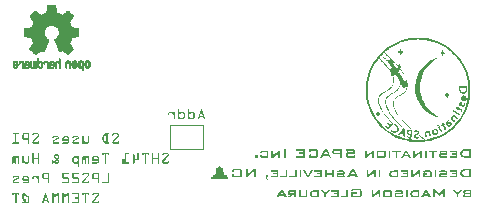
<source format=gbr>
%TF.GenerationSoftware,KiCad,Pcbnew,9.0.0*%
%TF.CreationDate,2025-03-29T14:14:08-04:00*%
%TF.ProjectId,weather-featherwing,77656174-6865-4722-9d66-656174686572,1.3.0*%
%TF.SameCoordinates,Original*%
%TF.FileFunction,Legend,Bot*%
%TF.FilePolarity,Positive*%
%FSLAX46Y46*%
G04 Gerber Fmt 4.6, Leading zero omitted, Abs format (unit mm)*
G04 Created by KiCad (PCBNEW 9.0.0) date 2025-03-29 14:14:08*
%MOMM*%
%LPD*%
G01*
G04 APERTURE LIST*
%ADD10C,0.120000*%
%ADD11C,0.200000*%
%ADD12C,0.010000*%
%ADD13C,0.000000*%
G04 APERTURE END LIST*
D10*
G36*
X130055650Y-110469370D02*
G01*
X129757185Y-110469370D01*
X129722439Y-110474161D01*
X129688266Y-110488910D01*
X129653687Y-110515166D01*
X129626310Y-110548190D01*
X129610282Y-110584689D01*
X129604839Y-110625991D01*
X129609194Y-110648565D01*
X129622241Y-110667390D01*
X129640928Y-110680222D01*
X129660831Y-110684304D01*
X129687056Y-110680518D01*
X129701131Y-110671176D01*
X129710741Y-110654824D01*
X129721953Y-110622327D01*
X129731650Y-110601958D01*
X129745915Y-110590589D01*
X129766039Y-110586607D01*
X130049483Y-110586607D01*
X130065642Y-110590298D01*
X130069999Y-110599307D01*
X130061145Y-110618297D01*
X129635552Y-111163508D01*
X129612294Y-111205068D01*
X129604839Y-111247894D01*
X129608946Y-111280330D01*
X129621151Y-111309866D01*
X129642086Y-111337409D01*
X129668724Y-111359415D01*
X129696098Y-111371891D01*
X129725067Y-111376000D01*
X130034523Y-111376000D01*
X130073616Y-111370902D01*
X130108868Y-111355786D01*
X130141440Y-111329838D01*
X130167342Y-111296929D01*
X130182039Y-111263431D01*
X130186869Y-111228355D01*
X130182659Y-111199252D01*
X130171573Y-111180548D01*
X130153787Y-111169204D01*
X130126724Y-111164974D01*
X130105239Y-111169107D01*
X130087157Y-111181521D01*
X130074790Y-111199557D01*
X130070732Y-111220234D01*
X130067541Y-111236991D01*
X130058092Y-111250581D01*
X130044015Y-111259579D01*
X130026341Y-111262671D01*
X129740760Y-111262671D01*
X129726558Y-111258782D01*
X129722319Y-111248322D01*
X129731173Y-111230553D01*
X130156095Y-110685708D01*
X130178764Y-110644667D01*
X130186137Y-110601017D01*
X130181885Y-110567096D01*
X130169326Y-110536628D01*
X130147913Y-110508632D01*
X130120394Y-110486669D01*
X130089996Y-110473761D01*
X130055650Y-110469370D01*
G37*
G36*
X129306514Y-110473685D02*
G01*
X129325058Y-110486650D01*
X129337632Y-110505488D01*
X129341789Y-110527317D01*
X129337613Y-110549785D01*
X129325058Y-110569021D01*
X129306490Y-110582226D01*
X129284392Y-110586607D01*
X129225652Y-110586607D01*
X129225652Y-111258763D01*
X129285735Y-111258763D01*
X129307833Y-111263143D01*
X129326402Y-111276348D01*
X129338957Y-111295584D01*
X129343132Y-111318053D01*
X129338977Y-111339892D01*
X129326402Y-111358780D01*
X129307862Y-111371698D01*
X129285735Y-111376000D01*
X129066466Y-111376000D01*
X129018107Y-111369302D01*
X128974936Y-111349438D01*
X128938742Y-111318602D01*
X128912105Y-111279218D01*
X128797982Y-111052683D01*
X128778561Y-111007609D01*
X128767446Y-110964805D01*
X128763881Y-110924028D01*
X128878582Y-110924028D01*
X128883224Y-110955427D01*
X128899771Y-110998522D01*
X129013221Y-111222798D01*
X129028601Y-111243890D01*
X129047295Y-111255426D01*
X129070557Y-111258763D01*
X129110857Y-111258763D01*
X129110857Y-110586607D01*
X129073305Y-110585508D01*
X129047578Y-110589537D01*
X129028047Y-110600915D01*
X129013160Y-110620190D01*
X128895679Y-110852892D01*
X128882866Y-110887308D01*
X128878582Y-110924028D01*
X128763881Y-110924028D01*
X128763849Y-110923662D01*
X128767396Y-110879405D01*
X128778021Y-110836448D01*
X128795967Y-110794274D01*
X128909357Y-110565968D01*
X128934164Y-110529948D01*
X128971151Y-110498313D01*
X129014468Y-110476705D01*
X129057551Y-110469370D01*
X129284392Y-110469370D01*
X129306514Y-110473685D01*
G37*
G36*
X127377649Y-111258763D02*
G01*
X127184331Y-111137618D01*
X127184331Y-110774368D01*
X127180157Y-110752088D01*
X127167600Y-110733030D01*
X127149041Y-110719921D01*
X127126934Y-110715567D01*
X127104874Y-110719905D01*
X127086328Y-110732969D01*
X127073771Y-110752027D01*
X127069598Y-110774307D01*
X127069598Y-111318602D01*
X127073830Y-111340224D01*
X127086695Y-111358964D01*
X127105370Y-111371782D01*
X127126934Y-111376000D01*
X127148570Y-111371807D01*
X127167295Y-111359086D01*
X127180120Y-111340487D01*
X127184331Y-111319091D01*
X127184331Y-111274394D01*
X127284043Y-111338752D01*
X127324473Y-111359898D01*
X127363874Y-111372038D01*
X127402928Y-111376000D01*
X127456234Y-111376000D01*
X127501140Y-111370470D01*
X127540996Y-111354234D01*
X127577134Y-111326724D01*
X127605685Y-111291302D01*
X127623507Y-111251571D01*
X127631112Y-111206251D01*
X127647476Y-110773025D01*
X127644271Y-110751991D01*
X127631478Y-110733030D01*
X127612313Y-110719897D01*
X127590079Y-110715567D01*
X127568573Y-110719807D01*
X127550146Y-110732664D01*
X127537401Y-110751323D01*
X127532743Y-110772964D01*
X127517722Y-111197275D01*
X127512369Y-111224613D01*
X127499687Y-111242869D01*
X127479115Y-111254380D01*
X127447380Y-111258763D01*
X127377649Y-111258763D01*
G37*
G36*
X126644615Y-110715567D02*
G01*
X126381627Y-110715567D01*
X126341888Y-110719704D01*
X126305984Y-110731840D01*
X126273000Y-110752142D01*
X126244657Y-110778877D01*
X126230206Y-110802286D01*
X126225861Y-110823644D01*
X126230278Y-110846157D01*
X126243324Y-110864005D01*
X126261913Y-110875878D01*
X126281854Y-110879698D01*
X126307290Y-110873705D01*
X126331740Y-110854297D01*
X126355803Y-110834712D01*
X126378879Y-110828896D01*
X126638448Y-110828896D01*
X126660837Y-110832927D01*
X126672581Y-110843233D01*
X126676733Y-110860769D01*
X126670793Y-110879940D01*
X126651454Y-110894719D01*
X126346089Y-111032350D01*
X126304142Y-111058846D01*
X126269947Y-111098418D01*
X126247683Y-111146279D01*
X126240210Y-111199412D01*
X126246103Y-111246487D01*
X126263337Y-111287734D01*
X126292478Y-111324647D01*
X126329748Y-111353697D01*
X126368862Y-111370426D01*
X126410997Y-111376000D01*
X126643272Y-111376000D01*
X126682251Y-111372012D01*
X126719258Y-111360087D01*
X126755013Y-111339790D01*
X126786341Y-111312964D01*
X126801945Y-111289952D01*
X126806548Y-111269326D01*
X126802437Y-111248202D01*
X126789818Y-111229332D01*
X126770876Y-111216346D01*
X126746403Y-111211868D01*
X126725310Y-111217414D01*
X126699631Y-111237270D01*
X126681478Y-111250889D01*
X126657993Y-111259528D01*
X126627579Y-111262671D01*
X126413684Y-111262671D01*
X126390555Y-111257767D01*
X126371369Y-111242887D01*
X126358527Y-111221574D01*
X126354272Y-111197397D01*
X126358543Y-111173411D01*
X126370880Y-111154864D01*
X126392557Y-111140427D01*
X126700608Y-111001331D01*
X126740310Y-110976740D01*
X126768996Y-110943934D01*
X126787101Y-110905341D01*
X126792871Y-110867364D01*
X126788092Y-110828015D01*
X126774031Y-110792830D01*
X126750189Y-110760691D01*
X126719357Y-110735541D01*
X126684610Y-110720665D01*
X126644615Y-110715567D01*
G37*
G36*
X125784567Y-110719782D02*
G01*
X125819135Y-110732374D01*
X125852169Y-110753913D01*
X125899980Y-110791526D01*
X125923718Y-110816251D01*
X125944066Y-110851122D01*
X125957806Y-110887967D01*
X125961468Y-110911999D01*
X125961468Y-111175476D01*
X125957731Y-111204500D01*
X125945409Y-111238491D01*
X125926861Y-111269623D01*
X125905475Y-111291797D01*
X125854245Y-111336982D01*
X125835850Y-111349488D01*
X125805397Y-111363360D01*
X125772361Y-111372970D01*
X125742199Y-111376000D01*
X125439582Y-111376000D01*
X125418519Y-111371865D01*
X125399648Y-111359147D01*
X125386488Y-111340624D01*
X125382185Y-111319335D01*
X125386454Y-111297504D01*
X125399282Y-111279218D01*
X125417929Y-111266786D01*
X125439582Y-111262671D01*
X125734689Y-111262671D01*
X125758771Y-111257826D01*
X125786590Y-111241422D01*
X125820051Y-111213334D01*
X125839178Y-111190255D01*
X125845331Y-111163386D01*
X125845331Y-111129803D01*
X125439582Y-111129803D01*
X125417975Y-111125556D01*
X125399282Y-111112645D01*
X125386416Y-111093796D01*
X125382185Y-111072100D01*
X125382185Y-110932638D01*
X125382192Y-110932577D01*
X125495575Y-110932577D01*
X125495575Y-111012566D01*
X125843926Y-111012566D01*
X125843926Y-110923723D01*
X125838343Y-110899031D01*
X125821395Y-110879271D01*
X125787933Y-110851244D01*
X125764654Y-110837333D01*
X125739390Y-110832803D01*
X125595287Y-110832803D01*
X125574978Y-110837426D01*
X125548881Y-110853991D01*
X125515358Y-110883362D01*
X125500793Y-110903548D01*
X125495575Y-110932577D01*
X125382192Y-110932577D01*
X125387951Y-110879204D01*
X125403741Y-110838555D01*
X125428652Y-110807646D01*
X125471700Y-110766430D01*
X125509893Y-110737289D01*
X125547776Y-110720899D01*
X125586433Y-110715567D01*
X125747633Y-110715567D01*
X125784567Y-110719782D01*
G37*
G36*
X124954455Y-110715567D02*
G01*
X124691466Y-110715567D01*
X124651727Y-110719704D01*
X124615823Y-110731840D01*
X124582839Y-110752142D01*
X124554497Y-110778877D01*
X124540045Y-110802286D01*
X124535700Y-110823644D01*
X124540118Y-110846157D01*
X124553164Y-110864005D01*
X124571753Y-110875878D01*
X124591693Y-110879698D01*
X124617130Y-110873705D01*
X124641580Y-110854297D01*
X124665643Y-110834712D01*
X124688719Y-110828896D01*
X124948288Y-110828896D01*
X124970676Y-110832927D01*
X124982421Y-110843233D01*
X124986573Y-110860769D01*
X124980633Y-110879940D01*
X124961294Y-110894719D01*
X124655929Y-111032350D01*
X124613982Y-111058846D01*
X124579786Y-111098418D01*
X124557523Y-111146279D01*
X124550050Y-111199412D01*
X124555942Y-111246487D01*
X124573176Y-111287734D01*
X124602318Y-111324647D01*
X124639588Y-111353697D01*
X124678702Y-111370426D01*
X124720836Y-111376000D01*
X124953111Y-111376000D01*
X124992091Y-111372012D01*
X125029098Y-111360087D01*
X125064853Y-111339790D01*
X125096180Y-111312964D01*
X125111784Y-111289952D01*
X125116388Y-111269326D01*
X125112276Y-111248202D01*
X125099657Y-111229332D01*
X125080715Y-111216346D01*
X125056243Y-111211868D01*
X125035149Y-111217414D01*
X125009470Y-111237270D01*
X124991318Y-111250889D01*
X124967832Y-111259528D01*
X124937419Y-111262671D01*
X124723523Y-111262671D01*
X124700394Y-111257767D01*
X124681208Y-111242887D01*
X124668367Y-111221574D01*
X124664111Y-111197397D01*
X124668382Y-111173411D01*
X124680719Y-111154864D01*
X124702396Y-111140427D01*
X125010447Y-111001331D01*
X125050150Y-110976740D01*
X125078835Y-110943934D01*
X125096940Y-110905341D01*
X125102710Y-110867364D01*
X125097932Y-110828015D01*
X125083871Y-110792830D01*
X125060029Y-110760691D01*
X125029196Y-110735541D01*
X124994449Y-110720665D01*
X124954455Y-110715567D01*
G37*
G36*
X123295008Y-110469370D02*
G01*
X122996543Y-110469370D01*
X122961797Y-110474161D01*
X122927624Y-110488910D01*
X122893045Y-110515166D01*
X122865668Y-110548190D01*
X122849640Y-110584689D01*
X122844197Y-110625991D01*
X122848552Y-110648565D01*
X122861599Y-110667390D01*
X122880286Y-110680222D01*
X122900189Y-110684304D01*
X122926414Y-110680518D01*
X122940489Y-110671176D01*
X122950099Y-110654824D01*
X122961311Y-110622327D01*
X122971008Y-110601958D01*
X122985273Y-110590589D01*
X123005397Y-110586607D01*
X123288841Y-110586607D01*
X123305000Y-110590298D01*
X123309357Y-110599307D01*
X123300503Y-110618297D01*
X122874910Y-111163508D01*
X122851652Y-111205068D01*
X122844197Y-111247894D01*
X122848304Y-111280330D01*
X122860509Y-111309866D01*
X122881444Y-111337409D01*
X122908082Y-111359415D01*
X122935456Y-111371891D01*
X122964425Y-111376000D01*
X123273881Y-111376000D01*
X123312974Y-111370902D01*
X123348226Y-111355786D01*
X123380798Y-111329838D01*
X123406700Y-111296929D01*
X123421397Y-111263431D01*
X123426227Y-111228355D01*
X123422017Y-111199252D01*
X123410931Y-111180548D01*
X123393145Y-111169204D01*
X123366082Y-111164974D01*
X123344597Y-111169107D01*
X123326515Y-111181521D01*
X123314148Y-111199557D01*
X123310090Y-111220234D01*
X123306899Y-111236991D01*
X123297450Y-111250581D01*
X123283373Y-111259579D01*
X123265699Y-111262671D01*
X122980118Y-111262671D01*
X122965916Y-111258782D01*
X122961677Y-111248322D01*
X122970531Y-111230553D01*
X123395453Y-110685708D01*
X123418122Y-110644667D01*
X123425495Y-110601017D01*
X123421243Y-110567096D01*
X123408684Y-110536628D01*
X123387271Y-110508632D01*
X123359752Y-110486669D01*
X123329354Y-110473761D01*
X123295008Y-110469370D01*
G37*
G36*
X122579743Y-111318725D02*
G01*
X122575484Y-111340813D01*
X122562707Y-111359330D01*
X122543813Y-111371800D01*
X122521002Y-111376000D01*
X122498837Y-111371804D01*
X122480336Y-111359269D01*
X122467801Y-111340708D01*
X122463605Y-111318480D01*
X122463605Y-111028198D01*
X122172590Y-111028198D01*
X122127313Y-111022546D01*
X122087248Y-111005956D01*
X122051018Y-110977823D01*
X122022768Y-110941698D01*
X122006126Y-110901776D01*
X122000460Y-110856678D01*
X122000460Y-110643698D01*
X122115254Y-110643698D01*
X122115254Y-110857777D01*
X122119525Y-110879798D01*
X122132351Y-110898260D01*
X122151002Y-110910741D01*
X122172651Y-110914869D01*
X122463605Y-110914869D01*
X122463605Y-110586607D01*
X122172651Y-110586607D01*
X122151007Y-110590748D01*
X122132351Y-110603276D01*
X122119527Y-110621688D01*
X122115254Y-110643698D01*
X122000460Y-110643698D01*
X122000460Y-110642233D01*
X122006147Y-110597137D01*
X122022891Y-110556983D01*
X122051384Y-110520417D01*
X122087837Y-110491833D01*
X122127790Y-110475060D01*
X122172590Y-110469370D01*
X122579743Y-110469370D01*
X122579743Y-111318725D01*
G37*
G36*
X121678670Y-110469370D02*
G01*
X121214181Y-110469370D01*
X121193150Y-110473596D01*
X121174247Y-110486650D01*
X121161099Y-110505545D01*
X121156784Y-110527317D01*
X121161040Y-110549757D01*
X121173881Y-110569021D01*
X121192607Y-110582268D01*
X121214181Y-110586607D01*
X121387654Y-110586607D01*
X121387654Y-111262671D01*
X121214181Y-111262671D01*
X121192002Y-111266826D01*
X121173514Y-111279218D01*
X121160973Y-111297475D01*
X121156784Y-111319335D01*
X121161050Y-111341177D01*
X121173881Y-111359513D01*
X121192523Y-111371898D01*
X121214181Y-111376000D01*
X121678670Y-111376000D01*
X121700854Y-111371858D01*
X121719336Y-111359513D01*
X121731880Y-111341206D01*
X121736067Y-111319335D01*
X121731878Y-111297475D01*
X121719336Y-111279218D01*
X121700849Y-111266826D01*
X121678670Y-111262671D01*
X121502387Y-111262671D01*
X121502387Y-110586607D01*
X121678670Y-110586607D01*
X121700796Y-110582305D01*
X121719336Y-110569387D01*
X121731911Y-110550499D01*
X121736067Y-110528660D01*
X121731850Y-110505676D01*
X121719336Y-110486650D01*
X121700791Y-110473685D01*
X121678670Y-110469370D01*
G37*
G36*
X134281052Y-112149370D02*
G01*
X133982587Y-112149370D01*
X133947841Y-112154161D01*
X133913668Y-112168910D01*
X133879089Y-112195166D01*
X133851712Y-112228190D01*
X133835684Y-112264689D01*
X133830241Y-112305991D01*
X133834596Y-112328565D01*
X133847643Y-112347390D01*
X133866330Y-112360222D01*
X133886233Y-112364304D01*
X133912458Y-112360518D01*
X133926533Y-112351176D01*
X133936143Y-112334824D01*
X133947355Y-112302327D01*
X133957052Y-112281958D01*
X133971317Y-112270589D01*
X133991441Y-112266607D01*
X134274885Y-112266607D01*
X134291044Y-112270298D01*
X134295401Y-112279307D01*
X134286547Y-112298297D01*
X133860954Y-112843508D01*
X133837696Y-112885068D01*
X133830241Y-112927894D01*
X133834348Y-112960330D01*
X133846553Y-112989866D01*
X133867488Y-113017409D01*
X133894126Y-113039415D01*
X133921500Y-113051891D01*
X133950469Y-113056000D01*
X134259925Y-113056000D01*
X134299018Y-113050902D01*
X134334270Y-113035786D01*
X134366842Y-113009838D01*
X134392744Y-112976929D01*
X134407441Y-112943431D01*
X134412271Y-112908355D01*
X134408061Y-112879252D01*
X134396975Y-112860548D01*
X134379189Y-112849204D01*
X134352126Y-112844974D01*
X134330641Y-112849107D01*
X134312559Y-112861521D01*
X134300192Y-112879557D01*
X134296134Y-112900234D01*
X134292943Y-112916991D01*
X134283494Y-112930581D01*
X134269417Y-112939579D01*
X134251743Y-112942671D01*
X133966162Y-112942671D01*
X133951960Y-112938782D01*
X133947721Y-112928322D01*
X133956575Y-112910553D01*
X134381497Y-112365708D01*
X134404166Y-112324667D01*
X134411539Y-112281017D01*
X134407287Y-112247096D01*
X134394728Y-112216628D01*
X134373315Y-112188632D01*
X134345796Y-112166669D01*
X134315398Y-112153761D01*
X134281052Y-112149370D01*
G37*
G36*
X133568534Y-112998725D02*
G01*
X133568534Y-112206645D01*
X133564385Y-112185110D01*
X133551804Y-112166467D01*
X133533273Y-112153645D01*
X133511137Y-112149370D01*
X133489563Y-112153586D01*
X133470837Y-112166406D01*
X133457971Y-112185086D01*
X133453740Y-112206645D01*
X133453740Y-112544066D01*
X133103984Y-112544066D01*
X133103984Y-112206645D01*
X133099833Y-112185058D01*
X133087254Y-112166406D01*
X133068728Y-112153632D01*
X133046587Y-112149370D01*
X133024504Y-112153642D01*
X133005982Y-112166467D01*
X132993464Y-112185307D01*
X132989251Y-112208049D01*
X132989251Y-112998725D01*
X132993543Y-113020218D01*
X133006654Y-113038964D01*
X133025539Y-113051825D01*
X133046587Y-113056000D01*
X133069273Y-113051751D01*
X133087620Y-113039208D01*
X133099872Y-113020684D01*
X133103984Y-112998480D01*
X133103984Y-112657395D01*
X133452397Y-112657395D01*
X133452397Y-112998480D01*
X133456705Y-113020085D01*
X133469860Y-113038903D01*
X133488938Y-113051749D01*
X133511137Y-113056000D01*
X133532792Y-113051860D01*
X133551498Y-113039330D01*
X133564276Y-113020813D01*
X133568534Y-112998725D01*
G37*
G36*
X132722111Y-112303426D02*
G01*
X132722111Y-112149370D01*
X132142828Y-112149370D01*
X132142828Y-112303793D01*
X132147092Y-112325582D01*
X132159925Y-112343909D01*
X132178558Y-112356297D01*
X132200164Y-112360396D01*
X132222434Y-112356196D01*
X132241502Y-112343543D01*
X132254617Y-112325034D01*
X132258904Y-112303793D01*
X132258904Y-112262699D01*
X132375042Y-112262699D01*
X132375042Y-112998480D01*
X132379317Y-113020680D01*
X132392139Y-113039269D01*
X132410799Y-113051845D01*
X132432439Y-113056000D01*
X132455245Y-113051786D01*
X132474143Y-113039269D01*
X132486917Y-113020684D01*
X132491179Y-112998480D01*
X132491179Y-112262699D01*
X132607317Y-112262699D01*
X132607317Y-112302999D01*
X132611512Y-112325164D01*
X132624047Y-112343665D01*
X132642549Y-112356201D01*
X132664714Y-112360396D01*
X132686888Y-112356227D01*
X132705380Y-112343787D01*
X132717925Y-112325370D01*
X132722111Y-112303426D01*
G37*
G36*
X131500591Y-112999274D02*
G01*
X131500591Y-112762908D01*
X131846256Y-112762908D01*
X131846256Y-112208355D01*
X131841936Y-112186063D01*
X131828854Y-112166894D01*
X131809692Y-112153711D01*
X131787516Y-112149370D01*
X131765932Y-112153682D01*
X131747215Y-112166833D01*
X131734370Y-112185970D01*
X131730118Y-112208233D01*
X131730118Y-112645672D01*
X131500591Y-112645672D01*
X131500591Y-112309715D01*
X131496418Y-112287436D01*
X131483861Y-112268377D01*
X131465306Y-112255316D01*
X131443194Y-112250975D01*
X131421135Y-112255313D01*
X131402589Y-112268377D01*
X131390032Y-112287436D01*
X131385858Y-112309715D01*
X131385858Y-112645672D01*
X131363722Y-112649946D01*
X131345192Y-112662769D01*
X131332666Y-112681642D01*
X131328461Y-112704290D01*
X131332666Y-112726938D01*
X131345192Y-112745811D01*
X131363722Y-112758633D01*
X131385858Y-112762908D01*
X131385858Y-112999518D01*
X131390124Y-113021297D01*
X131402955Y-113039574D01*
X131421584Y-113051914D01*
X131443194Y-113056000D01*
X131465373Y-113051844D01*
X131483861Y-113039452D01*
X131496404Y-113021145D01*
X131500591Y-112999274D01*
G37*
G36*
X130977240Y-112942671D02*
G01*
X130801019Y-112942671D01*
X130801019Y-112262699D01*
X130974553Y-112262699D01*
X130996737Y-112258557D01*
X131015220Y-112246212D01*
X131027763Y-112227905D01*
X131031950Y-112206034D01*
X131027761Y-112184174D01*
X131015220Y-112165918D01*
X130996732Y-112153525D01*
X130974553Y-112149370D01*
X130686286Y-112149370D01*
X130686286Y-112942671D01*
X130571491Y-112942671D01*
X130571491Y-112703130D01*
X130567339Y-112681480D01*
X130554761Y-112662769D01*
X130536231Y-112649946D01*
X130514094Y-112645672D01*
X130491982Y-112649864D01*
X130473489Y-112662402D01*
X130460953Y-112680845D01*
X130456758Y-112702946D01*
X130456758Y-112998725D01*
X130460951Y-113020837D01*
X130473489Y-113039330D01*
X130491986Y-113051818D01*
X130514155Y-113056000D01*
X130977240Y-113056000D01*
X130999371Y-113051711D01*
X131017906Y-113038841D01*
X131030471Y-113019978D01*
X131034637Y-112997992D01*
X131030469Y-112976762D01*
X131017906Y-112958852D01*
X130999448Y-112946745D01*
X130977240Y-112942671D01*
G37*
G36*
X129341790Y-112303426D02*
G01*
X129341790Y-112149370D01*
X128762507Y-112149370D01*
X128762507Y-112303793D01*
X128766771Y-112325582D01*
X128779604Y-112343909D01*
X128798237Y-112356297D01*
X128819843Y-112360396D01*
X128842113Y-112356196D01*
X128861181Y-112343543D01*
X128874296Y-112325034D01*
X128878583Y-112303793D01*
X128878583Y-112262699D01*
X128994721Y-112262699D01*
X128994721Y-112998480D01*
X128998996Y-113020680D01*
X129011818Y-113039269D01*
X129030478Y-113051845D01*
X129052118Y-113056000D01*
X129074924Y-113051786D01*
X129093822Y-113039269D01*
X129106596Y-113020684D01*
X129110858Y-112998480D01*
X129110858Y-112262699D01*
X129226996Y-112262699D01*
X129226996Y-112302999D01*
X129231191Y-112325164D01*
X129243726Y-112343665D01*
X129262228Y-112356201D01*
X129284393Y-112360396D01*
X129306567Y-112356227D01*
X129325059Y-112343787D01*
X129337604Y-112325370D01*
X129341790Y-112303426D01*
G37*
G36*
X128319809Y-112399782D02*
G01*
X128354377Y-112412374D01*
X128387411Y-112433913D01*
X128435221Y-112471526D01*
X128458960Y-112496251D01*
X128479307Y-112531122D01*
X128493047Y-112567967D01*
X128496710Y-112591999D01*
X128496710Y-112855476D01*
X128492973Y-112884500D01*
X128480651Y-112918491D01*
X128462103Y-112949623D01*
X128440717Y-112971797D01*
X128389487Y-113016982D01*
X128371092Y-113029488D01*
X128340638Y-113043360D01*
X128307603Y-113052970D01*
X128277441Y-113056000D01*
X127974824Y-113056000D01*
X127953761Y-113051865D01*
X127934890Y-113039147D01*
X127921730Y-113020624D01*
X127917427Y-112999335D01*
X127921695Y-112977504D01*
X127934524Y-112959218D01*
X127953170Y-112946786D01*
X127974824Y-112942671D01*
X128269930Y-112942671D01*
X128294012Y-112937826D01*
X128321832Y-112921422D01*
X128355293Y-112893334D01*
X128374420Y-112870255D01*
X128380572Y-112843386D01*
X128380572Y-112809803D01*
X127974824Y-112809803D01*
X127953217Y-112805556D01*
X127934524Y-112792645D01*
X127921657Y-112773796D01*
X127917427Y-112752100D01*
X127917427Y-112612638D01*
X127917434Y-112612577D01*
X128030816Y-112612577D01*
X128030816Y-112692566D01*
X128379168Y-112692566D01*
X128379168Y-112603723D01*
X128373585Y-112579031D01*
X128356636Y-112559271D01*
X128323175Y-112531244D01*
X128299895Y-112517333D01*
X128274632Y-112512803D01*
X128130528Y-112512803D01*
X128110220Y-112517426D01*
X128084122Y-112533991D01*
X128050600Y-112563362D01*
X128036035Y-112583548D01*
X128030816Y-112612577D01*
X127917434Y-112612577D01*
X127923193Y-112559204D01*
X127938982Y-112518555D01*
X127963894Y-112487646D01*
X128006942Y-112446430D01*
X128045135Y-112417289D01*
X128083017Y-112400899D01*
X128121675Y-112395567D01*
X128282875Y-112395567D01*
X128319809Y-112399782D01*
G37*
G36*
X127664574Y-112998541D02*
G01*
X127664574Y-112453025D01*
X127660379Y-112430860D01*
X127647844Y-112412359D01*
X127629337Y-112399775D01*
X127607177Y-112395567D01*
X127581069Y-112400693D01*
X127563004Y-112415199D01*
X127551184Y-112441057D01*
X127517226Y-112415276D01*
X127482045Y-112400475D01*
X127444633Y-112395567D01*
X127401544Y-112402098D01*
X127364302Y-112421373D01*
X127331244Y-112454857D01*
X127291939Y-112420808D01*
X127252297Y-112401771D01*
X127211015Y-112395567D01*
X127176992Y-112399792D01*
X127146461Y-112412259D01*
X127118447Y-112433486D01*
X127096460Y-112460856D01*
X127082505Y-112492655D01*
X127076437Y-112530084D01*
X127060012Y-112998602D01*
X127064244Y-113020224D01*
X127077109Y-113038964D01*
X127095793Y-113051779D01*
X127117409Y-113056000D01*
X127139561Y-113051752D01*
X127158381Y-113038964D01*
X127171416Y-113020285D01*
X127176150Y-112998725D01*
X127189827Y-112549623D01*
X127193726Y-112526925D01*
X127201349Y-112516177D01*
X127212359Y-112512803D01*
X127223637Y-112515155D01*
X127236294Y-112523062D01*
X127304560Y-112580398D01*
X127304560Y-112999946D01*
X127308734Y-113021480D01*
X127321291Y-113039635D01*
X127339764Y-113051885D01*
X127361957Y-113056000D01*
X127383555Y-113051850D01*
X127402257Y-113039269D01*
X127415079Y-113020739D01*
X127419354Y-112998602D01*
X127419354Y-112542174D01*
X127422509Y-112525088D01*
X127430644Y-112516035D01*
X127444633Y-112512803D01*
X127456261Y-112514961D01*
X127467165Y-112521657D01*
X127549841Y-112591327D01*
X127549841Y-112998786D01*
X127553924Y-113020343D01*
X127566266Y-113038964D01*
X127584386Y-113051760D01*
X127605834Y-113056000D01*
X127628086Y-113051746D01*
X127647172Y-113038903D01*
X127660277Y-113020140D01*
X127664574Y-112998541D01*
G37*
G36*
X126562078Y-112377133D02*
G01*
X126601364Y-112392903D01*
X126643373Y-112421458D01*
X126689007Y-112465909D01*
X126689007Y-112429211D01*
X126693234Y-112407768D01*
X126706104Y-112389155D01*
X126724788Y-112376340D01*
X126746404Y-112372120D01*
X126769186Y-112376400D01*
X126788109Y-112389155D01*
X126800931Y-112407763D01*
X126805145Y-112429211D01*
X126805145Y-113243700D01*
X126800786Y-113266327D01*
X126787742Y-113285160D01*
X126768619Y-113297961D01*
X126746404Y-113302196D01*
X126724268Y-113297921D01*
X126705738Y-113285099D01*
X126693220Y-113266260D01*
X126689007Y-113243517D01*
X126689007Y-112989565D01*
X126644616Y-113033468D01*
X126611307Y-113059045D01*
X126573956Y-113074239D01*
X126531226Y-113079447D01*
X126505947Y-113079447D01*
X126460235Y-113074517D01*
X126421585Y-113060418D01*
X126388466Y-113037315D01*
X126294860Y-112957142D01*
X126264724Y-112925884D01*
X126243927Y-112892252D01*
X126231502Y-112855643D01*
X126227266Y-112815115D01*
X126227266Y-112637123D01*
X126227815Y-112633032D01*
X126340656Y-112633032D01*
X126340656Y-112815848D01*
X126346381Y-112843184D01*
X126363187Y-112863719D01*
X126452702Y-112941327D01*
X126477107Y-112957532D01*
X126497765Y-112962210D01*
X126527135Y-112962210D01*
X126549969Y-112955849D01*
X126581113Y-112931863D01*
X126663728Y-112850347D01*
X126683172Y-112824064D01*
X126689007Y-112799056D01*
X126689007Y-112653854D01*
X126683566Y-112627936D01*
X126666476Y-112603906D01*
X126581113Y-112520375D01*
X126550485Y-112495465D01*
X126531226Y-112489356D01*
X126497765Y-112489356D01*
X126479612Y-112492784D01*
X126462228Y-112503522D01*
X126365935Y-112585160D01*
X126346653Y-112608189D01*
X126340656Y-112633032D01*
X126227815Y-112633032D01*
X126234360Y-112584251D01*
X126255028Y-112538916D01*
X126290098Y-112499187D01*
X126385719Y-112416938D01*
X126421807Y-112391565D01*
X126458837Y-112376958D01*
X126497765Y-112372120D01*
X126524387Y-112372120D01*
X126562078Y-112377133D01*
G37*
G36*
X124985390Y-112256695D02*
G01*
X125025704Y-112273539D01*
X125062411Y-112302205D01*
X125091077Y-112338912D01*
X125107921Y-112379226D01*
X125113641Y-112424510D01*
X125113641Y-112496256D01*
X125108402Y-112524488D01*
X125092453Y-112549562D01*
X124986573Y-112664906D01*
X125091109Y-112755337D01*
X125108090Y-112776773D01*
X125113641Y-112802292D01*
X125113641Y-112881854D01*
X125107923Y-112927842D01*
X125091161Y-112968425D01*
X125062777Y-113005014D01*
X125026263Y-113033486D01*
X124985840Y-113050278D01*
X124940106Y-113056000D01*
X124821282Y-113056000D01*
X124800227Y-113052506D01*
X124789164Y-113043726D01*
X124701054Y-112967767D01*
X124632727Y-113038658D01*
X124614438Y-113051665D01*
X124592427Y-113056000D01*
X124570233Y-113051885D01*
X124551760Y-113039635D01*
X124539201Y-113021489D01*
X124535029Y-113000007D01*
X124539060Y-112978103D01*
X124551394Y-112958302D01*
X124611539Y-112892051D01*
X124602876Y-112884602D01*
X124780921Y-112884602D01*
X124846500Y-112942671D01*
X124940106Y-112942671D01*
X124961704Y-112938521D01*
X124980406Y-112925940D01*
X124993230Y-112907359D01*
X124997503Y-112885213D01*
X124997503Y-112829159D01*
X124905302Y-112749719D01*
X124780921Y-112884602D01*
X124602876Y-112884602D01*
X124551394Y-112840333D01*
X124538126Y-112822610D01*
X124533686Y-112800705D01*
X124537692Y-112779066D01*
X124549745Y-112760466D01*
X124567618Y-112747631D01*
X124589007Y-112743369D01*
X124611685Y-112747467D01*
X124632727Y-112760099D01*
X124691467Y-112809253D01*
X124817130Y-112675408D01*
X124679865Y-112559148D01*
X124657478Y-112531447D01*
X124650495Y-112501751D01*
X124650495Y-112424510D01*
X124650727Y-112422678D01*
X124765228Y-112422678D01*
X124765228Y-112478365D01*
X124895715Y-112589374D01*
X124997503Y-112483739D01*
X124997503Y-112424754D01*
X124993316Y-112401813D01*
X124980773Y-112382256D01*
X124962175Y-112368763D01*
X124940106Y-112364304D01*
X124822625Y-112364304D01*
X124800509Y-112368632D01*
X124781959Y-112381645D01*
X124769398Y-112400576D01*
X124765228Y-112422678D01*
X124650727Y-112422678D01*
X124656214Y-112379266D01*
X124673056Y-112338972D01*
X124701725Y-112302266D01*
X124738436Y-112273563D01*
X124778750Y-112256701D01*
X124824030Y-112250975D01*
X124940106Y-112250975D01*
X124985390Y-112256695D01*
G37*
G36*
X123427571Y-112998725D02*
G01*
X123427571Y-112206645D01*
X123423422Y-112185110D01*
X123410841Y-112166467D01*
X123392310Y-112153645D01*
X123370174Y-112149370D01*
X123348600Y-112153586D01*
X123329874Y-112166406D01*
X123317008Y-112185086D01*
X123312777Y-112206645D01*
X123312777Y-112544066D01*
X122963021Y-112544066D01*
X122963021Y-112206645D01*
X122958870Y-112185058D01*
X122946291Y-112166406D01*
X122927765Y-112153632D01*
X122905624Y-112149370D01*
X122883541Y-112153642D01*
X122865019Y-112166467D01*
X122852501Y-112185307D01*
X122848288Y-112208049D01*
X122848288Y-112998725D01*
X122852580Y-113020218D01*
X122865691Y-113038964D01*
X122884575Y-113051825D01*
X122905624Y-113056000D01*
X122928310Y-113051751D01*
X122946657Y-113039208D01*
X122958909Y-113020684D01*
X122963021Y-112998480D01*
X122963021Y-112657395D01*
X123311434Y-112657395D01*
X123311434Y-112998480D01*
X123315742Y-113020085D01*
X123328897Y-113038903D01*
X123347975Y-113051749D01*
X123370174Y-113056000D01*
X123391829Y-113051860D01*
X123410535Y-113039330D01*
X123423313Y-113020813D01*
X123427571Y-112998725D01*
G37*
G36*
X122307168Y-112938763D02*
G01*
X122113850Y-112817618D01*
X122113850Y-112454368D01*
X122109677Y-112432088D01*
X122097120Y-112413030D01*
X122078560Y-112399921D01*
X122056453Y-112395567D01*
X122034393Y-112399905D01*
X122015848Y-112412969D01*
X122003291Y-112432027D01*
X121999117Y-112454307D01*
X121999117Y-112998602D01*
X122003349Y-113020224D01*
X122016214Y-113038964D01*
X122034889Y-113051782D01*
X122056453Y-113056000D01*
X122078089Y-113051807D01*
X122096814Y-113039086D01*
X122109639Y-113020487D01*
X122113850Y-112999091D01*
X122113850Y-112954394D01*
X122213562Y-113018752D01*
X122253992Y-113039898D01*
X122293394Y-113052038D01*
X122332447Y-113056000D01*
X122385753Y-113056000D01*
X122430659Y-113050470D01*
X122470515Y-113034234D01*
X122506654Y-113006724D01*
X122535205Y-112971302D01*
X122553027Y-112931571D01*
X122560631Y-112886251D01*
X122576996Y-112453025D01*
X122573790Y-112431991D01*
X122560998Y-112413030D01*
X122541833Y-112399897D01*
X122519599Y-112395567D01*
X122498092Y-112399807D01*
X122479665Y-112412664D01*
X122466920Y-112431323D01*
X122462263Y-112452964D01*
X122447242Y-112877275D01*
X122441888Y-112904613D01*
X122429206Y-112922869D01*
X122408634Y-112934380D01*
X122376900Y-112938763D01*
X122307168Y-112938763D01*
G37*
G36*
X121749012Y-112998541D02*
G01*
X121749012Y-112453025D01*
X121744817Y-112430860D01*
X121732282Y-112412359D01*
X121713775Y-112399775D01*
X121691615Y-112395567D01*
X121665507Y-112400693D01*
X121647442Y-112415199D01*
X121635623Y-112441057D01*
X121601664Y-112415276D01*
X121566483Y-112400475D01*
X121529072Y-112395567D01*
X121485982Y-112402098D01*
X121448740Y-112421373D01*
X121415682Y-112454857D01*
X121376378Y-112420808D01*
X121336736Y-112401771D01*
X121295453Y-112395567D01*
X121261430Y-112399792D01*
X121230900Y-112412259D01*
X121202885Y-112433486D01*
X121180899Y-112460856D01*
X121166943Y-112492655D01*
X121160876Y-112530084D01*
X121144450Y-112998602D01*
X121148682Y-113020224D01*
X121161547Y-113038964D01*
X121180231Y-113051779D01*
X121201847Y-113056000D01*
X121223999Y-113051752D01*
X121242819Y-113038964D01*
X121255854Y-113020285D01*
X121260588Y-112998725D01*
X121274265Y-112549623D01*
X121278164Y-112526925D01*
X121285788Y-112516177D01*
X121296797Y-112512803D01*
X121308075Y-112515155D01*
X121320733Y-112523062D01*
X121388998Y-112580398D01*
X121388998Y-112999946D01*
X121393173Y-113021480D01*
X121405729Y-113039635D01*
X121424202Y-113051885D01*
X121446396Y-113056000D01*
X121467993Y-113051850D01*
X121486696Y-113039269D01*
X121499518Y-113020739D01*
X121503793Y-112998602D01*
X121503793Y-112542174D01*
X121506947Y-112525088D01*
X121515083Y-112516035D01*
X121529072Y-112512803D01*
X121540699Y-112514961D01*
X121551603Y-112521657D01*
X121634279Y-112591327D01*
X121634279Y-112998786D01*
X121638362Y-113020343D01*
X121650705Y-113038964D01*
X121668825Y-113051760D01*
X121690272Y-113056000D01*
X121712524Y-113051746D01*
X121731610Y-113038903D01*
X121744715Y-113020140D01*
X121749012Y-112998541D01*
G37*
G36*
X129340385Y-114736000D02*
G01*
X129340385Y-113886645D01*
X129336170Y-113865134D01*
X129323349Y-113846467D01*
X129304610Y-113833602D01*
X129282988Y-113829370D01*
X129261429Y-113833601D01*
X129242749Y-113846467D01*
X129229881Y-113865198D01*
X129225652Y-113886767D01*
X129225652Y-114622671D01*
X128819842Y-114622671D01*
X128797601Y-114626802D01*
X128778565Y-114639218D01*
X128765449Y-114657533D01*
X128761102Y-114679335D01*
X128765447Y-114701148D01*
X128778565Y-114719513D01*
X128797596Y-114731882D01*
X128819842Y-114736000D01*
X129340385Y-114736000D01*
G37*
G36*
X128495305Y-114678725D02*
G01*
X128491046Y-114700813D01*
X128478269Y-114719330D01*
X128459375Y-114731800D01*
X128436564Y-114736000D01*
X128414399Y-114731804D01*
X128395898Y-114719269D01*
X128383363Y-114700708D01*
X128379167Y-114678480D01*
X128379167Y-114388198D01*
X128088152Y-114388198D01*
X128042875Y-114382546D01*
X128002810Y-114365956D01*
X127966580Y-114337823D01*
X127938330Y-114301698D01*
X127921688Y-114261776D01*
X127916022Y-114216678D01*
X127916022Y-114003698D01*
X128030816Y-114003698D01*
X128030816Y-114217777D01*
X128035087Y-114239798D01*
X128047913Y-114258260D01*
X128066564Y-114270741D01*
X128088213Y-114274869D01*
X128379167Y-114274869D01*
X128379167Y-113946607D01*
X128088213Y-113946607D01*
X128066569Y-113950748D01*
X128047913Y-113963276D01*
X128035089Y-113981688D01*
X128030816Y-114003698D01*
X127916022Y-114003698D01*
X127916022Y-114002233D01*
X127921709Y-113957137D01*
X127938453Y-113916983D01*
X127966946Y-113880417D01*
X128003399Y-113851833D01*
X128043352Y-113835060D01*
X128088152Y-113829370D01*
X128495305Y-113829370D01*
X128495305Y-114678725D01*
G37*
G36*
X127520409Y-113829370D02*
G01*
X127221945Y-113829370D01*
X127187199Y-113834161D01*
X127153025Y-113848910D01*
X127118447Y-113875166D01*
X127091069Y-113908190D01*
X127075042Y-113944689D01*
X127069598Y-113985991D01*
X127073954Y-114008565D01*
X127087000Y-114027390D01*
X127105688Y-114040222D01*
X127125591Y-114044304D01*
X127151816Y-114040518D01*
X127165891Y-114031176D01*
X127175500Y-114014824D01*
X127186713Y-113982327D01*
X127196410Y-113961958D01*
X127210674Y-113950589D01*
X127230798Y-113946607D01*
X127514242Y-113946607D01*
X127530401Y-113950298D01*
X127534759Y-113959307D01*
X127525905Y-113978297D01*
X127100312Y-114523508D01*
X127077053Y-114565068D01*
X127069598Y-114607894D01*
X127073706Y-114640330D01*
X127085910Y-114669866D01*
X127106845Y-114697409D01*
X127133483Y-114719415D01*
X127160858Y-114731891D01*
X127189827Y-114736000D01*
X127499282Y-114736000D01*
X127538376Y-114730902D01*
X127573628Y-114715786D01*
X127606200Y-114689838D01*
X127632102Y-114656929D01*
X127646799Y-114623431D01*
X127651629Y-114588355D01*
X127647418Y-114559252D01*
X127636333Y-114540548D01*
X127618547Y-114529204D01*
X127591484Y-114524974D01*
X127569998Y-114529107D01*
X127551917Y-114541521D01*
X127539549Y-114559557D01*
X127535491Y-114580234D01*
X127532301Y-114596991D01*
X127522852Y-114610581D01*
X127508775Y-114619579D01*
X127491100Y-114622671D01*
X127205519Y-114622671D01*
X127191318Y-114618782D01*
X127187079Y-114608322D01*
X127195933Y-114590553D01*
X127620854Y-114045708D01*
X127643523Y-114004667D01*
X127650896Y-113961017D01*
X127646644Y-113927096D01*
X127634086Y-113896628D01*
X127612672Y-113868632D01*
X127585154Y-113846669D01*
X127554755Y-113833761D01*
X127520409Y-113829370D01*
G37*
G36*
X126284663Y-114736000D02*
G01*
X126806549Y-114736000D01*
X126806549Y-114340082D01*
X126802755Y-114309630D01*
X126791616Y-114282642D01*
X126772721Y-114258199D01*
X126748457Y-114239099D01*
X126721773Y-114227878D01*
X126691754Y-114224066D01*
X126343342Y-114224066D01*
X126343342Y-113942699D01*
X126753243Y-113942699D01*
X126775952Y-113938518D01*
X126794275Y-113926212D01*
X126806532Y-113907934D01*
X126810640Y-113886034D01*
X126806530Y-113864146D01*
X126794275Y-113845918D01*
X126775947Y-113833565D01*
X126753243Y-113829370D01*
X126343403Y-113829370D01*
X126312919Y-113833176D01*
X126285912Y-113844355D01*
X126261460Y-113863320D01*
X126242330Y-113887629D01*
X126231087Y-113914393D01*
X126227266Y-113944531D01*
X126227266Y-114224799D01*
X126231122Y-114255826D01*
X126242401Y-114283040D01*
X126261460Y-114307414D01*
X126285908Y-114326342D01*
X126312915Y-114337502D01*
X126343403Y-114341303D01*
X126691754Y-114341303D01*
X126691754Y-114622671D01*
X126284663Y-114622671D01*
X126263009Y-114626786D01*
X126244363Y-114639218D01*
X126231534Y-114657504D01*
X126227266Y-114679335D01*
X126231532Y-114701177D01*
X126244363Y-114719513D01*
X126263004Y-114731898D01*
X126284663Y-114736000D01*
G37*
G36*
X125439582Y-114736000D02*
G01*
X125961468Y-114736000D01*
X125961468Y-114340082D01*
X125957675Y-114309630D01*
X125946535Y-114282642D01*
X125927641Y-114258199D01*
X125903377Y-114239099D01*
X125876692Y-114227878D01*
X125846674Y-114224066D01*
X125498262Y-114224066D01*
X125498262Y-113942699D01*
X125908162Y-113942699D01*
X125930872Y-113938518D01*
X125949195Y-113926212D01*
X125961452Y-113907934D01*
X125965559Y-113886034D01*
X125961450Y-113864146D01*
X125949195Y-113845918D01*
X125930867Y-113833565D01*
X125908162Y-113829370D01*
X125498323Y-113829370D01*
X125467839Y-113833176D01*
X125440832Y-113844355D01*
X125416379Y-113863320D01*
X125397250Y-113887629D01*
X125386006Y-113914393D01*
X125382185Y-113944531D01*
X125382185Y-114224799D01*
X125386042Y-114255826D01*
X125397320Y-114283040D01*
X125416379Y-114307414D01*
X125440828Y-114326342D01*
X125467835Y-114337502D01*
X125498323Y-114341303D01*
X125846674Y-114341303D01*
X125846674Y-114622671D01*
X125439582Y-114622671D01*
X125417929Y-114626786D01*
X125399282Y-114639218D01*
X125386454Y-114657504D01*
X125382185Y-114679335D01*
X125386452Y-114701177D01*
X125399282Y-114719513D01*
X125417924Y-114731898D01*
X125439582Y-114736000D01*
G37*
G36*
X124269903Y-114678725D02*
G01*
X124265645Y-114700813D01*
X124252867Y-114719330D01*
X124233973Y-114731800D01*
X124211163Y-114736000D01*
X124188998Y-114731804D01*
X124170497Y-114719269D01*
X124157962Y-114700708D01*
X124153766Y-114678480D01*
X124153766Y-114388198D01*
X123862751Y-114388198D01*
X123817473Y-114382546D01*
X123777409Y-114365956D01*
X123741179Y-114337823D01*
X123712929Y-114301698D01*
X123696287Y-114261776D01*
X123690620Y-114216678D01*
X123690620Y-114003698D01*
X123805415Y-114003698D01*
X123805415Y-114217777D01*
X123809686Y-114239798D01*
X123822512Y-114258260D01*
X123841163Y-114270741D01*
X123862812Y-114274869D01*
X124153766Y-114274869D01*
X124153766Y-113946607D01*
X123862812Y-113946607D01*
X123841167Y-113950748D01*
X123822512Y-113963276D01*
X123809688Y-113981688D01*
X123805415Y-114003698D01*
X123690620Y-114003698D01*
X123690620Y-114002233D01*
X123696307Y-113957137D01*
X123713052Y-113916983D01*
X123741545Y-113880417D01*
X123777998Y-113851833D01*
X123817951Y-113835060D01*
X123862751Y-113829370D01*
X124269903Y-113829370D01*
X124269903Y-114678725D01*
G37*
G36*
X123424823Y-114678602D02*
G01*
X123424823Y-114134307D01*
X123420650Y-114112027D01*
X123408092Y-114092969D01*
X123389538Y-114079908D01*
X123367426Y-114075567D01*
X123345328Y-114079799D01*
X123326821Y-114092481D01*
X123314298Y-114111135D01*
X123310090Y-114133636D01*
X123310090Y-114204527D01*
X123216484Y-114124721D01*
X123175786Y-114096119D01*
X123138384Y-114080490D01*
X123103094Y-114075567D01*
X123019075Y-114075567D01*
X122973814Y-114081242D01*
X122933750Y-114097907D01*
X122897503Y-114126186D01*
X122869263Y-114162430D01*
X122852615Y-114202514D01*
X122846945Y-114247819D01*
X122846945Y-114278594D01*
X122851158Y-114301399D01*
X122863675Y-114320298D01*
X122882197Y-114333123D01*
X122904281Y-114337395D01*
X122926431Y-114333160D01*
X122944947Y-114320481D01*
X122957477Y-114301794D01*
X122961678Y-114279387D01*
X122961678Y-114246903D01*
X122965878Y-114224497D01*
X122978408Y-114205809D01*
X122996924Y-114193131D01*
X123019075Y-114188896D01*
X123093508Y-114188896D01*
X123117082Y-114194464D01*
X123146814Y-114214358D01*
X123310090Y-114356935D01*
X123310090Y-114678419D01*
X123314366Y-114700618D01*
X123327187Y-114719208D01*
X123345844Y-114731834D01*
X123367426Y-114736000D01*
X123389591Y-114731804D01*
X123408092Y-114719269D01*
X123420628Y-114700767D01*
X123424823Y-114678602D01*
G37*
G36*
X122404246Y-114079782D02*
G01*
X122438814Y-114092374D01*
X122471849Y-114113913D01*
X122519659Y-114151526D01*
X122543397Y-114176251D01*
X122563745Y-114211122D01*
X122577485Y-114247967D01*
X122581147Y-114271999D01*
X122581147Y-114535476D01*
X122577411Y-114564500D01*
X122565088Y-114598491D01*
X122546541Y-114629623D01*
X122525155Y-114651797D01*
X122473925Y-114696982D01*
X122455530Y-114709488D01*
X122425076Y-114723360D01*
X122392041Y-114732970D01*
X122361878Y-114736000D01*
X122059261Y-114736000D01*
X122038199Y-114731865D01*
X122019328Y-114719147D01*
X122006168Y-114700624D01*
X122001864Y-114679335D01*
X122006133Y-114657504D01*
X122018961Y-114639218D01*
X122037608Y-114626786D01*
X122059261Y-114622671D01*
X122354368Y-114622671D01*
X122378450Y-114617826D01*
X122406269Y-114601422D01*
X122439731Y-114573334D01*
X122458858Y-114550255D01*
X122465010Y-114523386D01*
X122465010Y-114489803D01*
X122059261Y-114489803D01*
X122037655Y-114485556D01*
X122018961Y-114472645D01*
X122006095Y-114453796D01*
X122001864Y-114432100D01*
X122001864Y-114292638D01*
X122001871Y-114292577D01*
X122115254Y-114292577D01*
X122115254Y-114372566D01*
X122463605Y-114372566D01*
X122463605Y-114283723D01*
X122458023Y-114259031D01*
X122441074Y-114239271D01*
X122407613Y-114211244D01*
X122384333Y-114197333D01*
X122359069Y-114192803D01*
X122214966Y-114192803D01*
X122194658Y-114197426D01*
X122168560Y-114213991D01*
X122135038Y-114243362D01*
X122120473Y-114263548D01*
X122115254Y-114292577D01*
X122001871Y-114292577D01*
X122007630Y-114239204D01*
X122023420Y-114198555D01*
X122048332Y-114167646D01*
X122091379Y-114126430D01*
X122129572Y-114097289D01*
X122167455Y-114080899D01*
X122206112Y-114075567D01*
X122367313Y-114075567D01*
X122404246Y-114079782D01*
G37*
G36*
X121574134Y-114075567D02*
G01*
X121311146Y-114075567D01*
X121271407Y-114079704D01*
X121235502Y-114091840D01*
X121202519Y-114112142D01*
X121174176Y-114138877D01*
X121159724Y-114162286D01*
X121155380Y-114183644D01*
X121159797Y-114206157D01*
X121172843Y-114224005D01*
X121191432Y-114235878D01*
X121211372Y-114239698D01*
X121236809Y-114233705D01*
X121261259Y-114214297D01*
X121285322Y-114194712D01*
X121308398Y-114188896D01*
X121567967Y-114188896D01*
X121590356Y-114192927D01*
X121602100Y-114203233D01*
X121606252Y-114220769D01*
X121600312Y-114239940D01*
X121580973Y-114254719D01*
X121275608Y-114392350D01*
X121233661Y-114418846D01*
X121199465Y-114458418D01*
X121177202Y-114506279D01*
X121169729Y-114559412D01*
X121175622Y-114606487D01*
X121192856Y-114647734D01*
X121221997Y-114684647D01*
X121259267Y-114713697D01*
X121298381Y-114730426D01*
X121340516Y-114736000D01*
X121572791Y-114736000D01*
X121611770Y-114732012D01*
X121648777Y-114720087D01*
X121684532Y-114699790D01*
X121715860Y-114672964D01*
X121731463Y-114649952D01*
X121736067Y-114629326D01*
X121731955Y-114608202D01*
X121719336Y-114589332D01*
X121700394Y-114576346D01*
X121675922Y-114571868D01*
X121654829Y-114577414D01*
X121629150Y-114597270D01*
X121610997Y-114610889D01*
X121587512Y-114619528D01*
X121557098Y-114622671D01*
X121343202Y-114622671D01*
X121320074Y-114617767D01*
X121300887Y-114602887D01*
X121288046Y-114581574D01*
X121283790Y-114557397D01*
X121288062Y-114533411D01*
X121300399Y-114514864D01*
X121322075Y-114500427D01*
X121630127Y-114361331D01*
X121669829Y-114336740D01*
X121698515Y-114303934D01*
X121716620Y-114265341D01*
X121722389Y-114227364D01*
X121717611Y-114188015D01*
X121703550Y-114152830D01*
X121679708Y-114120691D01*
X121648875Y-114095541D01*
X121614129Y-114080665D01*
X121574134Y-114075567D01*
G37*
G36*
X128365490Y-115509370D02*
G01*
X128067025Y-115509370D01*
X128032279Y-115514161D01*
X127998106Y-115528910D01*
X127963527Y-115555166D01*
X127936150Y-115588190D01*
X127920122Y-115624689D01*
X127914679Y-115665991D01*
X127919034Y-115688565D01*
X127932081Y-115707390D01*
X127950768Y-115720222D01*
X127970671Y-115724304D01*
X127996896Y-115720518D01*
X128010971Y-115711176D01*
X128020581Y-115694824D01*
X128031793Y-115662327D01*
X128041490Y-115641958D01*
X128055755Y-115630589D01*
X128075879Y-115626607D01*
X128359323Y-115626607D01*
X128375482Y-115630298D01*
X128379839Y-115639307D01*
X128370985Y-115658297D01*
X127945392Y-116203508D01*
X127922134Y-116245068D01*
X127914679Y-116287894D01*
X127918786Y-116320330D01*
X127930991Y-116349866D01*
X127951926Y-116377409D01*
X127978564Y-116399415D01*
X128005938Y-116411891D01*
X128034907Y-116416000D01*
X128344363Y-116416000D01*
X128383456Y-116410902D01*
X128418708Y-116395786D01*
X128451280Y-116369838D01*
X128477182Y-116336929D01*
X128491879Y-116303431D01*
X128496709Y-116268355D01*
X128492499Y-116239252D01*
X128481413Y-116220548D01*
X128463627Y-116209204D01*
X128436564Y-116204974D01*
X128415079Y-116209107D01*
X128396997Y-116221521D01*
X128384630Y-116239557D01*
X128380572Y-116260234D01*
X128377381Y-116276991D01*
X128367932Y-116290581D01*
X128353855Y-116299579D01*
X128336181Y-116302671D01*
X128050600Y-116302671D01*
X128036398Y-116298782D01*
X128032159Y-116288322D01*
X128041013Y-116270553D01*
X128465935Y-115725708D01*
X128488604Y-115684667D01*
X128495977Y-115641017D01*
X128491725Y-115607096D01*
X128479166Y-115576628D01*
X128457753Y-115548632D01*
X128430234Y-115526669D01*
X128399836Y-115513761D01*
X128365490Y-115509370D01*
G37*
G36*
X127651629Y-115663426D02*
G01*
X127651629Y-115509370D01*
X127072346Y-115509370D01*
X127072346Y-115663793D01*
X127076610Y-115685582D01*
X127089443Y-115703909D01*
X127108076Y-115716297D01*
X127129682Y-115720396D01*
X127151953Y-115716196D01*
X127171020Y-115703543D01*
X127184135Y-115685034D01*
X127188422Y-115663793D01*
X127188422Y-115622699D01*
X127304560Y-115622699D01*
X127304560Y-116358480D01*
X127308836Y-116380680D01*
X127321657Y-116399269D01*
X127340317Y-116411845D01*
X127361957Y-116416000D01*
X127384763Y-116411786D01*
X127403661Y-116399269D01*
X127416435Y-116380684D01*
X127420697Y-116358480D01*
X127420697Y-115622699D01*
X127536835Y-115622699D01*
X127536835Y-115662999D01*
X127541030Y-115685164D01*
X127553566Y-115703665D01*
X127572067Y-115716201D01*
X127594232Y-115720396D01*
X127616406Y-115716227D01*
X127634898Y-115703787D01*
X127647443Y-115685370D01*
X127651629Y-115663426D01*
G37*
G36*
X126284602Y-115626607D02*
G01*
X126690411Y-115626607D01*
X126690411Y-115904066D01*
X126515533Y-115904066D01*
X126493936Y-115908340D01*
X126475233Y-115921347D01*
X126462373Y-115940213D01*
X126458136Y-115962013D01*
X126462352Y-115985008D01*
X126474867Y-116004084D01*
X126493407Y-116017002D01*
X126515533Y-116021303D01*
X126690411Y-116021303D01*
X126690411Y-116302671D01*
X126283258Y-116302671D01*
X126261605Y-116306786D01*
X126242958Y-116319218D01*
X126230130Y-116337504D01*
X126225861Y-116359335D01*
X126230207Y-116381148D01*
X126243325Y-116399513D01*
X126262356Y-116411882D01*
X126284602Y-116416000D01*
X126805144Y-116416000D01*
X126805144Y-115509370D01*
X126284602Y-115509370D01*
X126262440Y-115513726D01*
X126243325Y-115526956D01*
X126230197Y-115546247D01*
X126225861Y-115568660D01*
X126230175Y-115590443D01*
X126243325Y-115609387D01*
X126262412Y-115622330D01*
X126284602Y-115626607D01*
G37*
G36*
X125729194Y-115866575D02*
G01*
X125729194Y-115837388D01*
X125848018Y-115665685D01*
X125848018Y-116358602D01*
X125852213Y-116380767D01*
X125864748Y-116399269D01*
X125883250Y-116411804D01*
X125905415Y-116416000D01*
X125927556Y-116411738D01*
X125946081Y-116398964D01*
X125958665Y-116380270D01*
X125962812Y-116358725D01*
X125962812Y-115509370D01*
X125814556Y-115509370D01*
X125673140Y-115714900D01*
X125527632Y-115509370D01*
X125382186Y-115509370D01*
X125382186Y-116358725D01*
X125386524Y-116380784D01*
X125399588Y-116399330D01*
X125418641Y-116411839D01*
X125440926Y-116416000D01*
X125462491Y-116411757D01*
X125481226Y-116398841D01*
X125494042Y-116380048D01*
X125498262Y-116358358D01*
X125498262Y-115665685D01*
X125614399Y-115834640D01*
X125614399Y-115866575D01*
X125618626Y-115888019D01*
X125631496Y-115906631D01*
X125650218Y-115919403D01*
X125671797Y-115923606D01*
X125693942Y-115919358D01*
X125712463Y-115906631D01*
X125725045Y-115888047D01*
X125729194Y-115866575D01*
G37*
G36*
X124884113Y-115866575D02*
G01*
X124884113Y-115837388D01*
X125002937Y-115665685D01*
X125002937Y-116358602D01*
X125007133Y-116380767D01*
X125019668Y-116399269D01*
X125038170Y-116411804D01*
X125060335Y-116416000D01*
X125082475Y-116411738D01*
X125101001Y-116398964D01*
X125113585Y-116380270D01*
X125117732Y-116358725D01*
X125117732Y-115509370D01*
X124969476Y-115509370D01*
X124828060Y-115714900D01*
X124682552Y-115509370D01*
X124537105Y-115509370D01*
X124537105Y-116358725D01*
X124541443Y-116380784D01*
X124554508Y-116399330D01*
X124573561Y-116411839D01*
X124595846Y-116416000D01*
X124617410Y-116411757D01*
X124636146Y-116398841D01*
X124648962Y-116380048D01*
X124653182Y-116358358D01*
X124653182Y-115665685D01*
X124769319Y-115834640D01*
X124769319Y-115866575D01*
X124773546Y-115888019D01*
X124786416Y-115906631D01*
X124805137Y-115919403D01*
X124826716Y-115923606D01*
X124848862Y-115919358D01*
X124867383Y-115906631D01*
X124879965Y-115888047D01*
X124884113Y-115866575D01*
G37*
G36*
X124002781Y-115514304D02*
G01*
X124021343Y-115528329D01*
X124034209Y-115553151D01*
X124266484Y-116336132D01*
X124269904Y-116357259D01*
X124265771Y-116380093D01*
X124253539Y-116398964D01*
X124235079Y-116411667D01*
X124211835Y-116416000D01*
X124194831Y-116413536D01*
X124179106Y-116406108D01*
X124166783Y-116395282D01*
X124162009Y-116385286D01*
X124111451Y-116220605D01*
X123849806Y-116220605D01*
X123803339Y-116374356D01*
X123791363Y-116397670D01*
X123772951Y-116411145D01*
X123746003Y-116416000D01*
X123726263Y-116411924D01*
X123708450Y-116399269D01*
X123696153Y-116380791D01*
X123692025Y-116358602D01*
X123694773Y-116341566D01*
X123763276Y-116103369D01*
X123883267Y-116103369D01*
X124076585Y-116103369D01*
X123978217Y-115775106D01*
X123883267Y-116103369D01*
X123763276Y-116103369D01*
X123923567Y-115546006D01*
X123934299Y-115525701D01*
X123951315Y-115513745D01*
X123976812Y-115509370D01*
X124002781Y-115514304D01*
G37*
G36*
X122176545Y-115513593D02*
G01*
X122209950Y-115526637D01*
X122244337Y-115549792D01*
X122488885Y-115761429D01*
X122537131Y-115810851D01*
X122562707Y-115852592D01*
X122576247Y-115898396D01*
X122581148Y-115955724D01*
X122581148Y-116275071D01*
X122576560Y-116312449D01*
X122563141Y-116345324D01*
X122540481Y-116374845D01*
X122511233Y-116397697D01*
X122478069Y-116411313D01*
X122439731Y-116416000D01*
X122406074Y-116411535D01*
X122371545Y-116397593D01*
X122335195Y-116372524D01*
X122256610Y-116307006D01*
X122214966Y-116416000D01*
X122057857Y-116416000D01*
X122035673Y-116411858D01*
X122017191Y-116399513D01*
X122004647Y-116381206D01*
X122000460Y-116359335D01*
X122004649Y-116337475D01*
X122017191Y-116319218D01*
X122035678Y-116306826D01*
X122057857Y-116302671D01*
X122135038Y-116302671D01*
X122164408Y-116227871D01*
X122087227Y-116162720D01*
X122048774Y-116123487D01*
X122022557Y-116082283D01*
X122007086Y-116038424D01*
X122001865Y-115990834D01*
X122001865Y-115655061D01*
X122117941Y-115655061D01*
X122117941Y-115990284D01*
X122122990Y-116022818D01*
X122137786Y-116050246D01*
X122162128Y-116076434D01*
X122207456Y-116115398D01*
X122236826Y-116038278D01*
X122248364Y-116020273D01*
X122265470Y-116009535D01*
X122290132Y-116005672D01*
X122311730Y-116009821D01*
X122330432Y-116022402D01*
X122343340Y-116040541D01*
X122347468Y-116060321D01*
X122339286Y-116094576D01*
X122301734Y-116195509D01*
X122417871Y-116294367D01*
X122428588Y-116300951D01*
X122439059Y-116302671D01*
X122453880Y-116298966D01*
X122462799Y-116288255D01*
X122466353Y-116267378D01*
X122466353Y-115969951D01*
X122463329Y-115926582D01*
X122455790Y-115898693D01*
X122441025Y-115874414D01*
X122413047Y-115845692D01*
X122168499Y-115635644D01*
X122157308Y-115628990D01*
X122143892Y-115626607D01*
X122129387Y-115629817D01*
X122121104Y-115638661D01*
X122117941Y-115655061D01*
X122001865Y-115655061D01*
X122001865Y-115640284D01*
X122006244Y-115610125D01*
X122019737Y-115580671D01*
X122043874Y-115551013D01*
X122073931Y-115527678D01*
X122106708Y-115514002D01*
X122143281Y-115509370D01*
X122176545Y-115513593D01*
G37*
G36*
X121736067Y-115663426D02*
G01*
X121736067Y-115509370D01*
X121156784Y-115509370D01*
X121156784Y-115663793D01*
X121161048Y-115685582D01*
X121173881Y-115703909D01*
X121192515Y-115716297D01*
X121214120Y-115720396D01*
X121236391Y-115716196D01*
X121255458Y-115703543D01*
X121268573Y-115685034D01*
X121272861Y-115663793D01*
X121272861Y-115622699D01*
X121388998Y-115622699D01*
X121388998Y-116358480D01*
X121393274Y-116380680D01*
X121406095Y-116399269D01*
X121424756Y-116411845D01*
X121446395Y-116416000D01*
X121469201Y-116411786D01*
X121488100Y-116399269D01*
X121500873Y-116380684D01*
X121505136Y-116358480D01*
X121505136Y-115622699D01*
X121621273Y-115622699D01*
X121621273Y-115662999D01*
X121625468Y-115685164D01*
X121638004Y-115703665D01*
X121656505Y-115716201D01*
X121678670Y-115720396D01*
X121700845Y-115716227D01*
X121719337Y-115703787D01*
X121731881Y-115685370D01*
X121736067Y-115663426D01*
G37*
D11*
G36*
X159962413Y-112548000D02*
G01*
X159540667Y-112548000D01*
X159436179Y-112544293D01*
X159361209Y-112534688D01*
X159294973Y-112516609D01*
X159243973Y-112491885D01*
X159197225Y-112457113D01*
X159158206Y-112414874D01*
X159126370Y-112364390D01*
X159103482Y-112308978D01*
X159089479Y-112248529D01*
X159084665Y-112182063D01*
X159084889Y-112178826D01*
X159258322Y-112178826D01*
X159263591Y-112240810D01*
X159278046Y-112289484D01*
X159300465Y-112327636D01*
X159330801Y-112357246D01*
X159367371Y-112378297D01*
X159417920Y-112395255D01*
X159486267Y-112406855D01*
X159576876Y-112411224D01*
X159794252Y-112411224D01*
X159794252Y-111954001D01*
X159496214Y-111954001D01*
X159436991Y-111958149D01*
X159388907Y-111969621D01*
X159349935Y-111987397D01*
X159318467Y-112011093D01*
X159293204Y-112041341D01*
X159274530Y-112078354D01*
X159262606Y-112123556D01*
X159258322Y-112178826D01*
X159084889Y-112178826D01*
X159089420Y-112113441D01*
X159102945Y-112054041D01*
X159124518Y-112002407D01*
X159153960Y-111957368D01*
X159191644Y-111918097D01*
X159247139Y-111879423D01*
X159314860Y-111850418D01*
X159397304Y-111831757D01*
X159497558Y-111825041D01*
X159962413Y-111825041D01*
X159962413Y-112548000D01*
G37*
G36*
X158829004Y-112548000D02*
G01*
X158829004Y-111957909D01*
X158193973Y-111957909D01*
X158193973Y-112063422D01*
X158683435Y-112063422D01*
X158683435Y-112192382D01*
X158398343Y-112192382D01*
X158398343Y-112293987D01*
X158683435Y-112293987D01*
X158683435Y-112438579D01*
X158186462Y-112438579D01*
X158186462Y-112548000D01*
X158829004Y-112548000D01*
G37*
G36*
X157431202Y-112063422D02*
G01*
X157838599Y-112063422D01*
X157838599Y-112188474D01*
X157453062Y-112188474D01*
X157392477Y-112192648D01*
X157353907Y-112203015D01*
X157330696Y-112217295D01*
X157314787Y-112238963D01*
X157303651Y-112273627D01*
X157299250Y-112326715D01*
X157299250Y-112408903D01*
X157303720Y-112461960D01*
X157315070Y-112496825D01*
X157331368Y-112518812D01*
X157354988Y-112533354D01*
X157393473Y-112543816D01*
X157453062Y-112548000D01*
X157837256Y-112548000D01*
X157898260Y-112543796D01*
X157937454Y-112533314D01*
X157961331Y-112518812D01*
X157977833Y-112496790D01*
X157989303Y-112461919D01*
X157993816Y-112408903D01*
X157993816Y-112392356D01*
X157865283Y-112368237D01*
X157865283Y-112438579D01*
X157429859Y-112438579D01*
X157429859Y-112301803D01*
X157813320Y-112301803D01*
X157873822Y-112297563D01*
X157912708Y-112286981D01*
X157936419Y-112272310D01*
X157952753Y-112250156D01*
X157964087Y-112215354D01*
X157968536Y-112162767D01*
X157968536Y-112096394D01*
X157964098Y-112044236D01*
X157952774Y-112009604D01*
X157936419Y-111987462D01*
X157912702Y-111972759D01*
X157873816Y-111962157D01*
X157813320Y-111957909D01*
X157461977Y-111957909D01*
X157402300Y-111961943D01*
X157363396Y-111972058D01*
X157339245Y-111986119D01*
X157322055Y-112007394D01*
X157310519Y-112039216D01*
X157306089Y-112085587D01*
X157306089Y-112099753D01*
X157431202Y-112125948D01*
X157431202Y-112063422D01*
G37*
G36*
X156697252Y-112063422D02*
G01*
X156697252Y-112548000D01*
X156841478Y-112548000D01*
X156841478Y-112063422D01*
X157127181Y-112063422D01*
X157127181Y-111957909D01*
X156410817Y-111957909D01*
X156410817Y-112063422D01*
X156697252Y-112063422D01*
G37*
G36*
X156224398Y-112548000D02*
G01*
X156224398Y-111957909D01*
X156080845Y-111957909D01*
X156080845Y-112548000D01*
X156224398Y-112548000D01*
G37*
G36*
X155817001Y-112548000D02*
G01*
X155817001Y-111957909D01*
X155717900Y-111957909D01*
X155215431Y-112349735D01*
X155215431Y-111957909D01*
X155084883Y-111957909D01*
X155084883Y-112548000D01*
X155184718Y-112548000D01*
X155685782Y-112150067D01*
X155685782Y-112548000D01*
X155817001Y-112548000D01*
G37*
G36*
X154910738Y-112548000D02*
G01*
X154766513Y-112548000D01*
X154692019Y-112419039D01*
X154300314Y-112419039D01*
X154225759Y-112548000D01*
X154063765Y-112548000D01*
X154207919Y-112309618D01*
X154359055Y-112309618D01*
X154630469Y-112309618D01*
X154497174Y-112064521D01*
X154359055Y-112309618D01*
X154207919Y-112309618D01*
X154420604Y-111957909D01*
X154559395Y-111957909D01*
X154910738Y-112548000D01*
G37*
G36*
X153602207Y-112063422D02*
G01*
X153602207Y-112548000D01*
X153746433Y-112548000D01*
X153746433Y-112063422D01*
X154032136Y-112063422D01*
X154032136Y-111957909D01*
X153315771Y-111957909D01*
X153315771Y-112063422D01*
X153602207Y-112063422D01*
G37*
G36*
X153167455Y-112548000D02*
G01*
X153167455Y-111957909D01*
X153023901Y-111957909D01*
X153023901Y-112548000D01*
X153167455Y-112548000D01*
G37*
G36*
X152681107Y-111962168D02*
G01*
X152719686Y-111972761D01*
X152742961Y-111987401D01*
X152758890Y-112009509D01*
X152770020Y-112044557D01*
X152774407Y-112097860D01*
X152774407Y-112408170D01*
X152770013Y-112461602D01*
X152758879Y-112496651D01*
X152742961Y-112518690D01*
X152719703Y-112533232D01*
X152681127Y-112543764D01*
X152620595Y-112548000D01*
X152162640Y-112548000D01*
X152102586Y-112543782D01*
X152064066Y-112533263D01*
X152040640Y-112518690D01*
X152024519Y-112496616D01*
X152013265Y-112461561D01*
X152011030Y-112434671D01*
X152153053Y-112434671D01*
X152630182Y-112434671D01*
X152630182Y-112067330D01*
X152153053Y-112067330D01*
X152153053Y-112434671D01*
X152011030Y-112434671D01*
X152008828Y-112408170D01*
X152008828Y-112097860D01*
X152013179Y-112044523D01*
X152024208Y-112009480D01*
X152039969Y-111987401D01*
X152063039Y-111972795D01*
X152101649Y-111962187D01*
X152162640Y-111957909D01*
X152620595Y-111957909D01*
X152681107Y-111962168D01*
G37*
G36*
X151759639Y-112548000D02*
G01*
X151759639Y-111957909D01*
X151660538Y-111957909D01*
X151158069Y-112349735D01*
X151158069Y-111957909D01*
X151027521Y-111957909D01*
X151027521Y-112548000D01*
X151127355Y-112548000D01*
X151628420Y-112150067D01*
X151628420Y-112548000D01*
X151759639Y-112548000D01*
G37*
G36*
X149543074Y-111950093D02*
G01*
X150016173Y-111950093D01*
X150016173Y-112106408D01*
X149565667Y-112106408D01*
X149495331Y-112111595D01*
X149450081Y-112124568D01*
X149422418Y-112142678D01*
X149403580Y-112169709D01*
X149390378Y-112212489D01*
X149385171Y-112277439D01*
X149385171Y-112376175D01*
X149390382Y-112441468D01*
X149403588Y-112484458D01*
X149422418Y-112511607D01*
X149450093Y-112529785D01*
X149495345Y-112542798D01*
X149565667Y-112548000D01*
X150012020Y-112548000D01*
X150082343Y-112542798D01*
X150127594Y-112529785D01*
X150155269Y-112511607D01*
X150174099Y-112484458D01*
X150187305Y-112441468D01*
X150192516Y-112376175D01*
X150192516Y-112356208D01*
X150044199Y-112325250D01*
X150044199Y-112411224D01*
X149533549Y-112411224D01*
X149533549Y-112247092D01*
X149983994Y-112247092D01*
X150053838Y-112241886D01*
X150098779Y-112228857D01*
X150126265Y-112210639D01*
X150144893Y-112183525D01*
X150157979Y-112140540D01*
X150163146Y-112075206D01*
X150163146Y-111994545D01*
X150157988Y-111930153D01*
X150144914Y-111887767D01*
X150126265Y-111861005D01*
X150098826Y-111843053D01*
X150053893Y-111830187D01*
X149983994Y-111825041D01*
X149573849Y-111825041D01*
X149506265Y-111829916D01*
X149461635Y-111842238D01*
X149433409Y-111859601D01*
X149413489Y-111885541D01*
X149399977Y-111924722D01*
X149394758Y-111982211D01*
X149394758Y-111997293D01*
X149543074Y-112032159D01*
X149543074Y-111950093D01*
G37*
G36*
X149036942Y-112548000D02*
G01*
X148871528Y-112548000D01*
X148871528Y-112266632D01*
X148419008Y-112266632D01*
X148362286Y-112262169D01*
X148322101Y-112250503D01*
X148294260Y-112233354D01*
X148273792Y-112208451D01*
X148260545Y-112173934D01*
X148255609Y-112126558D01*
X148255609Y-112006879D01*
X148417603Y-112006879D01*
X148417603Y-112084121D01*
X148422130Y-112112782D01*
X148433662Y-112128940D01*
X148453656Y-112137738D01*
X148493502Y-112141579D01*
X148871528Y-112141579D01*
X148871528Y-111950093D01*
X148493502Y-111950093D01*
X148453663Y-111953951D01*
X148433662Y-111962794D01*
X148422102Y-111978860D01*
X148417603Y-112006879D01*
X148255609Y-112006879D01*
X148255609Y-111965114D01*
X148260559Y-111917491D01*
X148273818Y-111882961D01*
X148294260Y-111858197D01*
X148322091Y-111841114D01*
X148362274Y-111829489D01*
X148419008Y-111825041D01*
X149036942Y-111825041D01*
X149036942Y-112548000D01*
G37*
G36*
X148173666Y-112548000D02*
G01*
X148006176Y-112548000D01*
X147922095Y-112387776D01*
X147464079Y-112387776D01*
X147377251Y-112548000D01*
X147188573Y-112548000D01*
X147354292Y-112258816D01*
X147533810Y-112258816D01*
X147850288Y-112258816D01*
X147689637Y-111965053D01*
X147533810Y-112258816D01*
X147354292Y-112258816D01*
X147602870Y-111825041D01*
X147764864Y-111825041D01*
X148173666Y-112548000D01*
G37*
G36*
X146400463Y-111954001D02*
G01*
X146853716Y-111954001D01*
X146853716Y-112411224D01*
X146400463Y-112411224D01*
X146400463Y-112254908D01*
X146232301Y-112290018D01*
X146232301Y-112376114D01*
X146237534Y-112441923D01*
X146250758Y-112484967D01*
X146269548Y-112511913D01*
X146297167Y-112529966D01*
X146342026Y-112542858D01*
X146411392Y-112548000D01*
X146842725Y-112548000D01*
X146912611Y-112542839D01*
X146957546Y-112529931D01*
X146984997Y-112511913D01*
X147003586Y-112485002D01*
X147016689Y-112441963D01*
X147021877Y-112376114D01*
X147021877Y-111995705D01*
X147016714Y-111930843D01*
X147003634Y-111888169D01*
X146984997Y-111861250D01*
X146957534Y-111843165D01*
X146912597Y-111830217D01*
X146842725Y-111825041D01*
X146411392Y-111825041D01*
X146342039Y-111830197D01*
X146297178Y-111843130D01*
X146269548Y-111861250D01*
X146250709Y-111888204D01*
X146237508Y-111930883D01*
X146232301Y-111995705D01*
X146232301Y-112064093D01*
X146400463Y-112090777D01*
X146400463Y-111954001D01*
G37*
G36*
X145898910Y-112548000D02*
G01*
X145898910Y-111825041D01*
X145159281Y-111825041D01*
X145159281Y-111946185D01*
X145730749Y-111946185D01*
X145730749Y-112110316D01*
X145397174Y-112110316D01*
X145397174Y-112231461D01*
X145730749Y-112231461D01*
X145730749Y-112411224D01*
X145152443Y-112411224D01*
X145152443Y-112548000D01*
X145898910Y-112548000D01*
G37*
G36*
X144301562Y-112548000D02*
G01*
X144301562Y-111825041D01*
X144133400Y-111825041D01*
X144133400Y-112548000D01*
X144301562Y-112548000D01*
G37*
G36*
X143816862Y-112548000D02*
G01*
X143816862Y-111957909D01*
X143717760Y-111957909D01*
X143215292Y-112349735D01*
X143215292Y-111957909D01*
X143084744Y-111957909D01*
X143084744Y-112548000D01*
X143184578Y-112548000D01*
X143685642Y-112150067D01*
X143685642Y-112548000D01*
X143816862Y-112548000D01*
G37*
G36*
X142301518Y-112067330D02*
G01*
X142690475Y-112067330D01*
X142690475Y-112434671D01*
X142301518Y-112434671D01*
X142301518Y-112309618D01*
X142155888Y-112338867D01*
X142155888Y-112408170D01*
X142160348Y-112461050D01*
X142171706Y-112496047D01*
X142188067Y-112518324D01*
X142211759Y-112533091D01*
X142250621Y-112543735D01*
X142311105Y-112548000D01*
X142680888Y-112548000D01*
X142740464Y-112543801D01*
X142778950Y-112533298D01*
X142802582Y-112518690D01*
X142818873Y-112496586D01*
X142830227Y-112461527D01*
X142834700Y-112408170D01*
X142834700Y-112098104D01*
X142830276Y-112044749D01*
X142819046Y-112009638D01*
X142802949Y-111987462D01*
X142779463Y-111972755D01*
X142740915Y-111962156D01*
X142680888Y-111957909D01*
X142311105Y-111957909D01*
X142250086Y-111962178D01*
X142211177Y-111972797D01*
X142187701Y-111987462D01*
X142171570Y-112009644D01*
X142160319Y-112044756D01*
X142155888Y-112098104D01*
X142155888Y-112155562D01*
X142301518Y-112176750D01*
X142301518Y-112067330D01*
G37*
G36*
X141769862Y-112333066D02*
G01*
X141744583Y-112333066D01*
X141728251Y-112335953D01*
X141718632Y-112343568D01*
X141713444Y-112356709D01*
X141711122Y-112383929D01*
X141711122Y-112496464D01*
X141713741Y-112525841D01*
X141719365Y-112538535D01*
X141732187Y-112544796D01*
X141769923Y-112548000D01*
X141894976Y-112548000D01*
X141911328Y-112545040D01*
X141920988Y-112537192D01*
X141926189Y-112523738D01*
X141928498Y-112496464D01*
X141928498Y-112383929D01*
X141925906Y-112355150D01*
X141920316Y-112342591D01*
X141907434Y-112336286D01*
X141869697Y-112333066D01*
X141769862Y-112333066D01*
G37*
G36*
X159962413Y-114228000D02*
G01*
X159540667Y-114228000D01*
X159436179Y-114224293D01*
X159361209Y-114214688D01*
X159294973Y-114196609D01*
X159243973Y-114171885D01*
X159197225Y-114137113D01*
X159158206Y-114094874D01*
X159126370Y-114044390D01*
X159103482Y-113988978D01*
X159089479Y-113928529D01*
X159084665Y-113862063D01*
X159084889Y-113858826D01*
X159258322Y-113858826D01*
X159263591Y-113920810D01*
X159278046Y-113969484D01*
X159300465Y-114007636D01*
X159330801Y-114037246D01*
X159367371Y-114058297D01*
X159417920Y-114075255D01*
X159486267Y-114086855D01*
X159576876Y-114091224D01*
X159794252Y-114091224D01*
X159794252Y-113634001D01*
X159496214Y-113634001D01*
X159436991Y-113638149D01*
X159388907Y-113649621D01*
X159349935Y-113667397D01*
X159318467Y-113691093D01*
X159293204Y-113721341D01*
X159274530Y-113758354D01*
X159262606Y-113803556D01*
X159258322Y-113858826D01*
X159084889Y-113858826D01*
X159089420Y-113793441D01*
X159102945Y-113734041D01*
X159124518Y-113682407D01*
X159153960Y-113637368D01*
X159191644Y-113598097D01*
X159247139Y-113559423D01*
X159314860Y-113530418D01*
X159397304Y-113511757D01*
X159497558Y-113505041D01*
X159962413Y-113505041D01*
X159962413Y-114228000D01*
G37*
G36*
X158829004Y-114228000D02*
G01*
X158829004Y-113637909D01*
X158193973Y-113637909D01*
X158193973Y-113743422D01*
X158683435Y-113743422D01*
X158683435Y-113872382D01*
X158398343Y-113872382D01*
X158398343Y-113973987D01*
X158683435Y-113973987D01*
X158683435Y-114118579D01*
X158186462Y-114118579D01*
X158186462Y-114228000D01*
X158829004Y-114228000D01*
G37*
G36*
X157431202Y-113743422D02*
G01*
X157838599Y-113743422D01*
X157838599Y-113868474D01*
X157453062Y-113868474D01*
X157392477Y-113872648D01*
X157353907Y-113883015D01*
X157330696Y-113897295D01*
X157314787Y-113918963D01*
X157303651Y-113953627D01*
X157299250Y-114006715D01*
X157299250Y-114088903D01*
X157303720Y-114141960D01*
X157315070Y-114176825D01*
X157331368Y-114198812D01*
X157354988Y-114213354D01*
X157393473Y-114223816D01*
X157453062Y-114228000D01*
X157837256Y-114228000D01*
X157898260Y-114223796D01*
X157937454Y-114213314D01*
X157961331Y-114198812D01*
X157977833Y-114176790D01*
X157989303Y-114141919D01*
X157993816Y-114088903D01*
X157993816Y-114072356D01*
X157865283Y-114048237D01*
X157865283Y-114118579D01*
X157429859Y-114118579D01*
X157429859Y-113981803D01*
X157813320Y-113981803D01*
X157873822Y-113977563D01*
X157912708Y-113966981D01*
X157936419Y-113952310D01*
X157952753Y-113930156D01*
X157964087Y-113895354D01*
X157968536Y-113842767D01*
X157968536Y-113776394D01*
X157964098Y-113724236D01*
X157952774Y-113689604D01*
X157936419Y-113667462D01*
X157912702Y-113652759D01*
X157873816Y-113642157D01*
X157813320Y-113637909D01*
X157461977Y-113637909D01*
X157402300Y-113641943D01*
X157363396Y-113652058D01*
X157339245Y-113666119D01*
X157322055Y-113687394D01*
X157310519Y-113719216D01*
X157306089Y-113765587D01*
X157306089Y-113779753D01*
X157431202Y-113805948D01*
X157431202Y-113743422D01*
G37*
G36*
X157049939Y-114228000D02*
G01*
X157049939Y-113637909D01*
X156906385Y-113637909D01*
X156906385Y-114228000D01*
X157049939Y-114228000D01*
G37*
G36*
X156062160Y-113747330D02*
G01*
X156512666Y-113747330D01*
X156512666Y-114114671D01*
X156062160Y-114114671D01*
X156062160Y-113989618D01*
X156297366Y-113989618D01*
X156297366Y-113884106D01*
X155920682Y-113884106D01*
X155920682Y-114088170D01*
X155925119Y-114141561D01*
X155936374Y-114176616D01*
X155952495Y-114198690D01*
X155975921Y-114213263D01*
X156014440Y-114223782D01*
X156074494Y-114228000D01*
X156503079Y-114228000D01*
X156563133Y-114223783D01*
X156601677Y-114213266D01*
X156625140Y-114198690D01*
X156641227Y-114176621D01*
X156652462Y-114141568D01*
X156656891Y-114088170D01*
X156656891Y-113777555D01*
X156652470Y-113724414D01*
X156641242Y-113689438D01*
X156625140Y-113667340D01*
X156601666Y-113652699D01*
X156563119Y-113642141D01*
X156503079Y-113637909D01*
X156074494Y-113637909D01*
X156014866Y-113642046D01*
X155976386Y-113652385D01*
X155952800Y-113666729D01*
X155936328Y-113688354D01*
X155925062Y-113721543D01*
X155920682Y-113770838D01*
X155920682Y-113786347D01*
X156062160Y-113809856D01*
X156062160Y-113747330D01*
G37*
G36*
X155674363Y-114228000D02*
G01*
X155674363Y-113637909D01*
X155575262Y-113637909D01*
X155072793Y-114029735D01*
X155072793Y-113637909D01*
X154942245Y-113637909D01*
X154942245Y-114228000D01*
X155042080Y-114228000D01*
X155543144Y-113830067D01*
X155543144Y-114228000D01*
X155674363Y-114228000D01*
G37*
G36*
X154677853Y-114228000D02*
G01*
X154677853Y-113637909D01*
X154042821Y-113637909D01*
X154042821Y-113743422D01*
X154532284Y-113743422D01*
X154532284Y-113872382D01*
X154247191Y-113872382D01*
X154247191Y-113973987D01*
X154532284Y-113973987D01*
X154532284Y-114118579D01*
X154035311Y-114118579D01*
X154035311Y-114228000D01*
X154677853Y-114228000D01*
G37*
G36*
X153826911Y-114228000D02*
G01*
X153464637Y-114228000D01*
X153363782Y-114222372D01*
X153283465Y-114207022D01*
X153220030Y-114183778D01*
X153170386Y-114153750D01*
X153128650Y-114113093D01*
X153098565Y-114063743D01*
X153079672Y-114003908D01*
X153072933Y-113930939D01*
X153073514Y-113924528D01*
X153221249Y-113924528D01*
X153225701Y-113976987D01*
X153237878Y-114017904D01*
X153256706Y-114049725D01*
X153282127Y-114074188D01*
X153325567Y-114096366D01*
X153393560Y-114112281D01*
X153495412Y-114118579D01*
X153681342Y-114118579D01*
X153681342Y-113743422D01*
X153427024Y-113743422D01*
X153358574Y-113749250D01*
X153308310Y-113764776D01*
X153271869Y-113788179D01*
X153244813Y-113821347D01*
X153227577Y-113865615D01*
X153221249Y-113924528D01*
X153073514Y-113924528D01*
X153079215Y-113861654D01*
X153096955Y-113803759D01*
X153125372Y-113755029D01*
X153164890Y-113713929D01*
X153212295Y-113682496D01*
X153270459Y-113658773D01*
X153341589Y-113643442D01*
X153428367Y-113637909D01*
X153826911Y-113637909D01*
X153826911Y-114228000D01*
G37*
G36*
X152314559Y-114228000D02*
G01*
X152314559Y-113637909D01*
X152171005Y-113637909D01*
X152171005Y-114228000D01*
X152314559Y-114228000D01*
G37*
G36*
X151907162Y-114228000D02*
G01*
X151907162Y-113637909D01*
X151808060Y-113637909D01*
X151305592Y-114029735D01*
X151305592Y-113637909D01*
X151175044Y-113637909D01*
X151175044Y-114228000D01*
X151274878Y-114228000D01*
X151775942Y-113830067D01*
X151775942Y-114228000D01*
X151907162Y-114228000D01*
G37*
G36*
X150454894Y-114228000D02*
G01*
X150287404Y-114228000D01*
X150203324Y-114067776D01*
X149745307Y-114067776D01*
X149658479Y-114228000D01*
X149469801Y-114228000D01*
X149635520Y-113938816D01*
X149815039Y-113938816D01*
X150131516Y-113938816D01*
X149970866Y-113645053D01*
X149815039Y-113938816D01*
X149635520Y-113938816D01*
X149884098Y-113505041D01*
X150046092Y-113505041D01*
X150454894Y-114228000D01*
G37*
G36*
X148743973Y-113743422D02*
G01*
X149151370Y-113743422D01*
X149151370Y-113868474D01*
X148765832Y-113868474D01*
X148705247Y-113872648D01*
X148666678Y-113883015D01*
X148643467Y-113897295D01*
X148627558Y-113918963D01*
X148616422Y-113953627D01*
X148612020Y-114006715D01*
X148612020Y-114088903D01*
X148616491Y-114141960D01*
X148627841Y-114176825D01*
X148644138Y-114198812D01*
X148667759Y-114213354D01*
X148706243Y-114223816D01*
X148765832Y-114228000D01*
X149150026Y-114228000D01*
X149211031Y-114223796D01*
X149250224Y-114213314D01*
X149274102Y-114198812D01*
X149290604Y-114176790D01*
X149302073Y-114141919D01*
X149306586Y-114088903D01*
X149306586Y-114072356D01*
X149178053Y-114048237D01*
X149178053Y-114118579D01*
X148742629Y-114118579D01*
X148742629Y-113981803D01*
X149126091Y-113981803D01*
X149186593Y-113977563D01*
X149225478Y-113966981D01*
X149249189Y-113952310D01*
X149265523Y-113930156D01*
X149276857Y-113895354D01*
X149281307Y-113842767D01*
X149281307Y-113776394D01*
X149276869Y-113724236D01*
X149265544Y-113689604D01*
X149249189Y-113667462D01*
X149225472Y-113652759D01*
X149186586Y-113642157D01*
X149126091Y-113637909D01*
X148774747Y-113637909D01*
X148715070Y-113641943D01*
X148676167Y-113652058D01*
X148652015Y-113666119D01*
X148634825Y-113687394D01*
X148623289Y-113719216D01*
X148618859Y-113765587D01*
X148618859Y-113779753D01*
X148743973Y-113805948D01*
X148743973Y-113743422D01*
G37*
G36*
X148362710Y-114228000D02*
G01*
X148362710Y-113637909D01*
X148217141Y-113637909D01*
X148217141Y-113864566D01*
X147766635Y-113864566D01*
X147766635Y-113637909D01*
X147622409Y-113637909D01*
X147622409Y-114228000D01*
X147766635Y-114228000D01*
X147766635Y-113981803D01*
X148217141Y-113981803D01*
X148217141Y-114228000D01*
X148362710Y-114228000D01*
G37*
G36*
X147358383Y-114228000D02*
G01*
X147358383Y-113637909D01*
X146723352Y-113637909D01*
X146723352Y-113743422D01*
X147212814Y-113743422D01*
X147212814Y-113872382D01*
X146927722Y-113872382D01*
X146927722Y-113973987D01*
X147212814Y-113973987D01*
X147212814Y-114118579D01*
X146715841Y-114118579D01*
X146715841Y-114228000D01*
X147358383Y-114228000D01*
G37*
G36*
X146230653Y-114228000D02*
G01*
X146588835Y-113637909D01*
X146425436Y-113637909D01*
X146174538Y-114065822D01*
X145938050Y-113637909D01*
X145788329Y-113637909D01*
X146131490Y-114228000D01*
X146230653Y-114228000D01*
G37*
G36*
X145623282Y-114228000D02*
G01*
X145623282Y-113637909D01*
X145479728Y-113637909D01*
X145479728Y-114228000D01*
X145623282Y-114228000D01*
G37*
G36*
X145215885Y-114228000D02*
G01*
X145215885Y-113637909D01*
X145070316Y-113637909D01*
X145070316Y-114118579D01*
X144606132Y-114118579D01*
X144606132Y-114228000D01*
X145215885Y-114228000D01*
G37*
G36*
X144444077Y-114228000D02*
G01*
X144444077Y-113637909D01*
X144298509Y-113637909D01*
X144298509Y-114118579D01*
X143834325Y-114118579D01*
X143834325Y-114228000D01*
X144444077Y-114228000D01*
G37*
G36*
X143672270Y-114228000D02*
G01*
X143672270Y-113637909D01*
X143037239Y-113637909D01*
X143037239Y-113743422D01*
X143526701Y-113743422D01*
X143526701Y-113872382D01*
X143241609Y-113872382D01*
X143241609Y-113973987D01*
X143526701Y-113973987D01*
X143526701Y-114118579D01*
X143029728Y-114118579D01*
X143029728Y-114228000D01*
X143672270Y-114228000D01*
G37*
G36*
X142671668Y-114013066D02*
G01*
X142648404Y-114013066D01*
X142631434Y-114015983D01*
X142621720Y-114023568D01*
X142616532Y-114036709D01*
X142614210Y-114063929D01*
X142614210Y-114208277D01*
X142752940Y-114415578D01*
X142835677Y-114415578D01*
X142716731Y-114201560D01*
X142796720Y-114201560D01*
X142813073Y-114198601D01*
X142822732Y-114190752D01*
X142827934Y-114177299D01*
X142830243Y-114150025D01*
X142830243Y-114063929D01*
X142827717Y-114034568D01*
X142822366Y-114022225D01*
X142809915Y-114016179D01*
X142772785Y-114013066D01*
X142671668Y-114013066D01*
G37*
G36*
X141765771Y-114228000D02*
G01*
X141765771Y-113505041D01*
X141650916Y-113505041D01*
X141142341Y-113931183D01*
X141096546Y-113971178D01*
X141060276Y-114009830D01*
X141065771Y-113923673D01*
X141067115Y-113884655D01*
X141067115Y-113505041D01*
X140916050Y-113505041D01*
X140916050Y-114228000D01*
X141030906Y-114228000D01*
X141561340Y-113781340D01*
X141594862Y-113750566D01*
X141621485Y-113722539D01*
X141616356Y-113785859D01*
X141614646Y-113837455D01*
X141614646Y-114228000D01*
X141765771Y-114228000D01*
G37*
G36*
X139941705Y-113634001D02*
G01*
X140394958Y-113634001D01*
X140394958Y-114091224D01*
X139941705Y-114091224D01*
X139941705Y-113934908D01*
X139773543Y-113970018D01*
X139773543Y-114056114D01*
X139778776Y-114121923D01*
X139792000Y-114164967D01*
X139810790Y-114191913D01*
X139838409Y-114209966D01*
X139883268Y-114222858D01*
X139952635Y-114228000D01*
X140383967Y-114228000D01*
X140453853Y-114222839D01*
X140498788Y-114209931D01*
X140526239Y-114191913D01*
X140544828Y-114165002D01*
X140557931Y-114121963D01*
X140563120Y-114056114D01*
X140563120Y-113675705D01*
X140557957Y-113610843D01*
X140544876Y-113568169D01*
X140526239Y-113541250D01*
X140498776Y-113523165D01*
X140453839Y-113510217D01*
X140383967Y-113505041D01*
X139952635Y-113505041D01*
X139883281Y-113510197D01*
X139838421Y-113523130D01*
X139810790Y-113541250D01*
X139791951Y-113568204D01*
X139778750Y-113610883D01*
X139773543Y-113675705D01*
X139773543Y-113744093D01*
X139941705Y-113770777D01*
X139941705Y-113634001D01*
G37*
G36*
X160015047Y-115908000D02*
G01*
X159522898Y-115908000D01*
X159461544Y-115904154D01*
X159416770Y-115894047D01*
X159384779Y-115879301D01*
X159359359Y-115856967D01*
X159344286Y-115828864D01*
X159338983Y-115793083D01*
X159338983Y-115718467D01*
X159341064Y-115706377D01*
X159479117Y-115706377D01*
X159479117Y-115750768D01*
X159483249Y-115776472D01*
X159493833Y-115791068D01*
X159512191Y-115798991D01*
X159549520Y-115802487D01*
X159872898Y-115802487D01*
X159872898Y-115653987D01*
X159549520Y-115653987D01*
X159512230Y-115657585D01*
X159493833Y-115665772D01*
X159483237Y-115680618D01*
X159479117Y-115706377D01*
X159341064Y-115706377D01*
X159346091Y-115677162D01*
X159366705Y-115644400D01*
X159398811Y-115620841D01*
X159444252Y-115606848D01*
X159399361Y-115592955D01*
X159369086Y-115571921D01*
X159349737Y-115542711D01*
X159343074Y-115505487D01*
X159343074Y-115457494D01*
X159484613Y-115457494D01*
X159484613Y-115513730D01*
X159488349Y-115534375D01*
X159498290Y-115546703D01*
X159515231Y-115553346D01*
X159549520Y-115556290D01*
X159872898Y-115556290D01*
X159872898Y-115415606D01*
X159549520Y-115415606D01*
X159514607Y-115418488D01*
X159497924Y-115424887D01*
X159488279Y-115436879D01*
X159484613Y-115457494D01*
X159343074Y-115457494D01*
X159343074Y-115434107D01*
X159347275Y-115394467D01*
X159358530Y-115365787D01*
X159375925Y-115345264D01*
X159399520Y-115331242D01*
X159434026Y-115321614D01*
X159483209Y-115317909D01*
X160015047Y-115317909D01*
X160015047Y-115908000D01*
G37*
G36*
X158910276Y-115908000D02*
G01*
X158910276Y-115642935D01*
X159233653Y-115317909D01*
X159038809Y-115317909D01*
X158827600Y-115537972D01*
X158613643Y-115317909D01*
X158444077Y-115317909D01*
X158766050Y-115640187D01*
X158766050Y-115908000D01*
X158910276Y-115908000D01*
G37*
G36*
X157750000Y-115908000D02*
G01*
X157750000Y-115185041D01*
X157613957Y-115185041D01*
X157273543Y-115622724D01*
X156940640Y-115185041D01*
X156805941Y-115185041D01*
X156805941Y-115908000D01*
X156961767Y-115908000D01*
X156961767Y-115461768D01*
X156960058Y-115428917D01*
X156955661Y-115384343D01*
X156979597Y-115430566D01*
X156998038Y-115460363D01*
X157269452Y-115822026D01*
X157302914Y-115822026D01*
X157575000Y-115459020D01*
X157600646Y-115420308D01*
X157618048Y-115385015D01*
X157614995Y-115426108D01*
X157613957Y-115461768D01*
X157613957Y-115908000D01*
X157750000Y-115908000D01*
G37*
G36*
X156596014Y-115908000D02*
G01*
X156451788Y-115908000D01*
X156377294Y-115779039D01*
X155985590Y-115779039D01*
X155911035Y-115908000D01*
X155749041Y-115908000D01*
X155893195Y-115669618D01*
X156044330Y-115669618D01*
X156315745Y-115669618D01*
X156182450Y-115424521D01*
X156044330Y-115669618D01*
X155893195Y-115669618D01*
X156105879Y-115317909D01*
X156244670Y-115317909D01*
X156596014Y-115908000D01*
G37*
G36*
X155602068Y-115908000D02*
G01*
X155239794Y-115908000D01*
X155138939Y-115902372D01*
X155058622Y-115887022D01*
X154995187Y-115863778D01*
X154945543Y-115833750D01*
X154903807Y-115793093D01*
X154873722Y-115743743D01*
X154854829Y-115683908D01*
X154848090Y-115610939D01*
X154848671Y-115604528D01*
X154996406Y-115604528D01*
X155000859Y-115656987D01*
X155013035Y-115697904D01*
X155031863Y-115729725D01*
X155057284Y-115754188D01*
X155100724Y-115776366D01*
X155168717Y-115792281D01*
X155270569Y-115798579D01*
X155456499Y-115798579D01*
X155456499Y-115423422D01*
X155202181Y-115423422D01*
X155133731Y-115429250D01*
X155083467Y-115444776D01*
X155047026Y-115468179D01*
X155019970Y-115501347D01*
X155002734Y-115545615D01*
X154996406Y-115604528D01*
X154848671Y-115604528D01*
X154854372Y-115541654D01*
X154872112Y-115483759D01*
X154900529Y-115435029D01*
X154940047Y-115393929D01*
X154987452Y-115362496D01*
X155045616Y-115338773D01*
X155116746Y-115323442D01*
X155203524Y-115317909D01*
X155602068Y-115317909D01*
X155602068Y-115908000D01*
G37*
G36*
X154630958Y-115908000D02*
G01*
X154630958Y-115317909D01*
X154487404Y-115317909D01*
X154487404Y-115908000D01*
X154630958Y-115908000D01*
G37*
G36*
X153676701Y-115423422D02*
G01*
X154084098Y-115423422D01*
X154084098Y-115548474D01*
X153698561Y-115548474D01*
X153637976Y-115552648D01*
X153599406Y-115563015D01*
X153576195Y-115577295D01*
X153560286Y-115598963D01*
X153549150Y-115633627D01*
X153544749Y-115686715D01*
X153544749Y-115768903D01*
X153549219Y-115821960D01*
X153560569Y-115856825D01*
X153576867Y-115878812D01*
X153600487Y-115893354D01*
X153638972Y-115903816D01*
X153698561Y-115908000D01*
X154082755Y-115908000D01*
X154143759Y-115903796D01*
X154182953Y-115893314D01*
X154206830Y-115878812D01*
X154223332Y-115856790D01*
X154234802Y-115821919D01*
X154239315Y-115768903D01*
X154239315Y-115752356D01*
X154110782Y-115728237D01*
X154110782Y-115798579D01*
X153675358Y-115798579D01*
X153675358Y-115661803D01*
X154058819Y-115661803D01*
X154119321Y-115657563D01*
X154158207Y-115646981D01*
X154181918Y-115632310D01*
X154198252Y-115610156D01*
X154209586Y-115575354D01*
X154214035Y-115522767D01*
X154214035Y-115456394D01*
X154209597Y-115404236D01*
X154198273Y-115369604D01*
X154181918Y-115347462D01*
X154158201Y-115332759D01*
X154119315Y-115322157D01*
X154058819Y-115317909D01*
X153707476Y-115317909D01*
X153647799Y-115321943D01*
X153608895Y-115332058D01*
X153584744Y-115346119D01*
X153567554Y-115367394D01*
X153556018Y-115399216D01*
X153551588Y-115445587D01*
X153551588Y-115459753D01*
X153676701Y-115485948D01*
X153676701Y-115423422D01*
G37*
G36*
X153216487Y-115322168D02*
G01*
X153255066Y-115332761D01*
X153278341Y-115347401D01*
X153294271Y-115369509D01*
X153305400Y-115404557D01*
X153309787Y-115457860D01*
X153309787Y-115768170D01*
X153305394Y-115821602D01*
X153294259Y-115856651D01*
X153278341Y-115878690D01*
X153255084Y-115893232D01*
X153216507Y-115903764D01*
X153155975Y-115908000D01*
X152698020Y-115908000D01*
X152637966Y-115903782D01*
X152599447Y-115893263D01*
X152576021Y-115878690D01*
X152559900Y-115856616D01*
X152548645Y-115821561D01*
X152546410Y-115794671D01*
X152688434Y-115794671D01*
X153165562Y-115794671D01*
X153165562Y-115427330D01*
X152688434Y-115427330D01*
X152688434Y-115794671D01*
X152546410Y-115794671D01*
X152544208Y-115768170D01*
X152544208Y-115457860D01*
X152548559Y-115404523D01*
X152559589Y-115369480D01*
X152575349Y-115347401D01*
X152598419Y-115332795D01*
X152637030Y-115322187D01*
X152698020Y-115317909D01*
X153155975Y-115317909D01*
X153216487Y-115322168D01*
G37*
G36*
X152295019Y-115908000D02*
G01*
X152295019Y-115317909D01*
X152195918Y-115317909D01*
X151693449Y-115709735D01*
X151693449Y-115317909D01*
X151562901Y-115317909D01*
X151562901Y-115908000D01*
X151662736Y-115908000D01*
X152163800Y-115510067D01*
X152163800Y-115908000D01*
X152295019Y-115908000D01*
G37*
G36*
X150026553Y-115314001D02*
G01*
X150551553Y-115314001D01*
X150551553Y-115771224D01*
X150026553Y-115771224D01*
X150026553Y-115611000D01*
X150301326Y-115611000D01*
X150301326Y-115489856D01*
X149863154Y-115489856D01*
X149863154Y-115736480D01*
X149868348Y-115802151D01*
X149881468Y-115845098D01*
X149900096Y-115871974D01*
X149927504Y-115889958D01*
X149972396Y-115902845D01*
X150042245Y-115908000D01*
X150540562Y-115908000D01*
X150610454Y-115902846D01*
X150655388Y-115889959D01*
X150682833Y-115871974D01*
X150701428Y-115845104D01*
X150714528Y-115802158D01*
X150719714Y-115736480D01*
X150719714Y-115356438D01*
X150714549Y-115291276D01*
X150701464Y-115248408D01*
X150682833Y-115221372D01*
X150655359Y-115203221D01*
X150610420Y-115190232D01*
X150540562Y-115185041D01*
X150042245Y-115185041D01*
X149973308Y-115190111D01*
X149928514Y-115202846D01*
X149900768Y-115220700D01*
X149881574Y-115247263D01*
X149868327Y-115288290D01*
X149863154Y-115349477D01*
X149863154Y-115366147D01*
X150026553Y-115396066D01*
X150026553Y-115314001D01*
G37*
G36*
X149560476Y-115908000D02*
G01*
X149560476Y-115317909D01*
X149414908Y-115317909D01*
X149414908Y-115798579D01*
X148950724Y-115798579D01*
X148950724Y-115908000D01*
X149560476Y-115908000D01*
G37*
G36*
X148788669Y-115908000D02*
G01*
X148788669Y-115317909D01*
X148153638Y-115317909D01*
X148153638Y-115423422D01*
X148643100Y-115423422D01*
X148643100Y-115552382D01*
X148358008Y-115552382D01*
X148358008Y-115653987D01*
X148643100Y-115653987D01*
X148643100Y-115798579D01*
X148146127Y-115798579D01*
X148146127Y-115908000D01*
X148788669Y-115908000D01*
G37*
G36*
X147714184Y-115908000D02*
G01*
X147714184Y-115642935D01*
X148037561Y-115317909D01*
X147842717Y-115317909D01*
X147631508Y-115537972D01*
X147417551Y-115317909D01*
X147247985Y-115317909D01*
X147569958Y-115640187D01*
X147569958Y-115908000D01*
X147714184Y-115908000D01*
G37*
G36*
X147108278Y-115908000D02*
G01*
X146746005Y-115908000D01*
X146645150Y-115902372D01*
X146564832Y-115887022D01*
X146501398Y-115863778D01*
X146451754Y-115833750D01*
X146410018Y-115793093D01*
X146379932Y-115743743D01*
X146361039Y-115683908D01*
X146354301Y-115610939D01*
X146354882Y-115604528D01*
X146502617Y-115604528D01*
X146507069Y-115656987D01*
X146519246Y-115697904D01*
X146538074Y-115729725D01*
X146563495Y-115754188D01*
X146606935Y-115776366D01*
X146674927Y-115792281D01*
X146776780Y-115798579D01*
X146962710Y-115798579D01*
X146962710Y-115423422D01*
X146708392Y-115423422D01*
X146639941Y-115429250D01*
X146589678Y-115444776D01*
X146553236Y-115468179D01*
X146526181Y-115501347D01*
X146508945Y-115545615D01*
X146502617Y-115604528D01*
X146354882Y-115604528D01*
X146360583Y-115541654D01*
X146378323Y-115483759D01*
X146406739Y-115435029D01*
X146446258Y-115393929D01*
X146493663Y-115362496D01*
X146551827Y-115338773D01*
X146622957Y-115323442D01*
X146709735Y-115317909D01*
X147108278Y-115317909D01*
X147108278Y-115908000D01*
G37*
G36*
X145993615Y-115317909D02*
G01*
X145993615Y-115798579D01*
X145581455Y-115798579D01*
X145581455Y-115317909D01*
X145435825Y-115317909D01*
X145435825Y-115769209D01*
X145440314Y-115821626D01*
X145451765Y-115856383D01*
X145468310Y-115878568D01*
X145492161Y-115893216D01*
X145531147Y-115903773D01*
X145591652Y-115908000D01*
X145983357Y-115908000D01*
X146043430Y-115903806D01*
X146081972Y-115893351D01*
X146105417Y-115878874D01*
X146121515Y-115856961D01*
X146132743Y-115822178D01*
X146137169Y-115769209D01*
X146137169Y-115317909D01*
X145993615Y-115317909D01*
G37*
G36*
X145172898Y-115908000D02*
G01*
X145030749Y-115908000D01*
X145030749Y-115685250D01*
X144894705Y-115685250D01*
X144646555Y-115908000D01*
X144439437Y-115908000D01*
X144721049Y-115685250D01*
X144639716Y-115685250D01*
X144591396Y-115681662D01*
X144557280Y-115672317D01*
X144533775Y-115658689D01*
X144516338Y-115638601D01*
X144505107Y-115610622D01*
X144500925Y-115572043D01*
X144500925Y-115467385D01*
X144635625Y-115467385D01*
X144635625Y-115535773D01*
X144639506Y-115558955D01*
X144649669Y-115572715D01*
X144667012Y-115580332D01*
X144701265Y-115583645D01*
X145030749Y-115583645D01*
X145030749Y-115419514D01*
X144701265Y-115419514D01*
X144667012Y-115422827D01*
X144649669Y-115430444D01*
X144639506Y-115444204D01*
X144635625Y-115467385D01*
X144500925Y-115467385D01*
X144500925Y-115432520D01*
X144505115Y-115393474D01*
X144516357Y-115365183D01*
X144533775Y-115344898D01*
X144557317Y-115331034D01*
X144591436Y-115321548D01*
X144639716Y-115317909D01*
X145172898Y-115317909D01*
X145172898Y-115908000D01*
G37*
G36*
X144378987Y-115908000D02*
G01*
X144234761Y-115908000D01*
X144160267Y-115779039D01*
X143768563Y-115779039D01*
X143694008Y-115908000D01*
X143532013Y-115908000D01*
X143676167Y-115669618D01*
X143827303Y-115669618D01*
X144098718Y-115669618D01*
X143965422Y-115424521D01*
X143827303Y-115669618D01*
X143676167Y-115669618D01*
X143888852Y-115317909D01*
X144027643Y-115317909D01*
X144378987Y-115908000D01*
G37*
D10*
G36*
X137181620Y-108402304D02*
G01*
X137200183Y-108416329D01*
X137213049Y-108441151D01*
X137445323Y-109224132D01*
X137448743Y-109245259D01*
X137444611Y-109268093D01*
X137432379Y-109286964D01*
X137413918Y-109299667D01*
X137390674Y-109304000D01*
X137373670Y-109301536D01*
X137357946Y-109294108D01*
X137345622Y-109283282D01*
X137340849Y-109273286D01*
X137290290Y-109108605D01*
X137028645Y-109108605D01*
X136982178Y-109262356D01*
X136970203Y-109285670D01*
X136951790Y-109299145D01*
X136924842Y-109304000D01*
X136905102Y-109299924D01*
X136887290Y-109287269D01*
X136874993Y-109268791D01*
X136870864Y-109246602D01*
X136873612Y-109229566D01*
X136942115Y-108991369D01*
X137062106Y-108991369D01*
X137255425Y-108991369D01*
X137157056Y-108663106D01*
X137062106Y-108991369D01*
X136942115Y-108991369D01*
X137102407Y-108434006D01*
X137113138Y-108413701D01*
X137130155Y-108401745D01*
X137155651Y-108397370D01*
X137181620Y-108402304D01*
G37*
G36*
X136107350Y-108401541D02*
G01*
X136125496Y-108414101D01*
X136137748Y-108432565D01*
X136141860Y-108454706D01*
X136141860Y-108725632D01*
X136181489Y-108691866D01*
X136220481Y-108664634D01*
X136261119Y-108648836D01*
X136304465Y-108643567D01*
X136387080Y-108643567D01*
X136431007Y-108648507D01*
X136470249Y-108662979D01*
X136505966Y-108687286D01*
X136553104Y-108727586D01*
X136572760Y-108749358D01*
X136591389Y-108782602D01*
X136603691Y-108819842D01*
X136607754Y-108858012D01*
X136607754Y-109091569D01*
X136604284Y-109123952D01*
X136593099Y-109160568D01*
X136576797Y-109194075D01*
X136561958Y-109213141D01*
X136514148Y-109253441D01*
X136472921Y-109282699D01*
X136434140Y-109298856D01*
X136396667Y-109304000D01*
X136298970Y-109304000D01*
X136264948Y-109299703D01*
X136228132Y-109286009D01*
X136187433Y-109261002D01*
X136141860Y-109221934D01*
X136141860Y-109247030D01*
X136137750Y-109269045D01*
X136125496Y-109287391D01*
X136107163Y-109299791D01*
X136084463Y-109304000D01*
X136062872Y-109299861D01*
X136044224Y-109287330D01*
X136031400Y-109268808D01*
X136027127Y-109246725D01*
X136027127Y-108919744D01*
X136141860Y-108919744D01*
X136141860Y-109044064D01*
X136147477Y-109070895D01*
X136164392Y-109092790D01*
X136255250Y-109166124D01*
X136280484Y-109182363D01*
X136298970Y-109186763D01*
X136392576Y-109186763D01*
X136411465Y-109183028D01*
X136430128Y-109171131D01*
X136467741Y-109139197D01*
X136484954Y-109118395D01*
X136490273Y-109096393D01*
X136490273Y-108854532D01*
X136485450Y-108830310D01*
X136471161Y-108811056D01*
X136434280Y-108779122D01*
X136412326Y-108765285D01*
X136388485Y-108760803D01*
X136308556Y-108760803D01*
X136280229Y-108765318D01*
X136259341Y-108777961D01*
X136165796Y-108858134D01*
X136148321Y-108882294D01*
X136141860Y-108919744D01*
X136027127Y-108919744D01*
X136027127Y-108454645D01*
X136031467Y-108432596D01*
X136044530Y-108414101D01*
X136063588Y-108401544D01*
X136085868Y-108397370D01*
X136107350Y-108401541D01*
G37*
G36*
X135262270Y-108401541D02*
G01*
X135280416Y-108414101D01*
X135292668Y-108432565D01*
X135296780Y-108454706D01*
X135296780Y-108725632D01*
X135336409Y-108691866D01*
X135375400Y-108664634D01*
X135416039Y-108648836D01*
X135459385Y-108643567D01*
X135542000Y-108643567D01*
X135585927Y-108648507D01*
X135625169Y-108662979D01*
X135660885Y-108687286D01*
X135708024Y-108727586D01*
X135727680Y-108749358D01*
X135746309Y-108782602D01*
X135758611Y-108819842D01*
X135762673Y-108858012D01*
X135762673Y-109091569D01*
X135759204Y-109123952D01*
X135748019Y-109160568D01*
X135731717Y-109194075D01*
X135716878Y-109213141D01*
X135669067Y-109253441D01*
X135627840Y-109282699D01*
X135589059Y-109298856D01*
X135551587Y-109304000D01*
X135453889Y-109304000D01*
X135419868Y-109299703D01*
X135383052Y-109286009D01*
X135342353Y-109261002D01*
X135296780Y-109221934D01*
X135296780Y-109247030D01*
X135292670Y-109269045D01*
X135280416Y-109287391D01*
X135262083Y-109299791D01*
X135239383Y-109304000D01*
X135217791Y-109299861D01*
X135199144Y-109287330D01*
X135186319Y-109268808D01*
X135182047Y-109246725D01*
X135182047Y-108919744D01*
X135296780Y-108919744D01*
X135296780Y-109044064D01*
X135302396Y-109070895D01*
X135319312Y-109092790D01*
X135410170Y-109166124D01*
X135435404Y-109182363D01*
X135453889Y-109186763D01*
X135547496Y-109186763D01*
X135566385Y-109183028D01*
X135585048Y-109171131D01*
X135622661Y-109139197D01*
X135639874Y-109118395D01*
X135645193Y-109096393D01*
X135645193Y-108854532D01*
X135640370Y-108830310D01*
X135626081Y-108811056D01*
X135589200Y-108779122D01*
X135567246Y-108765285D01*
X135543404Y-108760803D01*
X135463476Y-108760803D01*
X135435148Y-108765318D01*
X135414261Y-108777961D01*
X135320716Y-108858134D01*
X135303241Y-108882294D01*
X135296780Y-108919744D01*
X135182047Y-108919744D01*
X135182047Y-108454645D01*
X135186387Y-108432596D01*
X135199449Y-108414101D01*
X135218508Y-108401544D01*
X135240788Y-108397370D01*
X135262270Y-108401541D01*
G37*
G36*
X134913502Y-109246602D02*
G01*
X134913502Y-108702307D01*
X134909329Y-108680027D01*
X134896772Y-108660969D01*
X134878217Y-108647908D01*
X134856105Y-108643567D01*
X134834007Y-108647799D01*
X134815500Y-108660481D01*
X134802977Y-108679135D01*
X134798769Y-108701636D01*
X134798769Y-108772527D01*
X134705163Y-108692721D01*
X134664465Y-108664119D01*
X134627063Y-108648490D01*
X134591773Y-108643567D01*
X134507754Y-108643567D01*
X134462493Y-108649242D01*
X134422429Y-108665907D01*
X134386182Y-108694186D01*
X134357942Y-108730430D01*
X134341294Y-108770514D01*
X134335624Y-108815819D01*
X134335624Y-108846594D01*
X134339837Y-108869399D01*
X134352354Y-108888298D01*
X134370876Y-108901123D01*
X134392960Y-108905395D01*
X134415110Y-108901160D01*
X134433626Y-108888481D01*
X134446156Y-108869794D01*
X134450357Y-108847387D01*
X134450357Y-108814903D01*
X134454557Y-108792497D01*
X134467087Y-108773809D01*
X134485603Y-108761131D01*
X134507754Y-108756896D01*
X134582187Y-108756896D01*
X134605761Y-108762464D01*
X134635493Y-108782358D01*
X134798769Y-108924935D01*
X134798769Y-109246419D01*
X134803045Y-109268618D01*
X134815866Y-109287208D01*
X134834523Y-109299834D01*
X134856105Y-109304000D01*
X134878270Y-109299804D01*
X134896772Y-109287269D01*
X134909307Y-109268767D01*
X134913502Y-109246602D01*
G37*
D12*
%TO.C,REF\u002A\u002A*%
X121932829Y-104351097D02*
X121992753Y-104373355D01*
X122017673Y-104390080D01*
X122042910Y-104414043D01*
X122060912Y-104444526D01*
X122072858Y-104486023D01*
X122079930Y-104543032D01*
X122083308Y-104620047D01*
X122084171Y-104721565D01*
X122084002Y-104774027D01*
X122083153Y-104845715D01*
X122081711Y-104902925D01*
X122079814Y-104940809D01*
X122077597Y-104954514D01*
X122063172Y-104949981D01*
X122034054Y-104937670D01*
X122033181Y-104937272D01*
X122018060Y-104929356D01*
X122007891Y-104918495D01*
X122001691Y-104899471D01*
X121998478Y-104867069D01*
X121997270Y-104816071D01*
X121997086Y-104741261D01*
X121996714Y-104693804D01*
X121992750Y-104604615D01*
X121983673Y-104539287D01*
X121968524Y-104494393D01*
X121946345Y-104466507D01*
X121916175Y-104452203D01*
X121911990Y-104451206D01*
X121855480Y-104450427D01*
X121811410Y-104475744D01*
X121780972Y-104526502D01*
X121775544Y-104541175D01*
X121763171Y-104573649D01*
X121756905Y-104588572D01*
X121744036Y-104586516D01*
X121715933Y-104575357D01*
X121689721Y-104556927D01*
X121677771Y-104522098D01*
X121681336Y-104497151D01*
X121703235Y-104446547D01*
X121738644Y-104399128D01*
X121780052Y-104366334D01*
X121797400Y-104358752D01*
X121863089Y-104346076D01*
X121932829Y-104351097D01*
G36*
X121932829Y-104351097D02*
G01*
X121992753Y-104373355D01*
X122017673Y-104390080D01*
X122042910Y-104414043D01*
X122060912Y-104444526D01*
X122072858Y-104486023D01*
X122079930Y-104543032D01*
X122083308Y-104620047D01*
X122084171Y-104721565D01*
X122084002Y-104774027D01*
X122083153Y-104845715D01*
X122081711Y-104902925D01*
X122079814Y-104940809D01*
X122077597Y-104954514D01*
X122063172Y-104949981D01*
X122034054Y-104937670D01*
X122033181Y-104937272D01*
X122018060Y-104929356D01*
X122007891Y-104918495D01*
X122001691Y-104899471D01*
X121998478Y-104867069D01*
X121997270Y-104816071D01*
X121997086Y-104741261D01*
X121996714Y-104693804D01*
X121992750Y-104604615D01*
X121983673Y-104539287D01*
X121968524Y-104494393D01*
X121946345Y-104466507D01*
X121916175Y-104452203D01*
X121911990Y-104451206D01*
X121855480Y-104450427D01*
X121811410Y-104475744D01*
X121780972Y-104526502D01*
X121775544Y-104541175D01*
X121763171Y-104573649D01*
X121756905Y-104588572D01*
X121744036Y-104586516D01*
X121715933Y-104575357D01*
X121689721Y-104556927D01*
X121677771Y-104522098D01*
X121681336Y-104497151D01*
X121703235Y-104446547D01*
X121738644Y-104399128D01*
X121780052Y-104366334D01*
X121797400Y-104358752D01*
X121863089Y-104346076D01*
X121932829Y-104351097D01*
G37*
X125881020Y-104317822D02*
X125948810Y-104349680D01*
X126004366Y-104404770D01*
X126015881Y-104422016D01*
X126025432Y-104441562D01*
X126032206Y-104466198D01*
X126036819Y-104500711D01*
X126039888Y-104549889D01*
X126042029Y-104618519D01*
X126043859Y-104711389D01*
X126048404Y-104969007D01*
X126010225Y-104954491D01*
X125975268Y-104941156D01*
X125949097Y-104928323D01*
X125932013Y-104911780D01*
X125922086Y-104886465D01*
X125917386Y-104847316D01*
X125915982Y-104789268D01*
X125915943Y-104707261D01*
X125915744Y-104641895D01*
X125914559Y-104579173D01*
X125911729Y-104536334D01*
X125906609Y-104508220D01*
X125898553Y-104489675D01*
X125886914Y-104475543D01*
X125858303Y-104455600D01*
X125810239Y-104448083D01*
X125762688Y-104467079D01*
X125759550Y-104469511D01*
X125749769Y-104480748D01*
X125742553Y-104498770D01*
X125737299Y-104528026D01*
X125733402Y-104572962D01*
X125730256Y-104638028D01*
X125727257Y-104727670D01*
X125720000Y-104967697D01*
X125658314Y-104940044D01*
X125596629Y-104912391D01*
X125596629Y-104693246D01*
X125596884Y-104633711D01*
X125599086Y-104550892D01*
X125604661Y-104489227D01*
X125614941Y-104443748D01*
X125631258Y-104409484D01*
X125654943Y-104381466D01*
X125687328Y-104354723D01*
X125733907Y-104327780D01*
X125807287Y-104310191D01*
X125881020Y-104317822D01*
G36*
X125881020Y-104317822D02*
G01*
X125948810Y-104349680D01*
X126004366Y-104404770D01*
X126015881Y-104422016D01*
X126025432Y-104441562D01*
X126032206Y-104466198D01*
X126036819Y-104500711D01*
X126039888Y-104549889D01*
X126042029Y-104618519D01*
X126043859Y-104711389D01*
X126048404Y-104969007D01*
X126010225Y-104954491D01*
X125975268Y-104941156D01*
X125949097Y-104928323D01*
X125932013Y-104911780D01*
X125922086Y-104886465D01*
X125917386Y-104847316D01*
X125915982Y-104789268D01*
X125915943Y-104707261D01*
X125915744Y-104641895D01*
X125914559Y-104579173D01*
X125911729Y-104536334D01*
X125906609Y-104508220D01*
X125898553Y-104489675D01*
X125886914Y-104475543D01*
X125858303Y-104455600D01*
X125810239Y-104448083D01*
X125762688Y-104467079D01*
X125759550Y-104469511D01*
X125749769Y-104480748D01*
X125742553Y-104498770D01*
X125737299Y-104528026D01*
X125733402Y-104572962D01*
X125730256Y-104638028D01*
X125727257Y-104727670D01*
X125720000Y-104967697D01*
X125658314Y-104940044D01*
X125596629Y-104912391D01*
X125596629Y-104693246D01*
X125596884Y-104633711D01*
X125599086Y-104550892D01*
X125604661Y-104489227D01*
X125614941Y-104443748D01*
X125631258Y-104409484D01*
X125654943Y-104381466D01*
X125687328Y-104354723D01*
X125733907Y-104327780D01*
X125807287Y-104310191D01*
X125881020Y-104317822D01*
G37*
X124057691Y-104366467D02*
X124062273Y-104369003D01*
X124099704Y-104398057D01*
X124133170Y-104435410D01*
X124139007Y-104443852D01*
X124150165Y-104463553D01*
X124158136Y-104486935D01*
X124163618Y-104519067D01*
X124167307Y-104565019D01*
X124169899Y-104629859D01*
X124172092Y-104718657D01*
X124172402Y-104733669D01*
X124173400Y-104830999D01*
X124171994Y-104899934D01*
X124168164Y-104940948D01*
X124161889Y-104954514D01*
X124142898Y-104950452D01*
X124110638Y-104938144D01*
X124103041Y-104934545D01*
X124091176Y-104926398D01*
X124082994Y-104913004D01*
X124077643Y-104889608D01*
X124074269Y-104851455D01*
X124072019Y-104793790D01*
X124070040Y-104711857D01*
X124069498Y-104687907D01*
X124067403Y-104612266D01*
X124064683Y-104559328D01*
X124060515Y-104524075D01*
X124054079Y-104501487D01*
X124044550Y-104486544D01*
X124031106Y-104474227D01*
X123991305Y-104452634D01*
X123942341Y-104448476D01*
X123898529Y-104464999D01*
X123867008Y-104499210D01*
X123854914Y-104548114D01*
X123854578Y-104561407D01*
X123847972Y-104585472D01*
X123828470Y-104589144D01*
X123790283Y-104574813D01*
X123781438Y-104570217D01*
X123757534Y-104543186D01*
X123757061Y-104502994D01*
X123779836Y-104447409D01*
X123800727Y-104417117D01*
X123854142Y-104374084D01*
X123920074Y-104349755D01*
X123990574Y-104346443D01*
X124057691Y-104366467D01*
G36*
X124057691Y-104366467D02*
G01*
X124062273Y-104369003D01*
X124099704Y-104398057D01*
X124133170Y-104435410D01*
X124139007Y-104443852D01*
X124150165Y-104463553D01*
X124158136Y-104486935D01*
X124163618Y-104519067D01*
X124167307Y-104565019D01*
X124169899Y-104629859D01*
X124172092Y-104718657D01*
X124172402Y-104733669D01*
X124173400Y-104830999D01*
X124171994Y-104899934D01*
X124168164Y-104940948D01*
X124161889Y-104954514D01*
X124142898Y-104950452D01*
X124110638Y-104938144D01*
X124103041Y-104934545D01*
X124091176Y-104926398D01*
X124082994Y-104913004D01*
X124077643Y-104889608D01*
X124074269Y-104851455D01*
X124072019Y-104793790D01*
X124070040Y-104711857D01*
X124069498Y-104687907D01*
X124067403Y-104612266D01*
X124064683Y-104559328D01*
X124060515Y-104524075D01*
X124054079Y-104501487D01*
X124044550Y-104486544D01*
X124031106Y-104474227D01*
X123991305Y-104452634D01*
X123942341Y-104448476D01*
X123898529Y-104464999D01*
X123867008Y-104499210D01*
X123854914Y-104548114D01*
X123854578Y-104561407D01*
X123847972Y-104585472D01*
X123828470Y-104589144D01*
X123790283Y-104574813D01*
X123781438Y-104570217D01*
X123757534Y-104543186D01*
X123757061Y-104502994D01*
X123779836Y-104447409D01*
X123800727Y-104417117D01*
X123854142Y-104374084D01*
X123920074Y-104349755D01*
X123990574Y-104346443D01*
X124057691Y-104366467D01*
G37*
X123103941Y-104349282D02*
X123135774Y-104361758D01*
X123172743Y-104378602D01*
X123172743Y-104865196D01*
X123126812Y-104911127D01*
X123116320Y-104921427D01*
X123087255Y-104944320D01*
X123057943Y-104951735D01*
X123014326Y-104948321D01*
X122996568Y-104946114D01*
X122950767Y-104941445D01*
X122918743Y-104939585D01*
X122909244Y-104939869D01*
X122870274Y-104942948D01*
X122823160Y-104948321D01*
X122808085Y-104950168D01*
X122770110Y-104950893D01*
X122742325Y-104939429D01*
X122710674Y-104911127D01*
X122664743Y-104865196D01*
X122664743Y-104605055D01*
X122665101Y-104528180D01*
X122666216Y-104454886D01*
X122667952Y-104396850D01*
X122670167Y-104358663D01*
X122672721Y-104344914D01*
X122673256Y-104344951D01*
X122691808Y-104351793D01*
X122723153Y-104366868D01*
X122765608Y-104388822D01*
X122769604Y-104617240D01*
X122773600Y-104845657D01*
X122860686Y-104845657D01*
X122864657Y-104595286D01*
X122865916Y-104527227D01*
X122867718Y-104454482D01*
X122869671Y-104396730D01*
X122871612Y-104358648D01*
X122873377Y-104344914D01*
X122873885Y-104344962D01*
X122891482Y-104350015D01*
X122923834Y-104360849D01*
X122969543Y-104376783D01*
X122969765Y-104596706D01*
X122969988Y-104634909D01*
X122971531Y-104709146D01*
X122974292Y-104771145D01*
X122977977Y-104815308D01*
X122982292Y-104836041D01*
X122997732Y-104847131D01*
X123029241Y-104850556D01*
X123063886Y-104845657D01*
X123067857Y-104595286D01*
X123069278Y-104531663D01*
X123072225Y-104456356D01*
X123076079Y-104397286D01*
X123080542Y-104358718D01*
X123085317Y-104344914D01*
X123103941Y-104349282D01*
G36*
X123103941Y-104349282D02*
G01*
X123135774Y-104361758D01*
X123172743Y-104378602D01*
X123172743Y-104865196D01*
X123126812Y-104911127D01*
X123116320Y-104921427D01*
X123087255Y-104944320D01*
X123057943Y-104951735D01*
X123014326Y-104948321D01*
X122996568Y-104946114D01*
X122950767Y-104941445D01*
X122918743Y-104939585D01*
X122909244Y-104939869D01*
X122870274Y-104942948D01*
X122823160Y-104948321D01*
X122808085Y-104950168D01*
X122770110Y-104950893D01*
X122742325Y-104939429D01*
X122710674Y-104911127D01*
X122664743Y-104865196D01*
X122664743Y-104605055D01*
X122665101Y-104528180D01*
X122666216Y-104454886D01*
X122667952Y-104396850D01*
X122670167Y-104358663D01*
X122672721Y-104344914D01*
X122673256Y-104344951D01*
X122691808Y-104351793D01*
X122723153Y-104366868D01*
X122765608Y-104388822D01*
X122769604Y-104617240D01*
X122773600Y-104845657D01*
X122860686Y-104845657D01*
X122864657Y-104595286D01*
X122865916Y-104527227D01*
X122867718Y-104454482D01*
X122869671Y-104396730D01*
X122871612Y-104358648D01*
X122873377Y-104344914D01*
X122873885Y-104344962D01*
X122891482Y-104350015D01*
X122923834Y-104360849D01*
X122969543Y-104376783D01*
X122969765Y-104596706D01*
X122969988Y-104634909D01*
X122971531Y-104709146D01*
X122974292Y-104771145D01*
X122977977Y-104815308D01*
X122982292Y-104836041D01*
X122997732Y-104847131D01*
X123029241Y-104850556D01*
X123063886Y-104845657D01*
X123067857Y-104595286D01*
X123069278Y-104531663D01*
X123072225Y-104456356D01*
X123076079Y-104397286D01*
X123080542Y-104358718D01*
X123085317Y-104344914D01*
X123103941Y-104349282D01*
G37*
X125128543Y-104149444D02*
X125175714Y-104169342D01*
X125175714Y-104566509D01*
X125175519Y-104669498D01*
X125174998Y-104762141D01*
X125174199Y-104840700D01*
X125173172Y-104901439D01*
X125171963Y-104940623D01*
X125170623Y-104954514D01*
X125170099Y-104954468D01*
X125152287Y-104949420D01*
X125119823Y-104938580D01*
X125074114Y-104922646D01*
X125074114Y-104718173D01*
X125073824Y-104637832D01*
X125072474Y-104579562D01*
X125069369Y-104539909D01*
X125063812Y-104513618D01*
X125055107Y-104495436D01*
X125042556Y-104480107D01*
X125033999Y-104471955D01*
X124987728Y-104449375D01*
X124936728Y-104451375D01*
X124889993Y-104478073D01*
X124883189Y-104484698D01*
X124872293Y-104498456D01*
X124864836Y-104516642D01*
X124860169Y-104544177D01*
X124857642Y-104585981D01*
X124856602Y-104646973D01*
X124856400Y-104732073D01*
X124856303Y-104775234D01*
X124855674Y-104846224D01*
X124854556Y-104903076D01*
X124853063Y-104940828D01*
X124851309Y-104954514D01*
X124850785Y-104954468D01*
X124832973Y-104949420D01*
X124800509Y-104938580D01*
X124754800Y-104922646D01*
X124754823Y-104717237D01*
X124754857Y-104698951D01*
X124756778Y-104603626D01*
X124762678Y-104531543D01*
X124774001Y-104477813D01*
X124792187Y-104437549D01*
X124818679Y-104405861D01*
X124854918Y-104377861D01*
X124890263Y-104360333D01*
X124946773Y-104346785D01*
X125002356Y-104346015D01*
X125045086Y-104359195D01*
X125048298Y-104361015D01*
X125058205Y-104360820D01*
X125064975Y-104345572D01*
X125069861Y-104310613D01*
X125074114Y-104251289D01*
X125081371Y-104129547D01*
X125128543Y-104149444D01*
G36*
X125128543Y-104149444D02*
G01*
X125175714Y-104169342D01*
X125175714Y-104566509D01*
X125175519Y-104669498D01*
X125174998Y-104762141D01*
X125174199Y-104840700D01*
X125173172Y-104901439D01*
X125171963Y-104940623D01*
X125170623Y-104954514D01*
X125170099Y-104954468D01*
X125152287Y-104949420D01*
X125119823Y-104938580D01*
X125074114Y-104922646D01*
X125074114Y-104718173D01*
X125073824Y-104637832D01*
X125072474Y-104579562D01*
X125069369Y-104539909D01*
X125063812Y-104513618D01*
X125055107Y-104495436D01*
X125042556Y-104480107D01*
X125033999Y-104471955D01*
X124987728Y-104449375D01*
X124936728Y-104451375D01*
X124889993Y-104478073D01*
X124883189Y-104484698D01*
X124872293Y-104498456D01*
X124864836Y-104516642D01*
X124860169Y-104544177D01*
X124857642Y-104585981D01*
X124856602Y-104646973D01*
X124856400Y-104732073D01*
X124856303Y-104775234D01*
X124855674Y-104846224D01*
X124854556Y-104903076D01*
X124853063Y-104940828D01*
X124851309Y-104954514D01*
X124850785Y-104954468D01*
X124832973Y-104949420D01*
X124800509Y-104938580D01*
X124754800Y-104922646D01*
X124754823Y-104717237D01*
X124754857Y-104698951D01*
X124756778Y-104603626D01*
X124762678Y-104531543D01*
X124774001Y-104477813D01*
X124792187Y-104437549D01*
X124818679Y-104405861D01*
X124854918Y-104377861D01*
X124890263Y-104360333D01*
X124946773Y-104346785D01*
X125002356Y-104346015D01*
X125045086Y-104359195D01*
X125048298Y-104361015D01*
X125058205Y-104360820D01*
X125064975Y-104345572D01*
X125069861Y-104310613D01*
X125074114Y-104251289D01*
X125081371Y-104129547D01*
X125128543Y-104149444D01*
G37*
X127715714Y-104635200D02*
X127715701Y-104650935D01*
X127714914Y-104721119D01*
X127712210Y-104770022D01*
X127706606Y-104804178D01*
X127697119Y-104830124D01*
X127682768Y-104854397D01*
X127679237Y-104859433D01*
X127641878Y-104899143D01*
X127599311Y-104929092D01*
X127577452Y-104938810D01*
X127498908Y-104955020D01*
X127421231Y-104944535D01*
X127349645Y-104908707D01*
X127289374Y-104848887D01*
X127284286Y-104840873D01*
X127267730Y-104794342D01*
X127256573Y-104729552D01*
X127251160Y-104654727D01*
X127251768Y-104585513D01*
X127398248Y-104585513D01*
X127399402Y-104681399D01*
X127399866Y-104687569D01*
X127406629Y-104740478D01*
X127418671Y-104774029D01*
X127439005Y-104797016D01*
X127473097Y-104818548D01*
X127506814Y-104819680D01*
X127541543Y-104794857D01*
X127547584Y-104788325D01*
X127559417Y-104768779D01*
X127566404Y-104740386D01*
X127569727Y-104696430D01*
X127570571Y-104630192D01*
X127569125Y-104568150D01*
X127561907Y-104509042D01*
X127547006Y-104471686D01*
X127522636Y-104452152D01*
X127487008Y-104446514D01*
X127473440Y-104447635D01*
X127435430Y-104468194D01*
X127410312Y-104514299D01*
X127398248Y-104585513D01*
X127251768Y-104585513D01*
X127251833Y-104578096D01*
X127258937Y-104507882D01*
X127272815Y-104452312D01*
X127290649Y-104415301D01*
X127340855Y-104357733D01*
X127408885Y-104321962D01*
X127492158Y-104309665D01*
X127514398Y-104310331D01*
X127579891Y-104323947D01*
X127633687Y-104358249D01*
X127683057Y-104417338D01*
X127685995Y-104421722D01*
X127699287Y-104445299D01*
X127707932Y-104471949D01*
X127712904Y-104508159D01*
X127715174Y-104560413D01*
X127715678Y-104630192D01*
X127715714Y-104635200D01*
G36*
X127715714Y-104635200D02*
G01*
X127715701Y-104650935D01*
X127714914Y-104721119D01*
X127712210Y-104770022D01*
X127706606Y-104804178D01*
X127697119Y-104830124D01*
X127682768Y-104854397D01*
X127679237Y-104859433D01*
X127641878Y-104899143D01*
X127599311Y-104929092D01*
X127577452Y-104938810D01*
X127498908Y-104955020D01*
X127421231Y-104944535D01*
X127349645Y-104908707D01*
X127289374Y-104848887D01*
X127284286Y-104840873D01*
X127267730Y-104794342D01*
X127256573Y-104729552D01*
X127251160Y-104654727D01*
X127251768Y-104585513D01*
X127398248Y-104585513D01*
X127399402Y-104681399D01*
X127399866Y-104687569D01*
X127406629Y-104740478D01*
X127418671Y-104774029D01*
X127439005Y-104797016D01*
X127473097Y-104818548D01*
X127506814Y-104819680D01*
X127541543Y-104794857D01*
X127547584Y-104788325D01*
X127559417Y-104768779D01*
X127566404Y-104740386D01*
X127569727Y-104696430D01*
X127570571Y-104630192D01*
X127569125Y-104568150D01*
X127561907Y-104509042D01*
X127547006Y-104471686D01*
X127522636Y-104452152D01*
X127487008Y-104446514D01*
X127473440Y-104447635D01*
X127435430Y-104468194D01*
X127410312Y-104514299D01*
X127398248Y-104585513D01*
X127251768Y-104585513D01*
X127251833Y-104578096D01*
X127258937Y-104507882D01*
X127272815Y-104452312D01*
X127290649Y-104415301D01*
X127340855Y-104357733D01*
X127408885Y-104321962D01*
X127492158Y-104309665D01*
X127514398Y-104310331D01*
X127579891Y-104323947D01*
X127633687Y-104358249D01*
X127683057Y-104417338D01*
X127685995Y-104421722D01*
X127699287Y-104445299D01*
X127707932Y-104471949D01*
X127712904Y-104508159D01*
X127715174Y-104560413D01*
X127715678Y-104630192D01*
X127715714Y-104635200D01*
G37*
X121590590Y-104652622D02*
X121590307Y-104691305D01*
X121586762Y-104767521D01*
X121577483Y-104823294D01*
X121560375Y-104864613D01*
X121533344Y-104897467D01*
X121494292Y-104927846D01*
X121469445Y-104941660D01*
X121429615Y-104950965D01*
X121373665Y-104950230D01*
X121342385Y-104947283D01*
X121304653Y-104938283D01*
X121274494Y-104918720D01*
X121239408Y-104882267D01*
X121234720Y-104876943D01*
X121203177Y-104835969D01*
X121188128Y-104800283D01*
X121184286Y-104757966D01*
X121184286Y-104695779D01*
X121227742Y-104712182D01*
X121259424Y-104731356D01*
X121286962Y-104776347D01*
X121292711Y-104790752D01*
X121324855Y-104831546D01*
X121368611Y-104852081D01*
X121416254Y-104850235D01*
X121460057Y-104823886D01*
X121475111Y-104807455D01*
X121488763Y-104782667D01*
X121484493Y-104760144D01*
X121459916Y-104736964D01*
X121412651Y-104710202D01*
X121340314Y-104676934D01*
X121191543Y-104611816D01*
X121187595Y-104547308D01*
X121189079Y-104506220D01*
X121286010Y-104506220D01*
X121293368Y-104531657D01*
X121326848Y-104558814D01*
X121387614Y-104589714D01*
X121397669Y-104594190D01*
X121445751Y-104615017D01*
X121481726Y-104629665D01*
X121498444Y-104635200D01*
X121500977Y-104631126D01*
X121501993Y-104606247D01*
X121498369Y-104566257D01*
X121489242Y-104527152D01*
X121460773Y-104477884D01*
X121419678Y-104450122D01*
X121370590Y-104446364D01*
X121318144Y-104469109D01*
X121303609Y-104480481D01*
X121286010Y-104506220D01*
X121189079Y-104506220D01*
X121189338Y-104499064D01*
X121211281Y-104438096D01*
X121238979Y-104404497D01*
X121296405Y-104366966D01*
X121364527Y-104348006D01*
X121434947Y-104349507D01*
X121499267Y-104373355D01*
X121513426Y-104382513D01*
X121545904Y-104410849D01*
X121568116Y-104446695D01*
X121581804Y-104495384D01*
X121588715Y-104562249D01*
X121589628Y-104606247D01*
X121590590Y-104652622D01*
G36*
X121590590Y-104652622D02*
G01*
X121590307Y-104691305D01*
X121586762Y-104767521D01*
X121577483Y-104823294D01*
X121560375Y-104864613D01*
X121533344Y-104897467D01*
X121494292Y-104927846D01*
X121469445Y-104941660D01*
X121429615Y-104950965D01*
X121373665Y-104950230D01*
X121342385Y-104947283D01*
X121304653Y-104938283D01*
X121274494Y-104918720D01*
X121239408Y-104882267D01*
X121234720Y-104876943D01*
X121203177Y-104835969D01*
X121188128Y-104800283D01*
X121184286Y-104757966D01*
X121184286Y-104695779D01*
X121227742Y-104712182D01*
X121259424Y-104731356D01*
X121286962Y-104776347D01*
X121292711Y-104790752D01*
X121324855Y-104831546D01*
X121368611Y-104852081D01*
X121416254Y-104850235D01*
X121460057Y-104823886D01*
X121475111Y-104807455D01*
X121488763Y-104782667D01*
X121484493Y-104760144D01*
X121459916Y-104736964D01*
X121412651Y-104710202D01*
X121340314Y-104676934D01*
X121191543Y-104611816D01*
X121187595Y-104547308D01*
X121189079Y-104506220D01*
X121286010Y-104506220D01*
X121293368Y-104531657D01*
X121326848Y-104558814D01*
X121387614Y-104589714D01*
X121397669Y-104594190D01*
X121445751Y-104615017D01*
X121481726Y-104629665D01*
X121498444Y-104635200D01*
X121500977Y-104631126D01*
X121501993Y-104606247D01*
X121498369Y-104566257D01*
X121489242Y-104527152D01*
X121460773Y-104477884D01*
X121419678Y-104450122D01*
X121370590Y-104446364D01*
X121318144Y-104469109D01*
X121303609Y-104480481D01*
X121286010Y-104506220D01*
X121189079Y-104506220D01*
X121189338Y-104499064D01*
X121211281Y-104438096D01*
X121238979Y-104404497D01*
X121296405Y-104366966D01*
X121364527Y-104348006D01*
X121434947Y-104349507D01*
X121499267Y-104373355D01*
X121513426Y-104382513D01*
X121545904Y-104410849D01*
X121568116Y-104446695D01*
X121581804Y-104495384D01*
X121588715Y-104562249D01*
X121589628Y-104606247D01*
X121590590Y-104652622D01*
G37*
X123680698Y-104649714D02*
X123679537Y-104706313D01*
X123671345Y-104783462D01*
X123653519Y-104841276D01*
X123623975Y-104885422D01*
X123580625Y-104921568D01*
X123539332Y-104942463D01*
X123469987Y-104954090D01*
X123400736Y-104941377D01*
X123338145Y-104905945D01*
X123288779Y-104849418D01*
X123282818Y-104838995D01*
X123274945Y-104820733D01*
X123269106Y-104797429D01*
X123264999Y-104765085D01*
X123262325Y-104719704D01*
X123260781Y-104657287D01*
X123260734Y-104651748D01*
X123361429Y-104651748D01*
X123361772Y-104704577D01*
X123363942Y-104752362D01*
X123369307Y-104783209D01*
X123379217Y-104803935D01*
X123395021Y-104821356D01*
X123398724Y-104824705D01*
X123446299Y-104849419D01*
X123496635Y-104846890D01*
X123543517Y-104817288D01*
X123557477Y-104801953D01*
X123569160Y-104781622D01*
X123575686Y-104753514D01*
X123578524Y-104710550D01*
X123579143Y-104645647D01*
X123578837Y-104596122D01*
X123576722Y-104547782D01*
X123571390Y-104516587D01*
X123561460Y-104495647D01*
X123545550Y-104478073D01*
X123536204Y-104470159D01*
X123487776Y-104448843D01*
X123437040Y-104452198D01*
X123392987Y-104480107D01*
X123383504Y-104491173D01*
X123371939Y-104512009D01*
X123365252Y-104541106D01*
X123362173Y-104585381D01*
X123361429Y-104651748D01*
X123260734Y-104651748D01*
X123260067Y-104573837D01*
X123259883Y-104465358D01*
X123259829Y-104128601D01*
X123307000Y-104148362D01*
X123319472Y-104153770D01*
X123339324Y-104165985D01*
X123350687Y-104184482D01*
X123356933Y-104216829D01*
X123361429Y-104270593D01*
X123365535Y-104318866D01*
X123370963Y-104350557D01*
X123378739Y-104362383D01*
X123390457Y-104359212D01*
X123420318Y-104348067D01*
X123473684Y-104345304D01*
X123531093Y-104355625D01*
X123580625Y-104377861D01*
X123607876Y-104398443D01*
X123642865Y-104438600D01*
X123665274Y-104490086D01*
X123677190Y-104558568D01*
X123680542Y-104645647D01*
X123680698Y-104649714D01*
G36*
X123680698Y-104649714D02*
G01*
X123679537Y-104706313D01*
X123671345Y-104783462D01*
X123653519Y-104841276D01*
X123623975Y-104885422D01*
X123580625Y-104921568D01*
X123539332Y-104942463D01*
X123469987Y-104954090D01*
X123400736Y-104941377D01*
X123338145Y-104905945D01*
X123288779Y-104849418D01*
X123282818Y-104838995D01*
X123274945Y-104820733D01*
X123269106Y-104797429D01*
X123264999Y-104765085D01*
X123262325Y-104719704D01*
X123260781Y-104657287D01*
X123260734Y-104651748D01*
X123361429Y-104651748D01*
X123361772Y-104704577D01*
X123363942Y-104752362D01*
X123369307Y-104783209D01*
X123379217Y-104803935D01*
X123395021Y-104821356D01*
X123398724Y-104824705D01*
X123446299Y-104849419D01*
X123496635Y-104846890D01*
X123543517Y-104817288D01*
X123557477Y-104801953D01*
X123569160Y-104781622D01*
X123575686Y-104753514D01*
X123578524Y-104710550D01*
X123579143Y-104645647D01*
X123578837Y-104596122D01*
X123576722Y-104547782D01*
X123571390Y-104516587D01*
X123561460Y-104495647D01*
X123545550Y-104478073D01*
X123536204Y-104470159D01*
X123487776Y-104448843D01*
X123437040Y-104452198D01*
X123392987Y-104480107D01*
X123383504Y-104491173D01*
X123371939Y-104512009D01*
X123365252Y-104541106D01*
X123362173Y-104585381D01*
X123361429Y-104651748D01*
X123260734Y-104651748D01*
X123260067Y-104573837D01*
X123259883Y-104465358D01*
X123259829Y-104128601D01*
X123307000Y-104148362D01*
X123319472Y-104153770D01*
X123339324Y-104165985D01*
X123350687Y-104184482D01*
X123356933Y-104216829D01*
X123361429Y-104270593D01*
X123365535Y-104318866D01*
X123370963Y-104350557D01*
X123378739Y-104362383D01*
X123390457Y-104359212D01*
X123420318Y-104348067D01*
X123473684Y-104345304D01*
X123531093Y-104355625D01*
X123580625Y-104377861D01*
X123607876Y-104398443D01*
X123642865Y-104438600D01*
X123665274Y-104490086D01*
X123677190Y-104558568D01*
X123680542Y-104645647D01*
X123680698Y-104649714D01*
G37*
X126612299Y-104594055D02*
X126607684Y-104704078D01*
X126605078Y-104727387D01*
X126585660Y-104810352D01*
X126550573Y-104873448D01*
X126497212Y-104921808D01*
X126494196Y-104923804D01*
X126426362Y-104952185D01*
X126355535Y-104954711D01*
X126287289Y-104933097D01*
X126227196Y-104889062D01*
X126180829Y-104824322D01*
X126180050Y-104822761D01*
X126164643Y-104782558D01*
X126153357Y-104736866D01*
X126147370Y-104693972D01*
X126147861Y-104662160D01*
X126156007Y-104649714D01*
X126163244Y-104650471D01*
X126197851Y-104664235D01*
X126237078Y-104689546D01*
X126270448Y-104718845D01*
X126287483Y-104744572D01*
X126305192Y-104779471D01*
X126341485Y-104811212D01*
X126383630Y-104823886D01*
X126399077Y-104820221D01*
X126429569Y-104801774D01*
X126456128Y-104776166D01*
X126467486Y-104752934D01*
X126467482Y-104752848D01*
X126454596Y-104742179D01*
X126420241Y-104722933D01*
X126369593Y-104697813D01*
X126307829Y-104669524D01*
X126307489Y-104669374D01*
X126240388Y-104639498D01*
X126195411Y-104617973D01*
X126168145Y-104601437D01*
X126154178Y-104586531D01*
X126149097Y-104569893D01*
X126148490Y-104548162D01*
X126152712Y-104507013D01*
X126296000Y-104507013D01*
X126310791Y-104519949D01*
X126347644Y-104539333D01*
X126348725Y-104539881D01*
X126392205Y-104560587D01*
X126431102Y-104577105D01*
X126455778Y-104584093D01*
X126465676Y-104574753D01*
X126467486Y-104542748D01*
X126459966Y-104502915D01*
X126433897Y-104466717D01*
X126396154Y-104447950D01*
X126354077Y-104449845D01*
X126315005Y-104475632D01*
X126299647Y-104493451D01*
X126296000Y-104507013D01*
X126152712Y-104507013D01*
X126153833Y-104496086D01*
X126180251Y-104425335D01*
X126224473Y-104369735D01*
X126281697Y-104331239D01*
X126347120Y-104311797D01*
X126415937Y-104313359D01*
X126483347Y-104337878D01*
X126544544Y-104387302D01*
X126578450Y-104436212D01*
X126602806Y-104506027D01*
X126606767Y-104542748D01*
X126612299Y-104594055D01*
G36*
X126612299Y-104594055D02*
G01*
X126607684Y-104704078D01*
X126605078Y-104727387D01*
X126585660Y-104810352D01*
X126550573Y-104873448D01*
X126497212Y-104921808D01*
X126494196Y-104923804D01*
X126426362Y-104952185D01*
X126355535Y-104954711D01*
X126287289Y-104933097D01*
X126227196Y-104889062D01*
X126180829Y-104824322D01*
X126180050Y-104822761D01*
X126164643Y-104782558D01*
X126153357Y-104736866D01*
X126147370Y-104693972D01*
X126147861Y-104662160D01*
X126156007Y-104649714D01*
X126163244Y-104650471D01*
X126197851Y-104664235D01*
X126237078Y-104689546D01*
X126270448Y-104718845D01*
X126287483Y-104744572D01*
X126305192Y-104779471D01*
X126341485Y-104811212D01*
X126383630Y-104823886D01*
X126399077Y-104820221D01*
X126429569Y-104801774D01*
X126456128Y-104776166D01*
X126467486Y-104752934D01*
X126467482Y-104752848D01*
X126454596Y-104742179D01*
X126420241Y-104722933D01*
X126369593Y-104697813D01*
X126307829Y-104669524D01*
X126307489Y-104669374D01*
X126240388Y-104639498D01*
X126195411Y-104617973D01*
X126168145Y-104601437D01*
X126154178Y-104586531D01*
X126149097Y-104569893D01*
X126148490Y-104548162D01*
X126152712Y-104507013D01*
X126296000Y-104507013D01*
X126310791Y-104519949D01*
X126347644Y-104539333D01*
X126348725Y-104539881D01*
X126392205Y-104560587D01*
X126431102Y-104577105D01*
X126455778Y-104584093D01*
X126465676Y-104574753D01*
X126467486Y-104542748D01*
X126459966Y-104502915D01*
X126433897Y-104466717D01*
X126396154Y-104447950D01*
X126354077Y-104449845D01*
X126315005Y-104475632D01*
X126299647Y-104493451D01*
X126296000Y-104507013D01*
X126152712Y-104507013D01*
X126153833Y-104496086D01*
X126180251Y-104425335D01*
X126224473Y-104369735D01*
X126281697Y-104331239D01*
X126347120Y-104311797D01*
X126415937Y-104313359D01*
X126483347Y-104337878D01*
X126544544Y-104387302D01*
X126578450Y-104436212D01*
X126602806Y-104506027D01*
X126606767Y-104542748D01*
X126612299Y-104594055D01*
G37*
X124539483Y-104360569D02*
X124589376Y-104389661D01*
X124611325Y-104412327D01*
X124653504Y-104480082D01*
X124667714Y-104553950D01*
X124667714Y-104604770D01*
X124620999Y-104585128D01*
X124588692Y-104565308D01*
X124563231Y-104524160D01*
X124560616Y-104515675D01*
X124532478Y-104472451D01*
X124490067Y-104449103D01*
X124441370Y-104448100D01*
X124394373Y-104471914D01*
X124387357Y-104478056D01*
X124363893Y-104504745D01*
X124360019Y-104528014D01*
X124377768Y-104550862D01*
X124419179Y-104576287D01*
X124486286Y-104607288D01*
X124490824Y-104609252D01*
X124565322Y-104643990D01*
X124616203Y-104674763D01*
X124647525Y-104705488D01*
X124663343Y-104740082D01*
X124667714Y-104782462D01*
X124661986Y-104829446D01*
X124633062Y-104889585D01*
X124582178Y-104932788D01*
X124545374Y-104945759D01*
X124493434Y-104952856D01*
X124442999Y-104951340D01*
X124406983Y-104940632D01*
X124403158Y-104937966D01*
X124392998Y-104919337D01*
X124400048Y-104886505D01*
X124412297Y-104860735D01*
X124431939Y-104850006D01*
X124469191Y-104850539D01*
X124520908Y-104847462D01*
X124554701Y-104826212D01*
X124566114Y-104786877D01*
X124566104Y-104785747D01*
X124559187Y-104762913D01*
X124535659Y-104741963D01*
X124489914Y-104717815D01*
X124427704Y-104688741D01*
X124386499Y-104672925D01*
X124362712Y-104673944D01*
X124351597Y-104694837D01*
X124348408Y-104738641D01*
X124348400Y-104808393D01*
X124348044Y-104851452D01*
X124346413Y-104904626D01*
X124343761Y-104941022D01*
X124340422Y-104954514D01*
X124339530Y-104954423D01*
X124320237Y-104947110D01*
X124288284Y-104931678D01*
X124244124Y-104908842D01*
X124249371Y-104703078D01*
X124249736Y-104689432D01*
X124253904Y-104593651D01*
X124261268Y-104521462D01*
X124273330Y-104468058D01*
X124291593Y-104428633D01*
X124317560Y-104398380D01*
X124352733Y-104372493D01*
X124353384Y-104372087D01*
X124410256Y-104350968D01*
X124476033Y-104347400D01*
X124539483Y-104360569D01*
G36*
X124539483Y-104360569D02*
G01*
X124589376Y-104389661D01*
X124611325Y-104412327D01*
X124653504Y-104480082D01*
X124667714Y-104553950D01*
X124667714Y-104604770D01*
X124620999Y-104585128D01*
X124588692Y-104565308D01*
X124563231Y-104524160D01*
X124560616Y-104515675D01*
X124532478Y-104472451D01*
X124490067Y-104449103D01*
X124441370Y-104448100D01*
X124394373Y-104471914D01*
X124387357Y-104478056D01*
X124363893Y-104504745D01*
X124360019Y-104528014D01*
X124377768Y-104550862D01*
X124419179Y-104576287D01*
X124486286Y-104607288D01*
X124490824Y-104609252D01*
X124565322Y-104643990D01*
X124616203Y-104674763D01*
X124647525Y-104705488D01*
X124663343Y-104740082D01*
X124667714Y-104782462D01*
X124661986Y-104829446D01*
X124633062Y-104889585D01*
X124582178Y-104932788D01*
X124545374Y-104945759D01*
X124493434Y-104952856D01*
X124442999Y-104951340D01*
X124406983Y-104940632D01*
X124403158Y-104937966D01*
X124392998Y-104919337D01*
X124400048Y-104886505D01*
X124412297Y-104860735D01*
X124431939Y-104850006D01*
X124469191Y-104850539D01*
X124520908Y-104847462D01*
X124554701Y-104826212D01*
X124566114Y-104786877D01*
X124566104Y-104785747D01*
X124559187Y-104762913D01*
X124535659Y-104741963D01*
X124489914Y-104717815D01*
X124427704Y-104688741D01*
X124386499Y-104672925D01*
X124362712Y-104673944D01*
X124351597Y-104694837D01*
X124348408Y-104738641D01*
X124348400Y-104808393D01*
X124348044Y-104851452D01*
X124346413Y-104904626D01*
X124343761Y-104941022D01*
X124340422Y-104954514D01*
X124339530Y-104954423D01*
X124320237Y-104947110D01*
X124288284Y-104931678D01*
X124244124Y-104908842D01*
X124249371Y-104703078D01*
X124249736Y-104689432D01*
X124253904Y-104593651D01*
X124261268Y-104521462D01*
X124273330Y-104468058D01*
X124291593Y-104428633D01*
X124317560Y-104398380D01*
X124352733Y-104372493D01*
X124353384Y-104372087D01*
X124410256Y-104350968D01*
X124476033Y-104347400D01*
X124539483Y-104360569D01*
G37*
X122417495Y-104346220D02*
X122448599Y-104354121D01*
X122477559Y-104373817D01*
X122514831Y-104410484D01*
X122538801Y-104436378D01*
X122563770Y-104469997D01*
X122575031Y-104501506D01*
X122577657Y-104541485D01*
X122577657Y-104606917D01*
X122533035Y-104583842D01*
X122497673Y-104555724D01*
X122473451Y-104517848D01*
X122469291Y-104507551D01*
X122437594Y-104467637D01*
X122393554Y-104447624D01*
X122345531Y-104449572D01*
X122301886Y-104475543D01*
X122283420Y-104496635D01*
X122272663Y-104523619D01*
X122284178Y-104547634D01*
X122319981Y-104571791D01*
X122382090Y-104599199D01*
X122391515Y-104602985D01*
X122448058Y-104627759D01*
X122496580Y-104652189D01*
X122527451Y-104671486D01*
X122558371Y-104705953D01*
X122578927Y-104760957D01*
X122576744Y-104819983D01*
X122552424Y-104875845D01*
X122506568Y-104921355D01*
X122469438Y-104940727D01*
X122397711Y-104954292D01*
X122357852Y-104952462D01*
X122320953Y-104942568D01*
X122306797Y-104921806D01*
X122312091Y-104887613D01*
X122313631Y-104883092D01*
X122325842Y-104859116D01*
X122346174Y-104850042D01*
X122384908Y-104850649D01*
X122412257Y-104851474D01*
X122444257Y-104844392D01*
X122466182Y-104823219D01*
X122478670Y-104797152D01*
X122480062Y-104769845D01*
X122479998Y-104769685D01*
X122463807Y-104754930D01*
X122429155Y-104733457D01*
X122384321Y-104709458D01*
X122337582Y-104687125D01*
X122297217Y-104670652D01*
X122271504Y-104664229D01*
X122267679Y-104670518D01*
X122262864Y-104700115D01*
X122259566Y-104748447D01*
X122258343Y-104809372D01*
X122258058Y-104851542D01*
X122256718Y-104904653D01*
X122254528Y-104941025D01*
X122251769Y-104954514D01*
X122237344Y-104949981D01*
X122208226Y-104937670D01*
X122171257Y-104920826D01*
X122171257Y-104704721D01*
X122171493Y-104649327D01*
X122173729Y-104565207D01*
X122179423Y-104502800D01*
X122189903Y-104457358D01*
X122206497Y-104424133D01*
X122230531Y-104398378D01*
X122263333Y-104375344D01*
X122305124Y-104356335D01*
X122382287Y-104344914D01*
X122417495Y-104346220D01*
G36*
X122417495Y-104346220D02*
G01*
X122448599Y-104354121D01*
X122477559Y-104373817D01*
X122514831Y-104410484D01*
X122538801Y-104436378D01*
X122563770Y-104469997D01*
X122575031Y-104501506D01*
X122577657Y-104541485D01*
X122577657Y-104606917D01*
X122533035Y-104583842D01*
X122497673Y-104555724D01*
X122473451Y-104517848D01*
X122469291Y-104507551D01*
X122437594Y-104467637D01*
X122393554Y-104447624D01*
X122345531Y-104449572D01*
X122301886Y-104475543D01*
X122283420Y-104496635D01*
X122272663Y-104523619D01*
X122284178Y-104547634D01*
X122319981Y-104571791D01*
X122382090Y-104599199D01*
X122391515Y-104602985D01*
X122448058Y-104627759D01*
X122496580Y-104652189D01*
X122527451Y-104671486D01*
X122558371Y-104705953D01*
X122578927Y-104760957D01*
X122576744Y-104819983D01*
X122552424Y-104875845D01*
X122506568Y-104921355D01*
X122469438Y-104940727D01*
X122397711Y-104954292D01*
X122357852Y-104952462D01*
X122320953Y-104942568D01*
X122306797Y-104921806D01*
X122312091Y-104887613D01*
X122313631Y-104883092D01*
X122325842Y-104859116D01*
X122346174Y-104850042D01*
X122384908Y-104850649D01*
X122412257Y-104851474D01*
X122444257Y-104844392D01*
X122466182Y-104823219D01*
X122478670Y-104797152D01*
X122480062Y-104769845D01*
X122479998Y-104769685D01*
X122463807Y-104754930D01*
X122429155Y-104733457D01*
X122384321Y-104709458D01*
X122337582Y-104687125D01*
X122297217Y-104670652D01*
X122271504Y-104664229D01*
X122267679Y-104670518D01*
X122262864Y-104700115D01*
X122259566Y-104748447D01*
X122258343Y-104809372D01*
X122258058Y-104851542D01*
X122256718Y-104904653D01*
X122254528Y-104941025D01*
X122251769Y-104954514D01*
X122237344Y-104949981D01*
X122208226Y-104937670D01*
X122171257Y-104920826D01*
X122171257Y-104704721D01*
X122171493Y-104649327D01*
X122173729Y-104565207D01*
X122179423Y-104502800D01*
X122189903Y-104457358D01*
X122206497Y-104424133D01*
X122230531Y-104398378D01*
X122263333Y-104375344D01*
X122305124Y-104356335D01*
X122382287Y-104344914D01*
X122417495Y-104346220D01*
G37*
X127159815Y-104701524D02*
X127161252Y-104813000D01*
X127161651Y-104845339D01*
X127162929Y-104953455D01*
X127163185Y-105036186D01*
X127161634Y-105096426D01*
X127157490Y-105137073D01*
X127149964Y-105161023D01*
X127138271Y-105171171D01*
X127121624Y-105170414D01*
X127099236Y-105161648D01*
X127070321Y-105147769D01*
X127064142Y-105144808D01*
X127038413Y-105130311D01*
X127024976Y-105113065D01*
X127019834Y-105084308D01*
X127018990Y-105035283D01*
X127018952Y-104947257D01*
X126928276Y-104947257D01*
X126872498Y-104944815D01*
X126828640Y-104934908D01*
X126792218Y-104914886D01*
X126789503Y-104912929D01*
X126752546Y-104879869D01*
X126726826Y-104839931D01*
X126710606Y-104787657D01*
X126702148Y-104717588D01*
X126700083Y-104638430D01*
X126844857Y-104638430D01*
X126844882Y-104651697D01*
X126846261Y-104711584D01*
X126850687Y-104750732D01*
X126859461Y-104776153D01*
X126873886Y-104794857D01*
X126874784Y-104795750D01*
X126910237Y-104819952D01*
X126944596Y-104817567D01*
X126983403Y-104788260D01*
X126992895Y-104778244D01*
X127006876Y-104757708D01*
X127014760Y-104730997D01*
X127018245Y-104690499D01*
X127019029Y-104628603D01*
X127018350Y-104591130D01*
X127010983Y-104522980D01*
X126994168Y-104478330D01*
X126966234Y-104453926D01*
X126925509Y-104446514D01*
X126908350Y-104448094D01*
X126878660Y-104463766D01*
X126859031Y-104498691D01*
X126848188Y-104555901D01*
X126844857Y-104638430D01*
X126700083Y-104638430D01*
X126699714Y-104624267D01*
X126700253Y-104556169D01*
X126702707Y-104504587D01*
X126708158Y-104468816D01*
X126717686Y-104442015D01*
X126732371Y-104417338D01*
X126745852Y-104398480D01*
X126794799Y-104347568D01*
X126850256Y-104319918D01*
X126919928Y-104311165D01*
X126999664Y-104319890D01*
X127068595Y-104351185D01*
X127123113Y-104406381D01*
X127127223Y-104412224D01*
X127136808Y-104427753D01*
X127144151Y-104445498D01*
X127149612Y-104469290D01*
X127153550Y-104502958D01*
X127156323Y-104550333D01*
X127158292Y-104615245D01*
X127158528Y-104628603D01*
X127159815Y-104701524D01*
G36*
X127159815Y-104701524D02*
G01*
X127161252Y-104813000D01*
X127161651Y-104845339D01*
X127162929Y-104953455D01*
X127163185Y-105036186D01*
X127161634Y-105096426D01*
X127157490Y-105137073D01*
X127149964Y-105161023D01*
X127138271Y-105171171D01*
X127121624Y-105170414D01*
X127099236Y-105161648D01*
X127070321Y-105147769D01*
X127064142Y-105144808D01*
X127038413Y-105130311D01*
X127024976Y-105113065D01*
X127019834Y-105084308D01*
X127018990Y-105035283D01*
X127018952Y-104947257D01*
X126928276Y-104947257D01*
X126872498Y-104944815D01*
X126828640Y-104934908D01*
X126792218Y-104914886D01*
X126789503Y-104912929D01*
X126752546Y-104879869D01*
X126726826Y-104839931D01*
X126710606Y-104787657D01*
X126702148Y-104717588D01*
X126700083Y-104638430D01*
X126844857Y-104638430D01*
X126844882Y-104651697D01*
X126846261Y-104711584D01*
X126850687Y-104750732D01*
X126859461Y-104776153D01*
X126873886Y-104794857D01*
X126874784Y-104795750D01*
X126910237Y-104819952D01*
X126944596Y-104817567D01*
X126983403Y-104788260D01*
X126992895Y-104778244D01*
X127006876Y-104757708D01*
X127014760Y-104730997D01*
X127018245Y-104690499D01*
X127019029Y-104628603D01*
X127018350Y-104591130D01*
X127010983Y-104522980D01*
X126994168Y-104478330D01*
X126966234Y-104453926D01*
X126925509Y-104446514D01*
X126908350Y-104448094D01*
X126878660Y-104463766D01*
X126859031Y-104498691D01*
X126848188Y-104555901D01*
X126844857Y-104638430D01*
X126700083Y-104638430D01*
X126699714Y-104624267D01*
X126700253Y-104556169D01*
X126702707Y-104504587D01*
X126708158Y-104468816D01*
X126717686Y-104442015D01*
X126732371Y-104417338D01*
X126745852Y-104398480D01*
X126794799Y-104347568D01*
X126850256Y-104319918D01*
X126919928Y-104311165D01*
X126999664Y-104319890D01*
X127068595Y-104351185D01*
X127123113Y-104406381D01*
X127127223Y-104412224D01*
X127136808Y-104427753D01*
X127144151Y-104445498D01*
X127149612Y-104469290D01*
X127153550Y-104502958D01*
X127156323Y-104550333D01*
X127158292Y-104615245D01*
X127158528Y-104628603D01*
X127159815Y-104701524D01*
G37*
X124563933Y-99642371D02*
X124639856Y-99642865D01*
X124694491Y-99644135D01*
X124731500Y-99646547D01*
X124754547Y-99650467D01*
X124767296Y-99656262D01*
X124773411Y-99664299D01*
X124776556Y-99674943D01*
X124776646Y-99675325D01*
X124781814Y-99700347D01*
X124791209Y-99748681D01*
X124803867Y-99815260D01*
X124818825Y-99895014D01*
X124835119Y-99982875D01*
X124836448Y-99990064D01*
X124852691Y-100075340D01*
X124867805Y-100150242D01*
X124880808Y-100210219D01*
X124890715Y-100250717D01*
X124896544Y-100267184D01*
X124896575Y-100267210D01*
X124914943Y-100276320D01*
X124952640Y-100291457D01*
X125001543Y-100309358D01*
X125004297Y-100310330D01*
X125066817Y-100333959D01*
X125139543Y-100363595D01*
X125207294Y-100393062D01*
X125318703Y-100443626D01*
X125565399Y-100275160D01*
X125582775Y-100263311D01*
X125657202Y-100212947D01*
X125723614Y-100168612D01*
X125778039Y-100132916D01*
X125816506Y-100108471D01*
X125835042Y-100097889D01*
X125847743Y-100100315D01*
X125876579Y-100119110D01*
X125921143Y-100156330D01*
X125982670Y-100213020D01*
X126062398Y-100290227D01*
X126069532Y-100297255D01*
X126132796Y-100360222D01*
X126188990Y-100417268D01*
X126234677Y-100464817D01*
X126266414Y-100499297D01*
X126280764Y-100517131D01*
X126280810Y-100517217D01*
X126282633Y-100530795D01*
X126275910Y-100552820D01*
X126258946Y-100586304D01*
X126230044Y-100634261D01*
X126187508Y-100699704D01*
X126129644Y-100785645D01*
X126119783Y-100800151D01*
X126069913Y-100873635D01*
X126025905Y-100938687D01*
X125990380Y-100991417D01*
X125965959Y-101027936D01*
X125955264Y-101044356D01*
X125954458Y-101047834D01*
X125959518Y-101073785D01*
X125974677Y-101116159D01*
X125997463Y-101167728D01*
X126028429Y-101235170D01*
X126063004Y-101315195D01*
X126092366Y-101387629D01*
X126099645Y-101406377D01*
X126118710Y-101454246D01*
X126132715Y-101487596D01*
X126139041Y-101500114D01*
X126146025Y-101501050D01*
X126177413Y-101506461D01*
X126228787Y-101515806D01*
X126294802Y-101528069D01*
X126370113Y-101542232D01*
X126449375Y-101557280D01*
X126527243Y-101572195D01*
X126598370Y-101585961D01*
X126657412Y-101597562D01*
X126699022Y-101605980D01*
X126717857Y-101610199D01*
X126720980Y-101611389D01*
X126728591Y-101617805D01*
X126734254Y-101631465D01*
X126738251Y-101655999D01*
X126740866Y-101695038D01*
X126742384Y-101752213D01*
X126743086Y-101831154D01*
X126743257Y-101935492D01*
X126743257Y-102252799D01*
X126667057Y-102267839D01*
X126657840Y-102269642D01*
X126608891Y-102278980D01*
X126541205Y-102291669D01*
X126462478Y-102306273D01*
X126380400Y-102321355D01*
X126348078Y-102327422D01*
X126275855Y-102342181D01*
X126215666Y-102356137D01*
X126173040Y-102367952D01*
X126153510Y-102376287D01*
X126144660Y-102389905D01*
X126128548Y-102425938D01*
X126112065Y-102472572D01*
X126106263Y-102490034D01*
X126084906Y-102547358D01*
X126057359Y-102615201D01*
X126028107Y-102682355D01*
X126012463Y-102717430D01*
X125990174Y-102769822D01*
X125974857Y-102809058D01*
X125969162Y-102828563D01*
X125969478Y-102830036D01*
X125980281Y-102850729D01*
X126004638Y-102890665D01*
X126040081Y-102945972D01*
X126084136Y-103012781D01*
X126134332Y-103087220D01*
X126299501Y-103329623D01*
X126082503Y-103546983D01*
X126061516Y-103567899D01*
X125997342Y-103630505D01*
X125939990Y-103684495D01*
X125892820Y-103726826D01*
X125859192Y-103754457D01*
X125842467Y-103764343D01*
X125824303Y-103756821D01*
X125786265Y-103735227D01*
X125732726Y-103702151D01*
X125667884Y-103660191D01*
X125595940Y-103611943D01*
X125525275Y-103564291D01*
X125461526Y-103522328D01*
X125409513Y-103489165D01*
X125373279Y-103467378D01*
X125356867Y-103459543D01*
X125355905Y-103459614D01*
X125334103Y-103467338D01*
X125295440Y-103485323D01*
X125247612Y-103510013D01*
X125247110Y-103510284D01*
X125183587Y-103542099D01*
X125140060Y-103557642D01*
X125113052Y-103557685D01*
X125099090Y-103543000D01*
X125093180Y-103528544D01*
X125077229Y-103489831D01*
X125052660Y-103430316D01*
X125020779Y-103353165D01*
X124982893Y-103261541D01*
X124940310Y-103158607D01*
X124894337Y-103047526D01*
X124852667Y-102946472D01*
X124810268Y-102842780D01*
X124772756Y-102750119D01*
X124741388Y-102671642D01*
X124717425Y-102610500D01*
X124702123Y-102569843D01*
X124696743Y-102552825D01*
X124707018Y-102537219D01*
X124735563Y-102511162D01*
X124775971Y-102480887D01*
X124872979Y-102401684D01*
X124959793Y-102300475D01*
X125023322Y-102189116D01*
X125063177Y-102070893D01*
X125078965Y-101949095D01*
X125070296Y-101827010D01*
X125036778Y-101707925D01*
X124978021Y-101595129D01*
X124893632Y-101491911D01*
X124849631Y-101451713D01*
X124744211Y-101380638D01*
X124631410Y-101334301D01*
X124514525Y-101311599D01*
X124396853Y-101311428D01*
X124281690Y-101332687D01*
X124172335Y-101374270D01*
X124072083Y-101435076D01*
X123984233Y-101514001D01*
X123912080Y-101609941D01*
X123858922Y-101721795D01*
X123828057Y-101848457D01*
X123822392Y-101909507D01*
X123830185Y-102041776D01*
X123865284Y-102167266D01*
X123926649Y-102283759D01*
X124013243Y-102389039D01*
X124124029Y-102480887D01*
X124162931Y-102509930D01*
X124192104Y-102536272D01*
X124203257Y-102552800D01*
X124198810Y-102567209D01*
X124184378Y-102605815D01*
X124161173Y-102665201D01*
X124130452Y-102742215D01*
X124093474Y-102833703D01*
X124051496Y-102936516D01*
X124005778Y-103047502D01*
X123964178Y-103148072D01*
X123921222Y-103251947D01*
X123882829Y-103344819D01*
X123850305Y-103423525D01*
X123824958Y-103484899D01*
X123808095Y-103525779D01*
X123801025Y-103543000D01*
X123800943Y-103543204D01*
X123786798Y-103557745D01*
X123759659Y-103557579D01*
X123716023Y-103541927D01*
X123652388Y-103510013D01*
X123647379Y-103507326D01*
X123600125Y-103483150D01*
X123562811Y-103466037D01*
X123543133Y-103459543D01*
X123527005Y-103467218D01*
X123490959Y-103488871D01*
X123439092Y-103521928D01*
X123375445Y-103563810D01*
X123304060Y-103611943D01*
X123233724Y-103659131D01*
X123168670Y-103701267D01*
X123114820Y-103734578D01*
X123076374Y-103756469D01*
X123057534Y-103764343D01*
X123054325Y-103763343D01*
X123031954Y-103747584D01*
X122993733Y-103715033D01*
X122943021Y-103668733D01*
X122883181Y-103611726D01*
X122817571Y-103547058D01*
X122600648Y-103329772D01*
X122769601Y-103081253D01*
X122938553Y-102832733D01*
X122887183Y-102721595D01*
X122887031Y-102721266D01*
X122856183Y-102650418D01*
X122824661Y-102571523D01*
X122799266Y-102501600D01*
X122795423Y-102490322D01*
X122776047Y-102437967D01*
X122758574Y-102397283D01*
X122746388Y-102376287D01*
X122741426Y-102373322D01*
X122711634Y-102363375D01*
X122661047Y-102350505D01*
X122595194Y-102336053D01*
X122519600Y-102321355D01*
X122496957Y-102317210D01*
X122415038Y-102302116D01*
X122338600Y-102287899D01*
X122275337Y-102275995D01*
X122232943Y-102267839D01*
X122156743Y-102252799D01*
X122156743Y-101935492D01*
X122156760Y-101896476D01*
X122157082Y-101801292D01*
X122158033Y-101730255D01*
X122159896Y-101679734D01*
X122162955Y-101646098D01*
X122167494Y-101625718D01*
X122173795Y-101614962D01*
X122182143Y-101610199D01*
X122190224Y-101608270D01*
X122223172Y-101601445D01*
X122275736Y-101591022D01*
X122342569Y-101578018D01*
X122418328Y-101563449D01*
X122497665Y-101548333D01*
X122575237Y-101533685D01*
X122645698Y-101520523D01*
X122703702Y-101509863D01*
X122743904Y-101502721D01*
X122760959Y-101500114D01*
X122762112Y-101498541D01*
X122771385Y-101478119D01*
X122787432Y-101439045D01*
X122807635Y-101387629D01*
X122835672Y-101318353D01*
X122870186Y-101238290D01*
X122902538Y-101167728D01*
X122909952Y-101151889D01*
X122930755Y-101102293D01*
X122943219Y-101064038D01*
X122944863Y-101044356D01*
X122944015Y-101042962D01*
X122930548Y-101022420D01*
X122903850Y-100982516D01*
X122866539Y-100927140D01*
X122821234Y-100860177D01*
X122770552Y-100785517D01*
X122713445Y-100700692D01*
X122670607Y-100634800D01*
X122641460Y-100586478D01*
X122624317Y-100552733D01*
X122617495Y-100530572D01*
X122619306Y-100517002D01*
X122619915Y-100515984D01*
X122636297Y-100496210D01*
X122669695Y-100460175D01*
X122716671Y-100411451D01*
X122773786Y-100353612D01*
X122837603Y-100290227D01*
X122903802Y-100225905D01*
X122968648Y-100165447D01*
X123016299Y-100124655D01*
X123047990Y-100102484D01*
X123064958Y-100097889D01*
X123067175Y-100098921D01*
X123090524Y-100112837D01*
X123132912Y-100140030D01*
X123190369Y-100177889D01*
X123258923Y-100223803D01*
X123334601Y-100275160D01*
X123581298Y-100443626D01*
X123692706Y-100393062D01*
X123695943Y-100391597D01*
X123764343Y-100361965D01*
X123836907Y-100332493D01*
X123898457Y-100309358D01*
X123898729Y-100309262D01*
X123947595Y-100291367D01*
X123985212Y-100276253D01*
X124003457Y-100267184D01*
X124003752Y-100266855D01*
X124009946Y-100248282D01*
X124020139Y-100206045D01*
X124033348Y-100144696D01*
X124048590Y-100068789D01*
X124064881Y-99982875D01*
X124065449Y-99979796D01*
X124081713Y-99892128D01*
X124096608Y-99812741D01*
X124109171Y-99746701D01*
X124118438Y-99699079D01*
X124123444Y-99674943D01*
X124123764Y-99673605D01*
X124127060Y-99663273D01*
X124133738Y-99655506D01*
X124147462Y-99649940D01*
X124171895Y-99646207D01*
X124210702Y-99643942D01*
X124267546Y-99642778D01*
X124346090Y-99642348D01*
X124450000Y-99642286D01*
X124463056Y-99642286D01*
X124563933Y-99642371D01*
G36*
X124563933Y-99642371D02*
G01*
X124639856Y-99642865D01*
X124694491Y-99644135D01*
X124731500Y-99646547D01*
X124754547Y-99650467D01*
X124767296Y-99656262D01*
X124773411Y-99664299D01*
X124776556Y-99674943D01*
X124776646Y-99675325D01*
X124781814Y-99700347D01*
X124791209Y-99748681D01*
X124803867Y-99815260D01*
X124818825Y-99895014D01*
X124835119Y-99982875D01*
X124836448Y-99990064D01*
X124852691Y-100075340D01*
X124867805Y-100150242D01*
X124880808Y-100210219D01*
X124890715Y-100250717D01*
X124896544Y-100267184D01*
X124896575Y-100267210D01*
X124914943Y-100276320D01*
X124952640Y-100291457D01*
X125001543Y-100309358D01*
X125004297Y-100310330D01*
X125066817Y-100333959D01*
X125139543Y-100363595D01*
X125207294Y-100393062D01*
X125318703Y-100443626D01*
X125565399Y-100275160D01*
X125582775Y-100263311D01*
X125657202Y-100212947D01*
X125723614Y-100168612D01*
X125778039Y-100132916D01*
X125816506Y-100108471D01*
X125835042Y-100097889D01*
X125847743Y-100100315D01*
X125876579Y-100119110D01*
X125921143Y-100156330D01*
X125982670Y-100213020D01*
X126062398Y-100290227D01*
X126069532Y-100297255D01*
X126132796Y-100360222D01*
X126188990Y-100417268D01*
X126234677Y-100464817D01*
X126266414Y-100499297D01*
X126280764Y-100517131D01*
X126280810Y-100517217D01*
X126282633Y-100530795D01*
X126275910Y-100552820D01*
X126258946Y-100586304D01*
X126230044Y-100634261D01*
X126187508Y-100699704D01*
X126129644Y-100785645D01*
X126119783Y-100800151D01*
X126069913Y-100873635D01*
X126025905Y-100938687D01*
X125990380Y-100991417D01*
X125965959Y-101027936D01*
X125955264Y-101044356D01*
X125954458Y-101047834D01*
X125959518Y-101073785D01*
X125974677Y-101116159D01*
X125997463Y-101167728D01*
X126028429Y-101235170D01*
X126063004Y-101315195D01*
X126092366Y-101387629D01*
X126099645Y-101406377D01*
X126118710Y-101454246D01*
X126132715Y-101487596D01*
X126139041Y-101500114D01*
X126146025Y-101501050D01*
X126177413Y-101506461D01*
X126228787Y-101515806D01*
X126294802Y-101528069D01*
X126370113Y-101542232D01*
X126449375Y-101557280D01*
X126527243Y-101572195D01*
X126598370Y-101585961D01*
X126657412Y-101597562D01*
X126699022Y-101605980D01*
X126717857Y-101610199D01*
X126720980Y-101611389D01*
X126728591Y-101617805D01*
X126734254Y-101631465D01*
X126738251Y-101655999D01*
X126740866Y-101695038D01*
X126742384Y-101752213D01*
X126743086Y-101831154D01*
X126743257Y-101935492D01*
X126743257Y-102252799D01*
X126667057Y-102267839D01*
X126657840Y-102269642D01*
X126608891Y-102278980D01*
X126541205Y-102291669D01*
X126462478Y-102306273D01*
X126380400Y-102321355D01*
X126348078Y-102327422D01*
X126275855Y-102342181D01*
X126215666Y-102356137D01*
X126173040Y-102367952D01*
X126153510Y-102376287D01*
X126144660Y-102389905D01*
X126128548Y-102425938D01*
X126112065Y-102472572D01*
X126106263Y-102490034D01*
X126084906Y-102547358D01*
X126057359Y-102615201D01*
X126028107Y-102682355D01*
X126012463Y-102717430D01*
X125990174Y-102769822D01*
X125974857Y-102809058D01*
X125969162Y-102828563D01*
X125969478Y-102830036D01*
X125980281Y-102850729D01*
X126004638Y-102890665D01*
X126040081Y-102945972D01*
X126084136Y-103012781D01*
X126134332Y-103087220D01*
X126299501Y-103329623D01*
X126082503Y-103546983D01*
X126061516Y-103567899D01*
X125997342Y-103630505D01*
X125939990Y-103684495D01*
X125892820Y-103726826D01*
X125859192Y-103754457D01*
X125842467Y-103764343D01*
X125824303Y-103756821D01*
X125786265Y-103735227D01*
X125732726Y-103702151D01*
X125667884Y-103660191D01*
X125595940Y-103611943D01*
X125525275Y-103564291D01*
X125461526Y-103522328D01*
X125409513Y-103489165D01*
X125373279Y-103467378D01*
X125356867Y-103459543D01*
X125355905Y-103459614D01*
X125334103Y-103467338D01*
X125295440Y-103485323D01*
X125247612Y-103510013D01*
X125247110Y-103510284D01*
X125183587Y-103542099D01*
X125140060Y-103557642D01*
X125113052Y-103557685D01*
X125099090Y-103543000D01*
X125093180Y-103528544D01*
X125077229Y-103489831D01*
X125052660Y-103430316D01*
X125020779Y-103353165D01*
X124982893Y-103261541D01*
X124940310Y-103158607D01*
X124894337Y-103047526D01*
X124852667Y-102946472D01*
X124810268Y-102842780D01*
X124772756Y-102750119D01*
X124741388Y-102671642D01*
X124717425Y-102610500D01*
X124702123Y-102569843D01*
X124696743Y-102552825D01*
X124707018Y-102537219D01*
X124735563Y-102511162D01*
X124775971Y-102480887D01*
X124872979Y-102401684D01*
X124959793Y-102300475D01*
X125023322Y-102189116D01*
X125063177Y-102070893D01*
X125078965Y-101949095D01*
X125070296Y-101827010D01*
X125036778Y-101707925D01*
X124978021Y-101595129D01*
X124893632Y-101491911D01*
X124849631Y-101451713D01*
X124744211Y-101380638D01*
X124631410Y-101334301D01*
X124514525Y-101311599D01*
X124396853Y-101311428D01*
X124281690Y-101332687D01*
X124172335Y-101374270D01*
X124072083Y-101435076D01*
X123984233Y-101514001D01*
X123912080Y-101609941D01*
X123858922Y-101721795D01*
X123828057Y-101848457D01*
X123822392Y-101909507D01*
X123830185Y-102041776D01*
X123865284Y-102167266D01*
X123926649Y-102283759D01*
X124013243Y-102389039D01*
X124124029Y-102480887D01*
X124162931Y-102509930D01*
X124192104Y-102536272D01*
X124203257Y-102552800D01*
X124198810Y-102567209D01*
X124184378Y-102605815D01*
X124161173Y-102665201D01*
X124130452Y-102742215D01*
X124093474Y-102833703D01*
X124051496Y-102936516D01*
X124005778Y-103047502D01*
X123964178Y-103148072D01*
X123921222Y-103251947D01*
X123882829Y-103344819D01*
X123850305Y-103423525D01*
X123824958Y-103484899D01*
X123808095Y-103525779D01*
X123801025Y-103543000D01*
X123800943Y-103543204D01*
X123786798Y-103557745D01*
X123759659Y-103557579D01*
X123716023Y-103541927D01*
X123652388Y-103510013D01*
X123647379Y-103507326D01*
X123600125Y-103483150D01*
X123562811Y-103466037D01*
X123543133Y-103459543D01*
X123527005Y-103467218D01*
X123490959Y-103488871D01*
X123439092Y-103521928D01*
X123375445Y-103563810D01*
X123304060Y-103611943D01*
X123233724Y-103659131D01*
X123168670Y-103701267D01*
X123114820Y-103734578D01*
X123076374Y-103756469D01*
X123057534Y-103764343D01*
X123054325Y-103763343D01*
X123031954Y-103747584D01*
X122993733Y-103715033D01*
X122943021Y-103668733D01*
X122883181Y-103611726D01*
X122817571Y-103547058D01*
X122600648Y-103329772D01*
X122769601Y-103081253D01*
X122938553Y-102832733D01*
X122887183Y-102721595D01*
X122887031Y-102721266D01*
X122856183Y-102650418D01*
X122824661Y-102571523D01*
X122799266Y-102501600D01*
X122795423Y-102490322D01*
X122776047Y-102437967D01*
X122758574Y-102397283D01*
X122746388Y-102376287D01*
X122741426Y-102373322D01*
X122711634Y-102363375D01*
X122661047Y-102350505D01*
X122595194Y-102336053D01*
X122519600Y-102321355D01*
X122496957Y-102317210D01*
X122415038Y-102302116D01*
X122338600Y-102287899D01*
X122275337Y-102275995D01*
X122232943Y-102267839D01*
X122156743Y-102252799D01*
X122156743Y-101935492D01*
X122156760Y-101896476D01*
X122157082Y-101801292D01*
X122158033Y-101730255D01*
X122159896Y-101679734D01*
X122162955Y-101646098D01*
X122167494Y-101625718D01*
X122173795Y-101614962D01*
X122182143Y-101610199D01*
X122190224Y-101608270D01*
X122223172Y-101601445D01*
X122275736Y-101591022D01*
X122342569Y-101578018D01*
X122418328Y-101563449D01*
X122497665Y-101548333D01*
X122575237Y-101533685D01*
X122645698Y-101520523D01*
X122703702Y-101509863D01*
X122743904Y-101502721D01*
X122760959Y-101500114D01*
X122762112Y-101498541D01*
X122771385Y-101478119D01*
X122787432Y-101439045D01*
X122807635Y-101387629D01*
X122835672Y-101318353D01*
X122870186Y-101238290D01*
X122902538Y-101167728D01*
X122909952Y-101151889D01*
X122930755Y-101102293D01*
X122943219Y-101064038D01*
X122944863Y-101044356D01*
X122944015Y-101042962D01*
X122930548Y-101022420D01*
X122903850Y-100982516D01*
X122866539Y-100927140D01*
X122821234Y-100860177D01*
X122770552Y-100785517D01*
X122713445Y-100700692D01*
X122670607Y-100634800D01*
X122641460Y-100586478D01*
X122624317Y-100552733D01*
X122617495Y-100530572D01*
X122619306Y-100517002D01*
X122619915Y-100515984D01*
X122636297Y-100496210D01*
X122669695Y-100460175D01*
X122716671Y-100411451D01*
X122773786Y-100353612D01*
X122837603Y-100290227D01*
X122903802Y-100225905D01*
X122968648Y-100165447D01*
X123016299Y-100124655D01*
X123047990Y-100102484D01*
X123064958Y-100097889D01*
X123067175Y-100098921D01*
X123090524Y-100112837D01*
X123132912Y-100140030D01*
X123190369Y-100177889D01*
X123258923Y-100223803D01*
X123334601Y-100275160D01*
X123581298Y-100443626D01*
X123692706Y-100393062D01*
X123695943Y-100391597D01*
X123764343Y-100361965D01*
X123836907Y-100332493D01*
X123898457Y-100309358D01*
X123898729Y-100309262D01*
X123947595Y-100291367D01*
X123985212Y-100276253D01*
X124003457Y-100267184D01*
X124003752Y-100266855D01*
X124009946Y-100248282D01*
X124020139Y-100206045D01*
X124033348Y-100144696D01*
X124048590Y-100068789D01*
X124064881Y-99982875D01*
X124065449Y-99979796D01*
X124081713Y-99892128D01*
X124096608Y-99812741D01*
X124109171Y-99746701D01*
X124118438Y-99699079D01*
X124123444Y-99674943D01*
X124123764Y-99673605D01*
X124127060Y-99663273D01*
X124133738Y-99655506D01*
X124147462Y-99649940D01*
X124171895Y-99646207D01*
X124210702Y-99643942D01*
X124267546Y-99642778D01*
X124346090Y-99642348D01*
X124450000Y-99642286D01*
X124463056Y-99642286D01*
X124563933Y-99642371D01*
G37*
D10*
%TO.C,JP1*%
X134500000Y-109800000D02*
X134500000Y-111800000D01*
X134500000Y-111800000D02*
X137300000Y-111800000D01*
X137300000Y-109800000D02*
X134500000Y-109800000D01*
X137300000Y-111800000D02*
X137300000Y-109800000D01*
D13*
%TO.C,G\u002A\u002A\u002A*%
G36*
X157267784Y-109777162D02*
G01*
X157287081Y-109806819D01*
X157285084Y-109842105D01*
X157257322Y-109875265D01*
X157216838Y-109896986D01*
X157185025Y-109893858D01*
X157156581Y-109863137D01*
X157140580Y-109820140D01*
X157152748Y-109784695D01*
X157192601Y-109762988D01*
X157231664Y-109760893D01*
X157267784Y-109777162D01*
G37*
G36*
X158576291Y-108540061D02*
G01*
X158604246Y-108566497D01*
X158608393Y-108604791D01*
X158585544Y-108646901D01*
X158549193Y-108671397D01*
X158510522Y-108671479D01*
X158480681Y-108648054D01*
X158468723Y-108604415D01*
X158471632Y-108582131D01*
X158496079Y-108546193D01*
X158540294Y-108532843D01*
X158576291Y-108540061D01*
G37*
G36*
X158669494Y-108620004D02*
G01*
X158698197Y-108633891D01*
X158745952Y-108661029D01*
X158808005Y-108698670D01*
X158879605Y-108744064D01*
X159086775Y-108878011D01*
X159056317Y-108928095D01*
X159051601Y-108935622D01*
X159029116Y-108965899D01*
X159013697Y-108978166D01*
X159008428Y-108976118D01*
X158980346Y-108960340D01*
X158933106Y-108931523D01*
X158871647Y-108892712D01*
X158800905Y-108846951D01*
X158600277Y-108715749D01*
X158627398Y-108671890D01*
X158628188Y-108670615D01*
X158649529Y-108637780D01*
X158663477Y-108619074D01*
X158669494Y-108620004D01*
G37*
G36*
X157330603Y-109903363D02*
G01*
X157343828Y-109925212D01*
X157367915Y-109967107D01*
X157399550Y-110023082D01*
X157435415Y-110087171D01*
X157472196Y-110153407D01*
X157506576Y-110215824D01*
X157535239Y-110268455D01*
X157554868Y-110305334D01*
X157562148Y-110320495D01*
X157561201Y-110322333D01*
X157543493Y-110337408D01*
X157510457Y-110360068D01*
X157500446Y-110366450D01*
X157469708Y-110385599D01*
X157455907Y-110393440D01*
X157454895Y-110392138D01*
X157442816Y-110371696D01*
X157419738Y-110330922D01*
X157388868Y-110275616D01*
X157353410Y-110211581D01*
X157316569Y-110144617D01*
X157281550Y-110080526D01*
X157251557Y-110025109D01*
X157229797Y-109984166D01*
X157228107Y-109980879D01*
X157220616Y-109957549D01*
X157231811Y-109940859D01*
X157267153Y-109921672D01*
X157278500Y-109916461D01*
X157312612Y-109903572D01*
X157329431Y-109901784D01*
X157330603Y-109903363D01*
G37*
G36*
X157608651Y-103447437D02*
G01*
X157626262Y-103492851D01*
X157630836Y-103507754D01*
X157668567Y-103576923D01*
X157724912Y-103629069D01*
X157792502Y-103656916D01*
X157794764Y-103657359D01*
X157831347Y-103671389D01*
X157848190Y-103690167D01*
X157842791Y-103706636D01*
X157812649Y-103713742D01*
X157791188Y-103716661D01*
X157739610Y-103737720D01*
X157688824Y-103772314D01*
X157652050Y-103812328D01*
X157632952Y-103852326D01*
X157617927Y-103901407D01*
X157608667Y-103930685D01*
X157592009Y-103946336D01*
X157574597Y-103932315D01*
X157560176Y-103889400D01*
X157539147Y-103828911D01*
X157490299Y-103768834D01*
X157417475Y-103729587D01*
X157395624Y-103721470D01*
X157359515Y-103703925D01*
X157343868Y-103689825D01*
X157344439Y-103686222D01*
X157362830Y-103670175D01*
X157399297Y-103653659D01*
X157470761Y-103616161D01*
X157526366Y-103560497D01*
X157557346Y-103494324D01*
X157571762Y-103451526D01*
X157589925Y-103433674D01*
X157608651Y-103447437D01*
G37*
G36*
X154040326Y-103349399D02*
G01*
X154053783Y-103386020D01*
X154055956Y-103396011D01*
X154084794Y-103461503D01*
X154132490Y-103517250D01*
X154191219Y-103556010D01*
X154253155Y-103570539D01*
X154256632Y-103570596D01*
X154282656Y-103578343D01*
X154284358Y-103594525D01*
X154264849Y-103612516D01*
X154227243Y-103625690D01*
X154189968Y-103637695D01*
X154129168Y-103677933D01*
X154080850Y-103734675D01*
X154054619Y-103798314D01*
X154053841Y-103802183D01*
X154039992Y-103838354D01*
X154021896Y-103856161D01*
X154006179Y-103852489D01*
X153999468Y-103824226D01*
X153999133Y-103815243D01*
X153980596Y-103753288D01*
X153938892Y-103695687D01*
X153881262Y-103650267D01*
X153814949Y-103624854D01*
X153779542Y-103612149D01*
X153762056Y-103593857D01*
X153766961Y-103577562D01*
X153796681Y-103570480D01*
X153842151Y-103560711D01*
X153898618Y-103527641D01*
X153949103Y-103479005D01*
X153985426Y-103422983D01*
X153999408Y-103367753D01*
X154005930Y-103338804D01*
X154021970Y-103332853D01*
X154040326Y-103349399D01*
G37*
G36*
X152132579Y-108600424D02*
G01*
X152145956Y-108638618D01*
X152148971Y-108651706D01*
X152181949Y-108716980D01*
X152238515Y-108769526D01*
X152312072Y-108802826D01*
X152352425Y-108817555D01*
X152370750Y-108836110D01*
X152357436Y-108854539D01*
X152312475Y-108871342D01*
X152247887Y-108900988D01*
X152189939Y-108955367D01*
X152152788Y-109024540D01*
X152150049Y-109032945D01*
X152136561Y-109071685D01*
X152127464Y-109093748D01*
X152126415Y-109095457D01*
X152111869Y-109100474D01*
X152096693Y-109078864D01*
X152084233Y-109035160D01*
X152074390Y-109003255D01*
X152039576Y-108946204D01*
X151991051Y-108899785D01*
X151938240Y-108874380D01*
X151901642Y-108865837D01*
X151872198Y-108858063D01*
X151864976Y-108855373D01*
X151852324Y-108840622D01*
X151866437Y-108824158D01*
X151904008Y-108810880D01*
X151949532Y-108797121D01*
X151992244Y-108776943D01*
X152011919Y-108761596D01*
X152050304Y-108716339D01*
X152079313Y-108663515D01*
X152090830Y-108616344D01*
X152090866Y-108613634D01*
X152098410Y-108585256D01*
X152114523Y-108581745D01*
X152132579Y-108600424D01*
G37*
G36*
X157216223Y-110412807D02*
G01*
X157183615Y-110483681D01*
X157128026Y-110545137D01*
X157053194Y-110591018D01*
X157035585Y-110598037D01*
X156947389Y-110615749D01*
X156864314Y-110605978D01*
X156791226Y-110571819D01*
X156732993Y-110516369D01*
X156694484Y-110442725D01*
X156680566Y-110353983D01*
X156681633Y-110335799D01*
X156811261Y-110335799D01*
X156820970Y-110396288D01*
X156854209Y-110454219D01*
X156898182Y-110493096D01*
X156954838Y-110509677D01*
X157019307Y-110495703D01*
X157026684Y-110492310D01*
X157067575Y-110457055D01*
X157087217Y-110408229D01*
X157087584Y-110352755D01*
X157070651Y-110297557D01*
X157038392Y-110249557D01*
X156992781Y-110215681D01*
X156935793Y-110202850D01*
X156901064Y-110207563D01*
X156853534Y-110234579D01*
X156822858Y-110279611D01*
X156811261Y-110335799D01*
X156681633Y-110335799D01*
X156682428Y-110322255D01*
X156707317Y-110240102D01*
X156759460Y-110172230D01*
X156836632Y-110121944D01*
X156887463Y-110103683D01*
X156976091Y-110094511D01*
X157057855Y-110113666D01*
X157128418Y-110158915D01*
X157183445Y-110228023D01*
X157218597Y-110318756D01*
X157222107Y-110338670D01*
X157220989Y-110352755D01*
X157216223Y-110412807D01*
G37*
G36*
X157984437Y-107001607D02*
G01*
X157991578Y-107038495D01*
X157998704Y-107071243D01*
X158026113Y-107119672D01*
X158066424Y-107165397D01*
X158111381Y-107199481D01*
X158152731Y-107212987D01*
X158156263Y-107213052D01*
X158196934Y-107220494D01*
X158222486Y-107236692D01*
X158224588Y-107256590D01*
X158222069Y-107259381D01*
X158195824Y-107271886D01*
X158154280Y-107281886D01*
X158142172Y-107284335D01*
X158078714Y-107314059D01*
X158027940Y-107364737D01*
X157999336Y-107427458D01*
X157990366Y-107466036D01*
X157982289Y-107496376D01*
X157973012Y-107511654D01*
X157955878Y-107509997D01*
X157938580Y-107486306D01*
X157926447Y-107445440D01*
X157920089Y-107419800D01*
X157885830Y-107357308D01*
X157832940Y-107308499D01*
X157770101Y-107282424D01*
X157763358Y-107281175D01*
X157723541Y-107272372D01*
X157700543Y-107264905D01*
X157694486Y-107254471D01*
X157705981Y-107236218D01*
X157731822Y-107219844D01*
X157763139Y-107212743D01*
X157777457Y-107210901D01*
X157822222Y-107189285D01*
X157867713Y-107150143D01*
X157905178Y-107102040D01*
X157925862Y-107053538D01*
X157929361Y-107039408D01*
X157946824Y-107003552D01*
X157967351Y-106990455D01*
X157984437Y-107001607D01*
G37*
G36*
X153547167Y-109719117D02*
G01*
X153606485Y-109741722D01*
X153630200Y-109753498D01*
X153726913Y-109817789D01*
X153799874Y-109895231D01*
X153847070Y-109982357D01*
X153866490Y-110075702D01*
X153856121Y-110171796D01*
X153848202Y-110197513D01*
X153805972Y-110284735D01*
X153747049Y-110357667D01*
X153677971Y-110407653D01*
X153626976Y-110427367D01*
X153529788Y-110439893D01*
X153428137Y-110424599D01*
X153326916Y-110382505D01*
X153231020Y-110314628D01*
X153201242Y-110286628D01*
X153177392Y-110253407D01*
X153178072Y-110225787D01*
X153201645Y-110197234D01*
X153219545Y-110182831D01*
X153237583Y-110182010D01*
X153261269Y-110204369D01*
X153284012Y-110225716D01*
X153342027Y-110266110D01*
X153408387Y-110300755D01*
X153468386Y-110321347D01*
X153507173Y-110323351D01*
X153572725Y-110308849D01*
X153634697Y-110278176D01*
X153679369Y-110236827D01*
X153719447Y-110163370D01*
X153737502Y-110080033D01*
X153725748Y-110001812D01*
X153685264Y-109931527D01*
X153617125Y-109871996D01*
X153522408Y-109826037D01*
X153499298Y-109817231D01*
X153459212Y-109795492D01*
X153450515Y-109776254D01*
X153453058Y-109768505D01*
X153458704Y-109732357D01*
X153467480Y-109716522D01*
X153498821Y-109710590D01*
X153547167Y-109719117D01*
G37*
G36*
X159153155Y-107848780D02*
G01*
X159202058Y-107868895D01*
X159234437Y-107900815D01*
X159243134Y-107924023D01*
X159254564Y-107973765D01*
X159262730Y-108031842D01*
X159266704Y-108068016D01*
X159274466Y-108106397D01*
X159286661Y-108125253D01*
X159306626Y-108132212D01*
X159317832Y-108132548D01*
X159350247Y-108115003D01*
X159372048Y-108071310D01*
X159381119Y-108005078D01*
X159381441Y-107994533D01*
X159385765Y-107960427D01*
X159400758Y-107946822D01*
X159434671Y-107944365D01*
X159437423Y-107944369D01*
X159470730Y-107947479D01*
X159484148Y-107962977D01*
X159486631Y-108000543D01*
X159477537Y-108066799D01*
X159445268Y-108148728D01*
X159395335Y-108218723D01*
X159350503Y-108252309D01*
X159296774Y-108261956D01*
X159236593Y-108251635D01*
X159189546Y-108217506D01*
X159161759Y-108158754D01*
X159152630Y-108074597D01*
X159149958Y-108034049D01*
X159135106Y-107985808D01*
X159111906Y-107964963D01*
X159085730Y-107971775D01*
X159061948Y-108006506D01*
X159045935Y-108069415D01*
X159044543Y-108079419D01*
X159036195Y-108116321D01*
X159020951Y-108131972D01*
X158991488Y-108135223D01*
X158989412Y-108135219D01*
X158960339Y-108131733D01*
X158948265Y-108115337D01*
X158945867Y-108076625D01*
X158946259Y-108062567D01*
X158961937Y-107986313D01*
X158996902Y-107920072D01*
X159046209Y-107871004D01*
X159104916Y-107846272D01*
X159153155Y-107848780D01*
G37*
G36*
X159668836Y-106773238D02*
G01*
X159665812Y-106831551D01*
X159659152Y-106874691D01*
X159647544Y-106911070D01*
X159629676Y-106949095D01*
X159583370Y-107021145D01*
X159525369Y-107072235D01*
X159445950Y-107110456D01*
X159386377Y-107125111D01*
X159297536Y-107127817D01*
X159210244Y-107112353D01*
X159137592Y-107080014D01*
X159087215Y-107038529D01*
X159047717Y-106983654D01*
X159020617Y-106912626D01*
X159004053Y-106820473D01*
X158996163Y-106702222D01*
X158994373Y-106645192D01*
X159085059Y-106645192D01*
X159093076Y-106745068D01*
X159098381Y-106788079D01*
X159122355Y-106872316D01*
X159161112Y-106934956D01*
X159212414Y-106971752D01*
X159256596Y-106986070D01*
X159345624Y-106995890D01*
X159426522Y-106979982D01*
X159494119Y-106939829D01*
X159543244Y-106876913D01*
X159550112Y-106859614D01*
X159561020Y-106813705D01*
X159568982Y-106758027D01*
X159573052Y-106702793D01*
X159572283Y-106658218D01*
X159565726Y-106634517D01*
X159560998Y-106633237D01*
X159530250Y-106631588D01*
X159476180Y-106631454D01*
X159404571Y-106632808D01*
X159321201Y-106635624D01*
X159085059Y-106645192D01*
X158994373Y-106645192D01*
X158990374Y-106517749D01*
X159319609Y-106506319D01*
X159347219Y-106505398D01*
X159443946Y-106502789D01*
X159528378Y-106501453D01*
X159595644Y-106501405D01*
X159640872Y-106502661D01*
X159659190Y-106505235D01*
X159662807Y-106520138D01*
X159666294Y-106561230D01*
X159668663Y-106621343D01*
X159669537Y-106693610D01*
X159669456Y-106702793D01*
X159668836Y-106773238D01*
G37*
G36*
X157583283Y-109614569D02*
G01*
X157608089Y-109642915D01*
X157627137Y-109666236D01*
X157647353Y-109676332D01*
X157672194Y-109666129D01*
X157690092Y-109657106D01*
X157709988Y-109660411D01*
X157731918Y-109687938D01*
X157748166Y-109715139D01*
X157749465Y-109733183D01*
X157732241Y-109749268D01*
X157716528Y-109762590D01*
X157705291Y-109778675D01*
X157707026Y-109783245D01*
X157722132Y-109809448D01*
X157749422Y-109852399D01*
X157784815Y-109905584D01*
X157787915Y-109910168D01*
X157836084Y-109988738D01*
X157861525Y-110050641D01*
X157864595Y-110100821D01*
X157845650Y-110144222D01*
X157805049Y-110185787D01*
X157774319Y-110209351D01*
X157732347Y-110230825D01*
X157701098Y-110227535D01*
X157675424Y-110200050D01*
X157664281Y-110178327D01*
X157668136Y-110158499D01*
X157695456Y-110135104D01*
X157696906Y-110134036D01*
X157725344Y-110107614D01*
X157737101Y-110086043D01*
X157731638Y-110071014D01*
X157712591Y-110036214D01*
X157684646Y-109990610D01*
X157652816Y-109941841D01*
X157622115Y-109897547D01*
X157597555Y-109865368D01*
X157584149Y-109852944D01*
X157582453Y-109853260D01*
X157561211Y-109864392D01*
X157527876Y-109886506D01*
X157519690Y-109892308D01*
X157491470Y-109909658D01*
X157474871Y-109908829D01*
X157458331Y-109890483D01*
X157442967Y-109866200D01*
X157438322Y-109831939D01*
X157462743Y-109806321D01*
X157504852Y-109780992D01*
X157522728Y-109762429D01*
X157519608Y-109741801D01*
X157498827Y-109710219D01*
X157483528Y-109687112D01*
X157474909Y-109659598D01*
X157490535Y-109639340D01*
X157533505Y-109618102D01*
X157560295Y-109609082D01*
X157583283Y-109614569D01*
G37*
G36*
X158668399Y-108989367D02*
G01*
X158740395Y-109050064D01*
X158800194Y-109101038D01*
X158840923Y-109137658D01*
X158865219Y-109163319D01*
X158875719Y-109181419D01*
X158875059Y-109195354D01*
X158865876Y-109208519D01*
X158850808Y-109224310D01*
X158847051Y-109228249D01*
X158819135Y-109253953D01*
X158801394Y-109264465D01*
X158795549Y-109261858D01*
X158768940Y-109243473D01*
X158727299Y-109211336D01*
X158676671Y-109170027D01*
X158652797Y-109150240D01*
X158592212Y-109102841D01*
X158547503Y-109074721D01*
X158513294Y-109063835D01*
X158484212Y-109068134D01*
X158454883Y-109085574D01*
X158423488Y-109119836D01*
X158413056Y-109169577D01*
X158414015Y-109186446D01*
X158421777Y-109212224D01*
X158441111Y-109240172D01*
X158476479Y-109276140D01*
X158532342Y-109325979D01*
X158565644Y-109355160D01*
X158610927Y-109395779D01*
X158642857Y-109425641D01*
X158656033Y-109439775D01*
X158656297Y-109440882D01*
X158648428Y-109461050D01*
X158627045Y-109492395D01*
X158624006Y-109496213D01*
X158599520Y-109523622D01*
X158584516Y-109534847D01*
X158576263Y-109531385D01*
X158547090Y-109511021D01*
X158504223Y-109476763D01*
X158453658Y-109433641D01*
X158401390Y-109386685D01*
X158353413Y-109340926D01*
X158320383Y-109306855D01*
X158293154Y-109271556D01*
X158280785Y-109239149D01*
X158277865Y-109199504D01*
X158277946Y-109193445D01*
X158294261Y-109114957D01*
X158335735Y-109048897D01*
X158397771Y-109002808D01*
X158409234Y-108996929D01*
X158437441Y-108976696D01*
X158444095Y-108961027D01*
X158443088Y-108958129D01*
X158450069Y-108933848D01*
X158472425Y-108900804D01*
X158510217Y-108855891D01*
X158668399Y-108989367D01*
G37*
G36*
X155403261Y-110237506D02*
G01*
X155487268Y-110259117D01*
X155551093Y-110299958D01*
X155591650Y-110357637D01*
X155605855Y-110429760D01*
X155602985Y-110467031D01*
X155587053Y-110505156D01*
X155550897Y-110545165D01*
X155536250Y-110557767D01*
X155479850Y-110595196D01*
X155421001Y-110622531D01*
X155412555Y-110625471D01*
X155341962Y-110657756D01*
X155300994Y-110694464D01*
X155287758Y-110737224D01*
X155287965Y-110742528D01*
X155305043Y-110781491D01*
X155344895Y-110808365D01*
X155400951Y-110821490D01*
X155466640Y-110819203D01*
X155535391Y-110799843D01*
X155547115Y-110794993D01*
X155578520Y-110784863D01*
X155595198Y-110790670D01*
X155608543Y-110814733D01*
X155612380Y-110823775D01*
X155618565Y-110865235D01*
X155597623Y-110894499D01*
X155547428Y-110915055D01*
X155453854Y-110930833D01*
X155355835Y-110926517D01*
X155271077Y-110899785D01*
X155205176Y-110851673D01*
X155181926Y-110823105D01*
X155164922Y-110782764D01*
X155160520Y-110727250D01*
X155160522Y-110726181D01*
X155171112Y-110660426D01*
X155204335Y-110606529D01*
X155263229Y-110561201D01*
X155350832Y-110521150D01*
X155391104Y-110504486D01*
X155445967Y-110471245D01*
X155471881Y-110435057D01*
X155470731Y-110393920D01*
X155464618Y-110381672D01*
X155430907Y-110356466D01*
X155378649Y-110343678D01*
X155316174Y-110344580D01*
X155251812Y-110360447D01*
X155225969Y-110367870D01*
X155208064Y-110359625D01*
X155193582Y-110326845D01*
X155192421Y-110323504D01*
X155181085Y-110289722D01*
X155176425Y-110273604D01*
X155182218Y-110267350D01*
X155211273Y-110256254D01*
X155256138Y-110245682D01*
X155307054Y-110237771D01*
X155354262Y-110234659D01*
X155403261Y-110237506D01*
G37*
G36*
X156486914Y-110268536D02*
G01*
X156488734Y-110273581D01*
X156497052Y-110304042D01*
X156510516Y-110357156D01*
X156527744Y-110427418D01*
X156547354Y-110509326D01*
X156562882Y-110575096D01*
X156579114Y-110646005D01*
X156588723Y-110694004D01*
X156592144Y-110723818D01*
X156589813Y-110740175D01*
X156582165Y-110747802D01*
X156569635Y-110751427D01*
X156538839Y-110758004D01*
X156506609Y-110761820D01*
X156485095Y-110754435D01*
X156469518Y-110730978D01*
X156455096Y-110686582D01*
X156437050Y-110616375D01*
X156426800Y-110578120D01*
X156407040Y-110514185D01*
X156388323Y-110464496D01*
X156373625Y-110437446D01*
X156373527Y-110437338D01*
X156335349Y-110414502D01*
X156288466Y-110411299D01*
X156242753Y-110424814D01*
X156208084Y-110452134D01*
X156194333Y-110490346D01*
X156194922Y-110498118D01*
X156201033Y-110535510D01*
X156212365Y-110591326D01*
X156227162Y-110656660D01*
X156228214Y-110661100D01*
X156244680Y-110736364D01*
X156251391Y-110786831D01*
X156247771Y-110817904D01*
X156233245Y-110834986D01*
X156207234Y-110843480D01*
X156181764Y-110847056D01*
X156154571Y-110847464D01*
X156153944Y-110847278D01*
X156142322Y-110829318D01*
X156127395Y-110787998D01*
X156111004Y-110730814D01*
X156094988Y-110665261D01*
X156081191Y-110598838D01*
X156071451Y-110539040D01*
X156067611Y-110493364D01*
X156081228Y-110423913D01*
X156119773Y-110367477D01*
X156177817Y-110327958D01*
X156249931Y-110309049D01*
X156330683Y-110314445D01*
X156357989Y-110319744D01*
X156378618Y-110318633D01*
X156379122Y-110305402D01*
X156378394Y-110303112D01*
X156387525Y-110285496D01*
X156426418Y-110273097D01*
X156433832Y-110271766D01*
X156469771Y-110267268D01*
X156486914Y-110268536D01*
G37*
G36*
X158370954Y-109695394D02*
G01*
X158355100Y-109736161D01*
X158318567Y-109779372D01*
X158302028Y-109794500D01*
X158256105Y-109826924D01*
X158215047Y-109844815D01*
X158214112Y-109845023D01*
X158182392Y-109857484D01*
X158176910Y-109872775D01*
X158178050Y-109876270D01*
X158168652Y-109899022D01*
X158141263Y-109927112D01*
X158094959Y-109964206D01*
X158063557Y-109921402D01*
X158061106Y-109918106D01*
X158033062Y-109882752D01*
X157992826Y-109834358D01*
X157948243Y-109782383D01*
X157898810Y-109717850D01*
X158060198Y-109717850D01*
X158090546Y-109748660D01*
X158093776Y-109750904D01*
X158127637Y-109769174D01*
X158158366Y-109768642D01*
X158200431Y-109749406D01*
X158241641Y-109717329D01*
X158251694Y-109682710D01*
X158230075Y-109646105D01*
X158219909Y-109637217D01*
X158187464Y-109625140D01*
X158145652Y-109634154D01*
X158088067Y-109665115D01*
X158061432Y-109689209D01*
X158060198Y-109717850D01*
X157898810Y-109717850D01*
X157897793Y-109716523D01*
X157858543Y-109636346D01*
X157850239Y-109563362D01*
X157872925Y-109497288D01*
X157926646Y-109437846D01*
X158011446Y-109384755D01*
X158054536Y-109364030D01*
X158084030Y-109353766D01*
X158101309Y-109356308D01*
X158114769Y-109370497D01*
X158127921Y-109391530D01*
X158131256Y-109417827D01*
X158110637Y-109441296D01*
X158062833Y-109468006D01*
X158013377Y-109499144D01*
X157977720Y-109536104D01*
X157962068Y-109571770D01*
X157970763Y-109599918D01*
X157980214Y-109604232D01*
X158012036Y-109596655D01*
X158064103Y-109567677D01*
X158132592Y-109533624D01*
X158206807Y-109517426D01*
X158272649Y-109523803D01*
X158325454Y-109551305D01*
X158360556Y-109598481D01*
X158373294Y-109663878D01*
X158371896Y-109682710D01*
X158370954Y-109695394D01*
G37*
G36*
X158931876Y-108223689D02*
G01*
X158952996Y-108235806D01*
X158968487Y-108254292D01*
X158962039Y-108277867D01*
X158952535Y-108297321D01*
X158945867Y-108316905D01*
X158948802Y-108320265D01*
X158973048Y-108336011D01*
X159016500Y-108360320D01*
X159072733Y-108389512D01*
X159094984Y-108401102D01*
X159153432Y-108435401D01*
X159199887Y-108468080D01*
X159225859Y-108493379D01*
X159228349Y-108497394D01*
X159244187Y-108552835D01*
X159236970Y-108617976D01*
X159207676Y-108682655D01*
X159207170Y-108683425D01*
X159186365Y-108711897D01*
X159173613Y-108723701D01*
X159166996Y-108721755D01*
X159141198Y-108710239D01*
X159111017Y-108694878D01*
X159091814Y-108683263D01*
X159091445Y-108682669D01*
X159095965Y-108664726D01*
X159111105Y-108631681D01*
X159125094Y-108601282D01*
X159125464Y-108579876D01*
X159108302Y-108560418D01*
X159100264Y-108554225D01*
X159067517Y-108533650D01*
X159022092Y-108508192D01*
X158972044Y-108481993D01*
X158925427Y-108459193D01*
X158890297Y-108443931D01*
X158874709Y-108440349D01*
X158873834Y-108441578D01*
X158862450Y-108461839D01*
X158844100Y-108497058D01*
X158835958Y-108512576D01*
X158815183Y-108541548D01*
X158793658Y-108545073D01*
X158762336Y-108526400D01*
X158755662Y-108521415D01*
X158741227Y-108505605D01*
X158742398Y-108484966D01*
X158758620Y-108447755D01*
X158785466Y-108391458D01*
X158730577Y-108357535D01*
X158702787Y-108338531D01*
X158686237Y-108317507D01*
X158690623Y-108295705D01*
X158717970Y-108256455D01*
X158754658Y-108236745D01*
X158799007Y-108245592D01*
X158820988Y-108254472D01*
X158844415Y-108254170D01*
X158863801Y-108232469D01*
X158879923Y-108212342D01*
X158898824Y-108209054D01*
X158931876Y-108223689D01*
G37*
G36*
X159425595Y-107418386D02*
G01*
X159416362Y-107455077D01*
X159404061Y-107511065D01*
X159390260Y-107579496D01*
X159379864Y-107631694D01*
X159367198Y-107691254D01*
X159357291Y-107733165D01*
X159351680Y-107750617D01*
X159346505Y-107753320D01*
X159316784Y-107752641D01*
X159273900Y-107741973D01*
X159229114Y-107724641D01*
X159193688Y-107703970D01*
X159139672Y-107645595D01*
X159110407Y-107572490D01*
X159110510Y-107523408D01*
X159203298Y-107523408D01*
X159217392Y-107559581D01*
X159220059Y-107564168D01*
X159246821Y-107597147D01*
X159271032Y-107607277D01*
X159286761Y-107591805D01*
X159288748Y-107585350D01*
X159298607Y-107545838D01*
X159308666Y-107496642D01*
X159317122Y-107447941D01*
X159322173Y-107409912D01*
X159322016Y-107392732D01*
X159320336Y-107391392D01*
X159297904Y-107392942D01*
X159266403Y-107411478D01*
X159235406Y-107439990D01*
X159214491Y-107471466D01*
X159208525Y-107487050D01*
X159203298Y-107523408D01*
X159110510Y-107523408D01*
X159110579Y-107490779D01*
X159140701Y-107403359D01*
X159153179Y-107380953D01*
X159207820Y-107318073D01*
X159279306Y-107281672D01*
X159369396Y-107270728D01*
X159392516Y-107271707D01*
X159477964Y-107290473D01*
X159544567Y-107334040D01*
X159594960Y-107403965D01*
X159597775Y-107409584D01*
X159622333Y-107496304D01*
X159617033Y-107593791D01*
X159581883Y-107701872D01*
X159570392Y-107727148D01*
X159553993Y-107754076D01*
X159537005Y-107760155D01*
X159511358Y-107751010D01*
X159486390Y-107738397D01*
X159473705Y-107722974D01*
X159476981Y-107697565D01*
X159494584Y-107652579D01*
X159497320Y-107645855D01*
X159517562Y-107565151D01*
X159510941Y-107495766D01*
X159477715Y-107440953D01*
X159471311Y-107434729D01*
X159444326Y-107412730D01*
X159429560Y-107407656D01*
X159428726Y-107409912D01*
X159425595Y-107418386D01*
G37*
G36*
X154389136Y-110457327D02*
G01*
X154391910Y-110530523D01*
X154395951Y-110619077D01*
X154400160Y-110694655D01*
X154404182Y-110750983D01*
X154407657Y-110781787D01*
X154410964Y-110802541D01*
X154407630Y-110820007D01*
X154389447Y-110817505D01*
X154365711Y-110809405D01*
X154323901Y-110797454D01*
X154318341Y-110795904D01*
X154295343Y-110782991D01*
X154280538Y-110757305D01*
X154271563Y-110712506D01*
X154266054Y-110642255D01*
X154261897Y-110564754D01*
X154159039Y-110533261D01*
X154056180Y-110501767D01*
X153984086Y-110583645D01*
X153962779Y-110607712D01*
X153931492Y-110640201D01*
X153908808Y-110654801D01*
X153886496Y-110655563D01*
X153856325Y-110646540D01*
X153847937Y-110643647D01*
X153812237Y-110630494D01*
X153794643Y-110622579D01*
X153795519Y-110620087D01*
X153810409Y-110598451D01*
X153840706Y-110558234D01*
X153882980Y-110503711D01*
X153933801Y-110439162D01*
X153968572Y-110395467D01*
X154136692Y-110395467D01*
X154141456Y-110412155D01*
X154161852Y-110423544D01*
X154163034Y-110423986D01*
X154217717Y-110444176D01*
X154249632Y-110450713D01*
X154264827Y-110439064D01*
X154269351Y-110404700D01*
X154269253Y-110343089D01*
X154268656Y-110226707D01*
X154212967Y-110290326D01*
X154181385Y-110327102D01*
X154149391Y-110368707D01*
X154136692Y-110395467D01*
X153968572Y-110395467D01*
X153989742Y-110368864D01*
X154047372Y-110297096D01*
X154103262Y-110228135D01*
X154153984Y-110166259D01*
X154196108Y-110115747D01*
X154226205Y-110080876D01*
X154240846Y-110065925D01*
X154242882Y-110065037D01*
X154269254Y-110065606D01*
X154308852Y-110075360D01*
X154313238Y-110076815D01*
X154334112Y-110084893D01*
X154350008Y-110096048D01*
X154361788Y-110114383D01*
X154370316Y-110144000D01*
X154376452Y-110189001D01*
X154381059Y-110253488D01*
X154385000Y-110341562D01*
X154387256Y-110404700D01*
X154389136Y-110457327D01*
G37*
G36*
X153114197Y-109361733D02*
G01*
X153139485Y-109379286D01*
X153179730Y-109411392D01*
X153229283Y-109453089D01*
X153282495Y-109499416D01*
X153333717Y-109545410D01*
X153377298Y-109586110D01*
X153407589Y-109616552D01*
X153418942Y-109631776D01*
X153418346Y-109633553D01*
X153403814Y-109654623D01*
X153372171Y-109694890D01*
X153326530Y-109750543D01*
X153270005Y-109817772D01*
X153205707Y-109892768D01*
X153188974Y-109912086D01*
X153126015Y-109984329D01*
X153071038Y-110046739D01*
X153027229Y-110095741D01*
X152997778Y-110127763D01*
X152985869Y-110139230D01*
X152976088Y-110133050D01*
X152946959Y-110109734D01*
X152904183Y-110073558D01*
X152853168Y-110029306D01*
X152799323Y-109981762D01*
X152748057Y-109935710D01*
X152704778Y-109895935D01*
X152674895Y-109867221D01*
X152663817Y-109854352D01*
X152672544Y-109836753D01*
X152693467Y-109806887D01*
X152722764Y-109768784D01*
X152800471Y-109838027D01*
X152838503Y-109871941D01*
X152884775Y-109913260D01*
X152918665Y-109943587D01*
X152959152Y-109979903D01*
X153020932Y-109905994D01*
X153082713Y-109832084D01*
X152982317Y-109742287D01*
X152945312Y-109708804D01*
X152911836Y-109675784D01*
X152896201Y-109653455D01*
X152894732Y-109635980D01*
X152903756Y-109617526D01*
X152922620Y-109594749D01*
X152944698Y-109582562D01*
X152946580Y-109582831D01*
X152970113Y-109595643D01*
X153008587Y-109623827D01*
X153054680Y-109662086D01*
X153062848Y-109669189D01*
X153106902Y-109705940D01*
X153140945Y-109731822D01*
X153158178Y-109741610D01*
X153163838Y-109739049D01*
X153185982Y-109718391D01*
X153214905Y-109683783D01*
X153259012Y-109625956D01*
X153152979Y-109528711D01*
X153150722Y-109526641D01*
X153101656Y-109480941D01*
X153072681Y-109450643D01*
X153060352Y-109430098D01*
X153061226Y-109413660D01*
X153071859Y-109395680D01*
X153091962Y-109371569D01*
X153109399Y-109359894D01*
X153114197Y-109361733D01*
G37*
G36*
X157101245Y-104105106D02*
G01*
X157115493Y-104123775D01*
X157103356Y-104150062D01*
X157063794Y-104185386D01*
X156995765Y-104231171D01*
X156794006Y-104369940D01*
X156572378Y-104556290D01*
X156371079Y-104764144D01*
X156191930Y-104990900D01*
X156036754Y-105233954D01*
X155907372Y-105490703D01*
X155805606Y-105758545D01*
X155733279Y-106034875D01*
X155693561Y-106294719D01*
X155678836Y-106584484D01*
X155694101Y-106874736D01*
X155739108Y-107161143D01*
X155813609Y-107439372D01*
X155814168Y-107441076D01*
X155856582Y-107554811D01*
X155913288Y-107684731D01*
X155979644Y-107821669D01*
X156051008Y-107956461D01*
X156122737Y-108079939D01*
X156190189Y-108182937D01*
X156263768Y-108279987D01*
X156406625Y-108443223D01*
X156569165Y-108603550D01*
X156744339Y-108754641D01*
X156925099Y-108890165D01*
X157104395Y-109003795D01*
X157133676Y-109020854D01*
X157196963Y-109061974D01*
X157232740Y-109093962D01*
X157242602Y-109118541D01*
X157228147Y-109137436D01*
X157215247Y-109145438D01*
X157201581Y-109152888D01*
X157191954Y-109151477D01*
X157155350Y-109140228D01*
X157099398Y-109119917D01*
X157030353Y-109093059D01*
X156954470Y-109062173D01*
X156878004Y-109029775D01*
X156807209Y-108998381D01*
X156748341Y-108970509D01*
X156499387Y-108829925D01*
X156266806Y-108664497D01*
X156053607Y-108477033D01*
X155861666Y-108269783D01*
X155692859Y-108044996D01*
X155549062Y-107804919D01*
X155432154Y-107551802D01*
X155344009Y-107287892D01*
X155336171Y-107258336D01*
X155283528Y-106995009D01*
X155257990Y-106722296D01*
X155259558Y-106446705D01*
X155288231Y-106174744D01*
X155344009Y-105912923D01*
X155374713Y-105809193D01*
X155474610Y-105547946D01*
X155602733Y-105298469D01*
X155757388Y-105062920D01*
X155936883Y-104843455D01*
X156139523Y-104642233D01*
X156363614Y-104461412D01*
X156607464Y-104303149D01*
X156608470Y-104302568D01*
X156690819Y-104257483D01*
X156777743Y-104214027D01*
X156863828Y-104174470D01*
X156943655Y-104141077D01*
X157011809Y-104116117D01*
X157062872Y-104101856D01*
X157091428Y-104100564D01*
X157101245Y-104105106D01*
G37*
G36*
X159922463Y-106852016D02*
G01*
X159920227Y-107032147D01*
X159914236Y-107189657D01*
X159903649Y-107331940D01*
X159887626Y-107466388D01*
X159865323Y-107600394D01*
X159835900Y-107741350D01*
X159798515Y-107896651D01*
X159755480Y-108054446D01*
X159637094Y-108402927D01*
X159490456Y-108738973D01*
X159316900Y-109060936D01*
X159117760Y-109367171D01*
X158894369Y-109656031D01*
X158648062Y-109925870D01*
X158380173Y-110175042D01*
X158092035Y-110401901D01*
X157784983Y-110604801D01*
X157460350Y-110782095D01*
X157220636Y-110891685D01*
X156902843Y-111011416D01*
X156574458Y-111106365D01*
X156231074Y-111177761D01*
X155868284Y-111226836D01*
X155854045Y-111227780D01*
X155805525Y-111229135D01*
X155733505Y-111229894D01*
X155643431Y-111230037D01*
X155540749Y-111229545D01*
X155430902Y-111228398D01*
X155288464Y-111225668D01*
X155156131Y-111220837D01*
X155042309Y-111213650D01*
X154940054Y-111203662D01*
X154842423Y-111190423D01*
X154727160Y-111171156D01*
X154365490Y-111090215D01*
X154015272Y-110980761D01*
X153677882Y-110844040D01*
X153354695Y-110681296D01*
X153047085Y-110493776D01*
X152756427Y-110282724D01*
X152484096Y-110049387D01*
X152231468Y-109795010D01*
X151999916Y-109520838D01*
X151790816Y-109228117D01*
X151605543Y-108918092D01*
X151445471Y-108592009D01*
X151311976Y-108251114D01*
X151206432Y-107896651D01*
X151197195Y-107859722D01*
X151161693Y-107708330D01*
X151133962Y-107569602D01*
X151113160Y-107436144D01*
X151098445Y-107300565D01*
X151088977Y-107155472D01*
X151083913Y-106993471D01*
X151082412Y-106807170D01*
X151082413Y-106797737D01*
X151082489Y-106772949D01*
X151240034Y-106772949D01*
X151242187Y-106949857D01*
X151249214Y-107121762D01*
X151261056Y-107280326D01*
X151277653Y-107417209D01*
X151287171Y-107476530D01*
X151364302Y-107843946D01*
X151470750Y-108199827D01*
X151606060Y-108543129D01*
X151769776Y-108872810D01*
X151961444Y-109187825D01*
X152180609Y-109487133D01*
X152238040Y-109555561D01*
X152325584Y-109652507D01*
X152425831Y-109757664D01*
X152532215Y-109864462D01*
X152638168Y-109966335D01*
X152737122Y-110056715D01*
X152822511Y-110129035D01*
X152989744Y-110255872D01*
X153274745Y-110444579D01*
X153574360Y-110611713D01*
X153882414Y-110753943D01*
X154192727Y-110867936D01*
X154228706Y-110879207D01*
X154357893Y-110916780D01*
X154492737Y-110952155D01*
X154624337Y-110983196D01*
X154743794Y-111007769D01*
X154842209Y-111023739D01*
X154929471Y-111034996D01*
X154687137Y-110841526D01*
X154614974Y-110783085D01*
X154535113Y-110715242D01*
X154480346Y-110663848D01*
X154449928Y-110628113D01*
X154443113Y-110607250D01*
X154459156Y-110600470D01*
X154460980Y-110600958D01*
X154482711Y-110614480D01*
X154522805Y-110643762D01*
X154576262Y-110685057D01*
X154638086Y-110734618D01*
X154692642Y-110779049D01*
X154746247Y-110820671D01*
X154782239Y-110842217D01*
X154804855Y-110843420D01*
X154818335Y-110824018D01*
X154826916Y-110783744D01*
X154834837Y-110722336D01*
X154840266Y-110673163D01*
X154839541Y-110645400D01*
X154830245Y-110634298D01*
X154810315Y-110632280D01*
X154736984Y-110621000D01*
X154657995Y-110588389D01*
X154593061Y-110540906D01*
X154582012Y-110529600D01*
X154554999Y-110495056D01*
X154542973Y-110458313D01*
X154540232Y-110404669D01*
X154540271Y-110404037D01*
X154668578Y-110404037D01*
X154678309Y-110451927D01*
X154715185Y-110491243D01*
X154717834Y-110493150D01*
X154758413Y-110514893D01*
X154803240Y-110529423D01*
X154841542Y-110534160D01*
X154862542Y-110526525D01*
X154867425Y-110509671D01*
X154874644Y-110468899D01*
X154881748Y-110415218D01*
X154892883Y-110317443D01*
X154831154Y-110307014D01*
X154810666Y-110304349D01*
X154746586Y-110307965D01*
X154699178Y-110329973D01*
X154674459Y-110368030D01*
X154668578Y-110404037D01*
X154540271Y-110404037D01*
X154542838Y-110361913D01*
X154564628Y-110291107D01*
X154609296Y-110241535D01*
X154677768Y-110212386D01*
X154770971Y-110202850D01*
X154808617Y-110204132D01*
X154875756Y-110211104D01*
X154940350Y-110222502D01*
X154992653Y-110236459D01*
X155022915Y-110251108D01*
X155025009Y-110265365D01*
X155023148Y-110306768D01*
X155022123Y-110317443D01*
X155017099Y-110369749D01*
X155007386Y-110448999D01*
X154994532Y-110539209D01*
X154981308Y-110626475D01*
X154966765Y-110721424D01*
X154955401Y-110791568D01*
X154946197Y-110840731D01*
X154938136Y-110872738D01*
X154930200Y-110891412D01*
X154921370Y-110900578D01*
X154910628Y-110904061D01*
X154896955Y-110905683D01*
X154890808Y-110906570D01*
X154877202Y-110911768D01*
X154880507Y-110923124D01*
X154903652Y-110944835D01*
X154949565Y-110981098D01*
X154982897Y-111006257D01*
X155022628Y-111031952D01*
X155060672Y-111047352D01*
X155108177Y-111056507D01*
X155176290Y-111063468D01*
X155207548Y-111065871D01*
X155297515Y-111070222D01*
X155401467Y-111072472D01*
X155513682Y-111072766D01*
X155628437Y-111071249D01*
X155740010Y-111068065D01*
X155842678Y-111063361D01*
X155930718Y-111057282D01*
X155998408Y-111049971D01*
X156040025Y-111041575D01*
X156040480Y-111040881D01*
X156028431Y-111026853D01*
X155995090Y-110997382D01*
X155944001Y-110955394D01*
X155878708Y-110903817D01*
X155802756Y-110845580D01*
X155791249Y-110836850D01*
X155714560Y-110777287D01*
X155647574Y-110722941D01*
X155594274Y-110677216D01*
X155558645Y-110643512D01*
X155544672Y-110625232D01*
X155544256Y-110622979D01*
X155543543Y-110610247D01*
X155548786Y-110604805D01*
X155562744Y-110608369D01*
X155588178Y-110622658D01*
X155627848Y-110649390D01*
X155684514Y-110690282D01*
X155760934Y-110747052D01*
X155859870Y-110821418D01*
X155888885Y-110843370D01*
X155971612Y-110906484D01*
X156035331Y-110953862D01*
X156085773Y-110987013D01*
X156128669Y-111007445D01*
X156169747Y-111016665D01*
X156214740Y-111016183D01*
X156269376Y-111007507D01*
X156339388Y-110992144D01*
X156430504Y-110971602D01*
X156615619Y-110926338D01*
X156948480Y-110820817D01*
X157275534Y-110686430D01*
X157592838Y-110525074D01*
X157896452Y-110338644D01*
X158182436Y-110129035D01*
X158250864Y-110071604D01*
X158347811Y-109984060D01*
X158452967Y-109883812D01*
X158559765Y-109777429D01*
X158661638Y-109671476D01*
X158752018Y-109572521D01*
X158824338Y-109487133D01*
X158889296Y-109403885D01*
X159101001Y-109099874D01*
X159284648Y-108780975D01*
X159440079Y-108447555D01*
X159567138Y-108099981D01*
X159665666Y-107738620D01*
X159735505Y-107363839D01*
X159745963Y-107274809D01*
X159755907Y-107139227D01*
X159762039Y-106986539D01*
X159764357Y-106824858D01*
X159762864Y-106662299D01*
X159757557Y-106506977D01*
X159748438Y-106367007D01*
X159735505Y-106250502D01*
X159718668Y-106143142D01*
X159640697Y-105772120D01*
X159534082Y-105414622D01*
X159398981Y-105071015D01*
X159235552Y-104741665D01*
X159043952Y-104426940D01*
X158824338Y-104127208D01*
X158766907Y-104058780D01*
X158679363Y-103961833D01*
X158579116Y-103856677D01*
X158472732Y-103749879D01*
X158366779Y-103648006D01*
X158267825Y-103557626D01*
X158182436Y-103485306D01*
X158099188Y-103420348D01*
X157795177Y-103208643D01*
X157476278Y-103024996D01*
X157142858Y-102869564D01*
X156795284Y-102742506D01*
X156433923Y-102643978D01*
X156059142Y-102574138D01*
X155970112Y-102563681D01*
X155834531Y-102553737D01*
X155681842Y-102547605D01*
X155520161Y-102545286D01*
X155357603Y-102546780D01*
X155202281Y-102552087D01*
X155062310Y-102561206D01*
X154945805Y-102574138D01*
X154803674Y-102596851D01*
X154442137Y-102674524D01*
X154096507Y-102778880D01*
X153764544Y-102910766D01*
X153444007Y-103071031D01*
X153132655Y-103260524D01*
X153083817Y-103293613D01*
X153004176Y-103349860D01*
X152925104Y-103408105D01*
X152850858Y-103464991D01*
X152785698Y-103517159D01*
X152733883Y-103561249D01*
X152699671Y-103593902D01*
X152687320Y-103611761D01*
X152687487Y-103612618D01*
X152701303Y-103630465D01*
X152734091Y-103664114D01*
X152781310Y-103709082D01*
X152838416Y-103760886D01*
X152860988Y-103781106D01*
X152950636Y-103864052D01*
X153053600Y-103962581D01*
X153164623Y-104071403D01*
X153278449Y-104185224D01*
X153389822Y-104298753D01*
X153493484Y-104406697D01*
X153584179Y-104503765D01*
X153656651Y-104584665D01*
X153798178Y-104747882D01*
X153826611Y-104704539D01*
X153855820Y-104670730D01*
X153900578Y-104645499D01*
X153944407Y-104646548D01*
X153946404Y-104647369D01*
X153978294Y-104676654D01*
X154003413Y-104728629D01*
X154019678Y-104794982D01*
X154025008Y-104867401D01*
X154017319Y-104937575D01*
X154011578Y-104965598D01*
X154011217Y-104972695D01*
X154010299Y-104990767D01*
X154016825Y-105016381D01*
X154033811Y-105048812D01*
X154063908Y-105094432D01*
X154109772Y-105159614D01*
X154157933Y-105228861D01*
X154304861Y-105460012D01*
X154423840Y-105681434D01*
X154514839Y-105892636D01*
X154577828Y-106093130D01*
X154612778Y-106282426D01*
X154615238Y-106345930D01*
X154619658Y-106460035D01*
X154598439Y-106625468D01*
X154549090Y-106778235D01*
X154471582Y-106917847D01*
X154365884Y-107043815D01*
X154231968Y-107155649D01*
X154185968Y-107185837D01*
X154115057Y-107228359D01*
X154034317Y-107273799D01*
X153953804Y-107316350D01*
X153898549Y-107345497D01*
X153756697Y-107433397D01*
X153644373Y-107526308D01*
X153559924Y-107626486D01*
X153501694Y-107736187D01*
X153468028Y-107857668D01*
X153457271Y-107993185D01*
X153457925Y-108026293D01*
X153471220Y-108147481D01*
X153502876Y-108273957D01*
X153554527Y-108411191D01*
X153627804Y-108564653D01*
X153712474Y-108713421D01*
X153836190Y-108898686D01*
X153985183Y-109094707D01*
X154157793Y-109299526D01*
X154352356Y-109511181D01*
X154567210Y-109727715D01*
X154800693Y-109947166D01*
X154867293Y-110008429D01*
X154927385Y-110065123D01*
X154974905Y-110111486D01*
X155006140Y-110143892D01*
X155017376Y-110158719D01*
X155012470Y-110170433D01*
X154992050Y-110168017D01*
X154954617Y-110145998D01*
X154898947Y-110103509D01*
X154823819Y-110039684D01*
X154728010Y-109953658D01*
X154577592Y-109813276D01*
X154343246Y-109581327D01*
X154133737Y-109356180D01*
X153949519Y-109138546D01*
X153791049Y-108929138D01*
X153658781Y-108728669D01*
X153553171Y-108537852D01*
X153474674Y-108357400D01*
X153423746Y-108188024D01*
X153400842Y-108030438D01*
X153406417Y-107885355D01*
X153417415Y-107827023D01*
X153465531Y-107689655D01*
X153542435Y-107563171D01*
X153646858Y-107449072D01*
X153777527Y-107348856D01*
X153933171Y-107264024D01*
X154076131Y-107190869D01*
X154231424Y-107087322D01*
X154357585Y-106971587D01*
X154454874Y-106843371D01*
X154523550Y-106702380D01*
X154563873Y-106548318D01*
X154574972Y-106480323D01*
X154422865Y-106576151D01*
X154367918Y-106610468D01*
X154315772Y-106642365D01*
X154279111Y-106664007D01*
X154263609Y-106671979D01*
X154260030Y-106667934D01*
X154243352Y-106641437D01*
X154215926Y-106594318D01*
X154180517Y-106531372D01*
X154139892Y-106457399D01*
X154023325Y-106242818D01*
X154011492Y-106334136D01*
X153978044Y-106486825D01*
X153913574Y-106640503D01*
X153820406Y-106782400D01*
X153699459Y-106911130D01*
X153551656Y-107025310D01*
X153527018Y-107040904D01*
X153464210Y-107077692D01*
X153389956Y-107118549D01*
X153315561Y-107157162D01*
X153230292Y-107201059D01*
X153146935Y-107248320D01*
X153079353Y-107293418D01*
X153019927Y-107341524D01*
X152961036Y-107397812D01*
X152931821Y-107429977D01*
X152859056Y-107538587D01*
X152808081Y-107661755D01*
X152781697Y-107791295D01*
X152782707Y-107919017D01*
X152802093Y-108030595D01*
X152850226Y-108198272D01*
X152922542Y-108373121D01*
X153019672Y-108556107D01*
X153142247Y-108748193D01*
X153290899Y-108950345D01*
X153466257Y-109163527D01*
X153668954Y-109388705D01*
X153899619Y-109626843D01*
X153903823Y-109631049D01*
X153984112Y-109711959D01*
X154056322Y-109785769D01*
X154117546Y-109849423D01*
X154164877Y-109899867D01*
X154195408Y-109934050D01*
X154206231Y-109948915D01*
X154204020Y-109959406D01*
X154191852Y-109962348D01*
X154166944Y-109949298D01*
X154126916Y-109918574D01*
X154069388Y-109868492D01*
X153991980Y-109797368D01*
X153950654Y-109758422D01*
X153786168Y-109595894D01*
X153622202Y-109422672D01*
X153463827Y-109244594D01*
X153316115Y-109067499D01*
X153184139Y-108897224D01*
X153072970Y-108739606D01*
X153016805Y-108652176D01*
X152901871Y-108449474D01*
X152816136Y-108258634D01*
X152759609Y-108079742D01*
X152732300Y-107912884D01*
X152734218Y-107758145D01*
X152765375Y-107615611D01*
X152825779Y-107485367D01*
X152915440Y-107367499D01*
X152937892Y-107344324D01*
X153035715Y-107259824D01*
X153154500Y-107181312D01*
X153299656Y-107105094D01*
X153408403Y-107049037D01*
X153574382Y-106942488D01*
X153711226Y-106824427D01*
X153818719Y-106695091D01*
X153896643Y-106554716D01*
X153944782Y-106403538D01*
X153950385Y-106376806D01*
X153962417Y-106312553D01*
X153968379Y-106257934D01*
X153966929Y-106207604D01*
X153956722Y-106156216D01*
X153936415Y-106098422D01*
X153904665Y-106028877D01*
X153860127Y-105942232D01*
X153801460Y-105833142D01*
X153767390Y-105769714D01*
X153709848Y-105658749D01*
X153669282Y-105574186D01*
X153645572Y-105515769D01*
X153638596Y-105483236D01*
X153638980Y-105475583D01*
X153633424Y-105447117D01*
X153611118Y-105439356D01*
X153597385Y-105443458D01*
X153564184Y-105474248D01*
X153522421Y-105534785D01*
X153492905Y-105578822D01*
X153458723Y-105618415D01*
X153432720Y-105634894D01*
X153423724Y-105636428D01*
X153411977Y-105642400D01*
X153409104Y-105657999D01*
X153414871Y-105690262D01*
X153429047Y-105746227D01*
X153438739Y-105788291D01*
X153456019Y-105918332D01*
X153458283Y-106054805D01*
X153445751Y-106186105D01*
X153418639Y-106300626D01*
X153370631Y-106419583D01*
X153307827Y-106529262D01*
X153227986Y-106630535D01*
X153128243Y-106726143D01*
X153005732Y-106818828D01*
X152857587Y-106911331D01*
X152680943Y-107006395D01*
X152622633Y-107037086D01*
X152489028Y-107119083D01*
X152383021Y-107204372D01*
X152301556Y-107295658D01*
X152241580Y-107395649D01*
X152233969Y-107411946D01*
X152214203Y-107461406D01*
X152201609Y-107511077D01*
X152194052Y-107571488D01*
X152189398Y-107653170D01*
X152188309Y-107682746D01*
X152187698Y-107759302D01*
X152192534Y-107822232D01*
X152204383Y-107885180D01*
X152224810Y-107961786D01*
X152248898Y-108038202D01*
X152328042Y-108232696D01*
X152435715Y-108438174D01*
X152571349Y-108653701D01*
X152734374Y-108878339D01*
X152924220Y-109111154D01*
X152957119Y-109149740D01*
X153003217Y-109205729D01*
X153030795Y-109243426D01*
X153041791Y-109266191D01*
X153038144Y-109277386D01*
X153021791Y-109280370D01*
X153004428Y-109271530D01*
X152969318Y-109239985D01*
X152921230Y-109188969D01*
X152863041Y-109122052D01*
X152797626Y-109042803D01*
X152727861Y-108954793D01*
X152656622Y-108861591D01*
X152586785Y-108766766D01*
X152521226Y-108673889D01*
X152462820Y-108586529D01*
X152448172Y-108563495D01*
X152378834Y-108445482D01*
X152312054Y-108318286D01*
X152251959Y-108190569D01*
X152202673Y-108070994D01*
X152168322Y-107968222D01*
X152150437Y-107890046D01*
X152135080Y-107772060D01*
X152131400Y-107653862D01*
X152139560Y-107545318D01*
X152159729Y-107456296D01*
X152174827Y-107417081D01*
X152235479Y-107302480D01*
X152314540Y-107196438D01*
X152403827Y-107110549D01*
X152407263Y-107107888D01*
X152459555Y-107071863D01*
X152530923Y-107028120D01*
X152612419Y-106981943D01*
X152695099Y-106938610D01*
X152747220Y-106911884D01*
X152928841Y-106805907D01*
X153080022Y-106694602D01*
X153201665Y-106576809D01*
X153294669Y-106451371D01*
X153359937Y-106317127D01*
X153398369Y-106172918D01*
X153410865Y-106017586D01*
X153410523Y-105998093D01*
X153405113Y-105925926D01*
X153394345Y-105848824D01*
X153379796Y-105774117D01*
X153363039Y-105709133D01*
X153345651Y-105661201D01*
X153329206Y-105637651D01*
X153316790Y-105629530D01*
X153282565Y-105604718D01*
X153240444Y-105572452D01*
X153173281Y-105519719D01*
X153212611Y-105478667D01*
X153225424Y-105464848D01*
X153247627Y-105431835D01*
X153245609Y-105403227D01*
X153220132Y-105367784D01*
X153199241Y-105338433D01*
X153843237Y-105338433D01*
X153854216Y-105349618D01*
X153891188Y-105354848D01*
X153896463Y-105355488D01*
X153910968Y-105359374D01*
X153926282Y-105368439D01*
X153944423Y-105385401D01*
X153967407Y-105412977D01*
X153997254Y-105453884D01*
X154035980Y-105510840D01*
X154085604Y-105586561D01*
X154148144Y-105683764D01*
X154225618Y-105805167D01*
X154268591Y-105872617D01*
X154335661Y-105977828D01*
X154397080Y-106074100D01*
X154450563Y-106157854D01*
X154493822Y-106225511D01*
X154524573Y-106273491D01*
X154540528Y-106298216D01*
X154571779Y-106345930D01*
X154561754Y-106266406D01*
X154546551Y-106179031D01*
X154505332Y-106028840D01*
X154444644Y-105864941D01*
X154366758Y-105692223D01*
X154273945Y-105515577D01*
X154168476Y-105339894D01*
X154052622Y-105170063D01*
X154020444Y-105127545D01*
X153989373Y-105093831D01*
X153962876Y-105077482D01*
X153934270Y-105073016D01*
X153886165Y-105072487D01*
X153889864Y-105163117D01*
X153890284Y-105177095D01*
X153885418Y-105246567D01*
X153866991Y-105294302D01*
X153854939Y-105313007D01*
X153843237Y-105338433D01*
X153199241Y-105338433D01*
X153198007Y-105336699D01*
X153188322Y-105311424D01*
X153188097Y-105308362D01*
X153175230Y-105274690D01*
X153144524Y-105221232D01*
X153098682Y-105151619D01*
X153040404Y-105069478D01*
X152972394Y-104978440D01*
X152897354Y-104882133D01*
X152817984Y-104784186D01*
X152736987Y-104688228D01*
X152657066Y-104597888D01*
X152655086Y-104595714D01*
X152603645Y-104541071D01*
X152542318Y-104478670D01*
X152475138Y-104412309D01*
X152406135Y-104345786D01*
X152339341Y-104282897D01*
X152278785Y-104227440D01*
X152228500Y-104183213D01*
X152192517Y-104154013D01*
X152174866Y-104143637D01*
X152168740Y-104147833D01*
X152146212Y-104172386D01*
X152112690Y-104213969D01*
X152072876Y-104266899D01*
X151894523Y-104529613D01*
X151712512Y-104847693D01*
X151559523Y-105177508D01*
X151435022Y-105520371D01*
X151338477Y-105877598D01*
X151269356Y-106250502D01*
X151263414Y-106295601D01*
X151250588Y-106437482D01*
X151242815Y-106599378D01*
X151240034Y-106772949D01*
X151082489Y-106772949D01*
X151082837Y-106659806D01*
X151084245Y-106547286D01*
X151086958Y-106454154D01*
X151091299Y-106374389D01*
X151097591Y-106301969D01*
X151106155Y-106230871D01*
X151117314Y-106155073D01*
X151154598Y-105947633D01*
X151244944Y-105580265D01*
X151364106Y-105224957D01*
X151511436Y-104882993D01*
X151686289Y-104555654D01*
X151888016Y-104244221D01*
X152005374Y-104092736D01*
X152218369Y-104092736D01*
X152218638Y-104093576D01*
X152233126Y-104110207D01*
X152266455Y-104142776D01*
X152314110Y-104186986D01*
X152371579Y-104238542D01*
X152417055Y-104279717D01*
X152534318Y-104393103D01*
X152658158Y-104521496D01*
X152781011Y-104656674D01*
X152895313Y-104790414D01*
X152993500Y-104914497D01*
X152997637Y-104919993D01*
X153043629Y-104980225D01*
X153082783Y-105030001D01*
X153111066Y-105064287D01*
X153124447Y-105078046D01*
X153125448Y-105078115D01*
X153140949Y-105064760D01*
X153167471Y-105031624D01*
X153199900Y-104985013D01*
X153263996Y-104887479D01*
X153150611Y-104687648D01*
X153143384Y-104674935D01*
X153104405Y-104607897D01*
X153069417Y-104552159D01*
X153033949Y-104502147D01*
X152993530Y-104452285D01*
X152943690Y-104397002D01*
X152879956Y-104330721D01*
X152797858Y-104247870D01*
X152784285Y-104234285D01*
X152707468Y-104158142D01*
X152633623Y-104086091D01*
X152567586Y-104022776D01*
X152514192Y-103972841D01*
X152478277Y-103940932D01*
X152398065Y-103873942D01*
X152308097Y-103978032D01*
X152291221Y-103997749D01*
X152253878Y-104042980D01*
X152227990Y-104076693D01*
X152218369Y-104092736D01*
X152005374Y-104092736D01*
X15211
... [7747 chars truncated]
</source>
